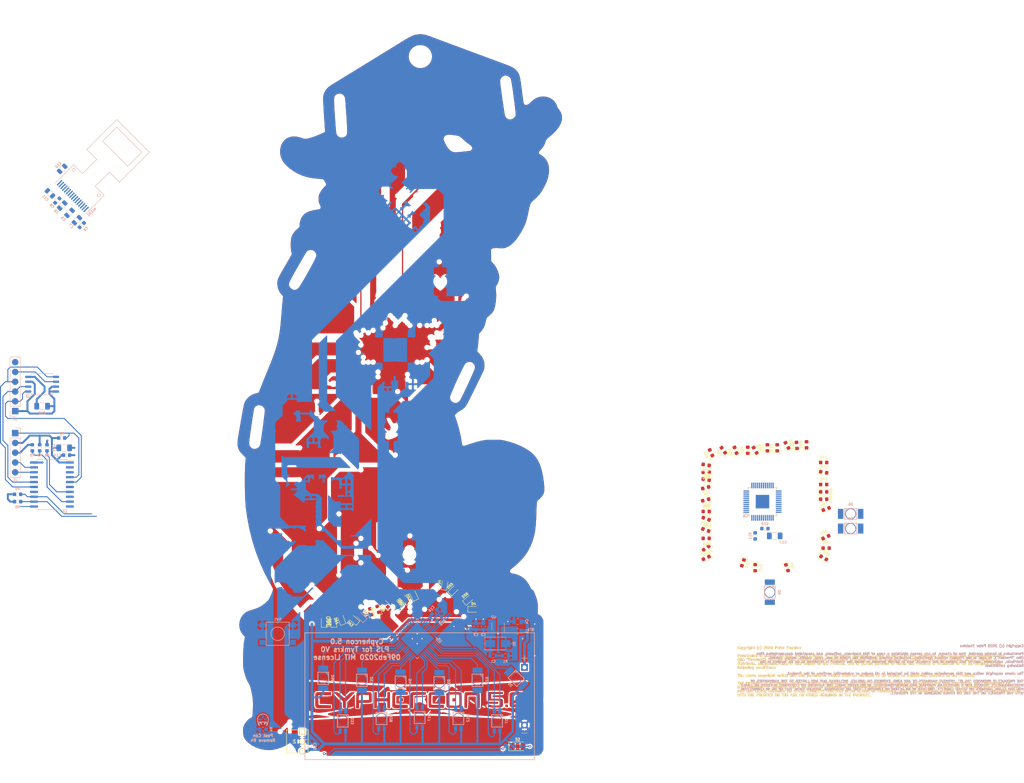
<source format=kicad_pcb>
(kicad_pcb (version 20171130) (host pcbnew "(5.1.5)-3")
  (title_block (title "Cyphercon 5.0 llama") (date 2020-02-08) (rev V0) (company Tymkrs))
  (layers (0 F.Cu signal hide) (31 B.Cu signal) (34 B.Paste user hide) (35 F.Paste user hide) (36 B.SilkS user) (37 F.SilkS user) (38 B.Mask user) (39 F.Mask user) (44 Edge.Cuts user))
  (net 0 "")
  (net 1 "Net-(D10-Pad1)")
  (net 2 GND)
  (net 3 Sclk)
  (net 4 +3V3)
  (net 5 "Net-(BT1-Pad1)")
  (net 6 "Net-(C7-Pad2)")
  (net 7 "Net-(D2-Pad2)")
  (net 8 IR_OUT)
  (net 9 "Net-(D12-Pad1)")
  (net 10 "Net-(D13-Pad1)")
  (net 11 "Net-(D14-Pad1)")
  (net 12 "Net-(D15-Pad1)")
  (net 13 "Net-(D16-Pad1)")
  (net 14 "Net-(D17-Pad1)")
  (net 15 "Net-(D11-Pad1)")
  (net 16 EEPROM_CS)
  (net 17 MISO)
  (net 18 MOSI)
  (net 19 "Net-(D1-Pad2)")
  (net 20 oLED_DC)
  (net 21 oLED_Reset)
  (net 22 oLED_CS)
  (net 23 POST_CON)
  (net 24 IR_IN)
  (net 25 "Net-(C1-Pad2)")
  (net 26 "Net-(C5-Pad2)")
  (net 27 "Net-(C10-Pad2)")
  (net 28 "Net-(C10-Pad1)")
  (net 29 "Net-(C11-Pad2)")
  (net 30 "Net-(C11-Pad1)")
  (net 31 "Net-(D3-Pad1)")
  (net 32 "Net-(D4-Pad1)")
  (net 33 "Net-(D5-Pad1)")
  (net 34 "Net-(D6-Pad1)")
  (net 35 "Net-(D7-Pad4)")
  (net 36 "Net-(D7-Pad3)")
  (net 37 "Net-(D7-Pad1)")
  (net 38 "Net-(D8-Pad1)")
  (net 39 "Net-(D9-Pad1)")
  (net 40 "Net-(D12-Pad4)")
  (net 41 "Net-(D12-Pad3)")
  (net 42 "Net-(D17-Pad4)")
  (net 43 "Net-(D17-Pad3)")
  (net 44 "Net-(D18-Pad1)")
  (net 45 "Net-(D19-Pad1)")
  (net 46 "Net-(D20-Pad1)")
  (net 47 "Net-(D21-Pad1)")
  (net 48 "Net-(D22-Pad1)")
  (net 49 "Net-(D23-Pad1)")
  (net 50 "Net-(D24-Pad1)")
  (net 51 "Net-(D25-Pad1)")
  (net 52 "Net-(D26-Pad1)")
  (net 53 "Net-(D27-Pad1)")
  (net 54 "Net-(D28-Pad4)")
  (net 55 "Net-(D28-Pad3)")
  (net 56 "Net-(D28-Pad1)")
  (net 57 "Net-(D29-Pad1)")
  (net 58 "Net-(D30-Pad1)")
  (net 59 "Net-(D31-Pad1)")
  (net 60 "Net-(D32-Pad1)")
  (net 61 "Net-(D33-Pad4)")
  (net 62 "Net-(D33-Pad3)")
  (net 63 "Net-(D33-Pad1)")
  (net 64 "Net-(D34-Pad1)")
  (net 65 "Net-(D35-Pad1)")
  (net 66 "Net-(D36-Pad1)")
  (net 67 "Net-(D37-Pad1)")
  (net 68 "Net-(D38-Pad1)")
  (net 69 "Net-(D39-Pad1)")
  (net 70 "Net-(D40-Pad1)")
  (net 71 "Net-(D41-Pad1)")
  (net 72 "Net-(D42-Pad1)")
  (net 73 "Net-(D43-Pad1)")
  (net 74 "Net-(D44-Pad1)")
  (net 75 "Net-(D45-Pad1)")
  (net 76 "Net-(D46-Pad1)")
  (net 77 "Net-(D47-Pad1)")
  (net 78 "Net-(D48-Pad1)")
  (net 79 "Net-(D49-Pad1)")
  (net 80 "Net-(D50-Pad1)")
  (net 81 "Net-(D51-Pad1)")
  (net 82 "Net-(D52-Pad1)")
  (net 83 "Net-(D53-Pad1)")
  (net 84 "Net-(D54-Pad1)")
  (net 85 "Net-(D55-Pad1)")
  (net 86 "Net-(D56-Pad1)")
  (net 87 "Net-(J1-Pad5)")
  (net 88 "Net-(J1-Pad4)")
  (net 89 "Net-(J1-Pad1)")
  (net 90 SDA)
  (net 91 SCL)
  (net 92 "Net-(R10-Pad2)")
  (net 93 "Net-(R11-Pad2)")
  (net 94 "Net-(SW1-Pad1)")
  (net 95 "Net-(D57-Pad1)")
  (net 96 "Net-(D58-Pad1)")
  (net 97 "Net-(D59-Pad1)")
  (net 98 "Net-(D60-Pad1)")
  (net 99 "Net-(D61-Pad1)")
  (net 100 "Net-(D62-Pad1)")
  (net 101 "Net-(D63-Pad1)")
  (net 102 "Net-(D64-Pad1)")
  (net 103 "Net-(U1-Pad17)")
  (net 104 "Net-(U1-Pad3)")
  (module LED_SMD:LED_0603_1608Metric (layer F.Cu) (at 104.775 161.29 90)
    (fp_text reference D60 (at 0 -1.43 90) (layer F.SilkS))
    (fp_text value Pink_0603)
    (pad 1 smd roundrect (at -0.7875 0 90) (size 0.875 0.95) (layers F.Cu F.Paste F.Mask) (net 98 "Net-(D60-Pad1)"))
    (pad 2 smd roundrect (at 0.7875 0 90) (size 0.875 0.95) (layers F.Cu F.Paste F.Mask) (net 4 +3V3))
  )
  (module Vishay:TSOP48 (layer F.Cu) (at 96.52 192.405 270)
    (fp_text reference U4 (at 0 2.032 90) (layer F.SilkS) (effects (font (size 0.635 0.635))))
    (fp_text value TSOP58438 hide)
    (pad 3 thru_hole circle (at 2.54 0 270) (size 1.524 1.524) (drill 1.016) (layers *.Cu *.Mask F.SilkS) (net 4 +3V3))
    (pad 2 thru_hole circle (at 0 0 270) (size 1.524 1.524) (drill 1.016) (layers *.Cu *.Mask F.SilkS) (net 2 GND))
    (pad 1 thru_hole rect (at -2.54 0 270) (size 1.524 1.524) (drill 1.016) (layers *.Cu *.Mask F.SilkS) (net 24 IR_IN))
  )
  (module Package_SO:SOIC-8_5.275x5.275mm_P1.27mm (layer B.Cu) (at 29.083 99.695)
    (fp_text reference U3 (at -3.556 3.175) (layer B.SilkS) (effects (font (size 0.635 0.635)) (justify mirror)))
    (fp_text value 25LCxxx)
    (pad 8 smd roundrect (at 3.6 1.905) (size 1.6 0.6) (layers B.Cu B.Paste B.Mask) (net 4 +3V3))
    (pad 7 smd roundrect (at 3.6 0.635) (size 1.6 0.6) (layers B.Cu B.Paste B.Mask) (net 4 +3V3))
    (pad 6 smd roundrect (at 3.6 -0.635) (size 1.6 0.6) (layers B.Cu B.Paste B.Mask) (net 3 Sclk))
    (pad 5 smd roundrect (at 3.6 -1.905) (size 1.6 0.6) (layers B.Cu B.Paste B.Mask) (net 18 MOSI))
    (pad 4 smd roundrect (at -3.6 -1.905) (size 1.6 0.6) (layers B.Cu B.Paste B.Mask) (net 2 GND))
    (pad 3 smd roundrect (at -3.6 -0.635) (size 1.6 0.6) (layers B.Cu B.Paste B.Mask) (net 4 +3V3))
    (pad 2 smd roundrect (at -3.6 0.635) (size 1.6 0.6) (layers B.Cu B.Paste B.Mask) (net 17 MISO))
    (pad 1 smd roundrect (at -3.6 1.905) (size 1.6 0.6) (layers B.Cu B.Paste B.Mask) (net 16 EEPROM_CS))
  )
  (module LED_SMD:LED_0603_1608Metric (layer F.Cu) (at 224.79 115.57 95)
    (fp_text reference D37 (at -0.015829 -1.276236 -85) (layer F.SilkS) (effects (font (size 0.635 0.635))))
    (fp_text value Pink_0603)
    (pad 2 smd roundrect (at 0.7875 0 95) (size 0.875 0.95) (layers F.Cu F.Paste F.Mask) (net 4 +3V3))
    (pad 1 smd roundrect (at -0.7875 0 95) (size 0.875 0.95) (layers F.Cu F.Paste F.Mask) (net 67 "Net-(D37-Pad1)"))
  )
  (module tymkrs:cypheron2020_common_logo_soldermask (layer F.Cu) (at 127 101.6)
    (fp_text reference icon2 hide)
    (fp_text value "Common Logo soldermask" hide)
  )
  (module tymkrs:cypheron2020_common_logo_led_guide (layer F.Cu) (at 127 101.6)
    (fp_text reference icon3 hide)
    (fp_text value "Common LED guide" hide)
  )
  (module LED_SMD:LED_0603_1608Metric (layer F.Cu) (at 116.205 158.115 105)
    (fp_text reference D64 (at 0 -1.43 105) (layer F.SilkS) (effects (font (size 0.635 0.635))))
    (fp_text value Pink_0603)
    (pad 2 smd roundrect (at 0.787501 0 105) (size 0.875 0.95) (layers F.Cu F.Paste F.Mask) (net 4 +3V3))
    (pad 1 smd roundrect (at -0.787501 0 105) (size 0.875 0.95) (layers F.Cu F.Paste F.Mask) (net 102 "Net-(D64-Pad1)"))
  )
  (module LED_SMD:LED_0603_1608Metric (layer F.Cu) (at 114.3 158.75 105)
    (fp_text reference D63 (at 0 -1.43 105) (layer F.SilkS) (effects (font (size 0.635 0.635))))
    (fp_text value Pink_0603)
    (pad 2 smd roundrect (at 0.787501 0 105) (size 0.875 0.95) (layers F.Cu F.Paste F.Mask) (net 4 +3V3))
    (pad 1 smd roundrect (at -0.787501 0 105) (size 0.875 0.95) (layers F.Cu F.Paste F.Mask) (net 101 "Net-(D63-Pad1)"))
  )
  (module LED_SMD:LED_0603_1608Metric (layer F.Cu) (at 109.88674 160.783804 140)
    (fp_text reference D62 (at 0 -1.43 140) (layer F.SilkS) (effects (font (size 0.635 0.635))))
    (fp_text value Pink_0603)
    (pad 2 smd roundrect (at 0.787501 0 140) (size 0.875 0.95) (layers F.Cu F.Paste F.Mask) (net 4 +3V3))
    (pad 1 smd roundrect (at -0.787501 0 140) (size 0.875 0.95) (layers F.Cu F.Paste F.Mask) (net 100 "Net-(D62-Pad1)"))
  )
  (module LED_SMD:LED_0603_1608Metric (layer F.Cu) (at 106.68 160.655 110)
    (fp_text reference D61 (at 0 -1.43 110) (layer F.SilkS) (effects (font (size 0.635 0.635))))
    (fp_text value Pink_0603)
    (pad 2 smd roundrect (at 0.787501 0 110) (size 0.875 0.95) (layers F.Cu F.Paste F.Mask) (net 4 +3V3))
    (pad 1 smd roundrect (at -0.787501 0 110) (size 0.875 0.95) (layers F.Cu F.Paste F.Mask) (net 99 "Net-(D61-Pad1)"))
  )
  (module LED_SMD:LED_0603_1608Metric (layer F.Cu) (at 102.235 161.29 90)
    (fp_text reference D59 (at -0.088411 1.370867 90) (layer F.SilkS) (effects (font (size 0.635 0.635))))
    (fp_text value Pink_0603)
    (pad 2 smd roundrect (at 0.787501 0 90) (size 0.875 0.95) (layers F.Cu F.Paste F.Mask) (net 4 +3V3))
    (pad 1 smd roundrect (at -0.787501 0 90) (size 0.875 0.95) (layers F.Cu F.Paste F.Mask) (net 97 "Net-(D59-Pad1)"))
  )
  (module LED_SMD:LED_0603_1608Metric (layer F.Cu) (at 139.7 155.575 40)
    (fp_text reference D56 (at 0 -1.43 40) (layer F.SilkS) (effects (font (size 0.635 0.635))))
    (fp_text value Pink_0603)
    (pad 2 smd roundrect (at 0.787501 0 40) (size 0.875 0.95) (layers F.Cu F.Paste F.Mask) (net 4 +3V3))
    (pad 1 smd roundrect (at -0.787501 0 40) (size 0.875 0.95) (layers F.Cu F.Paste F.Mask) (net 86 "Net-(D56-Pad1)"))
  )
  (module LED_SMD:LED_0603_1608Metric (layer F.Cu) (at 135.89 153.035 45)
    (fp_text reference D55 (at 0 -1.43 225) (layer F.SilkS) (effects (font (size 0.635 0.635))))
    (fp_text value Pink_0603)
    (pad 1 smd roundrect (at -0.787501 0 45) (size 0.875 0.95) (layers F.Cu F.Paste F.Mask) (net 85 "Net-(D55-Pad1)"))
    (pad 2 smd roundrect (at 0.787501 0 45) (size 0.875 0.95) (layers F.Cu F.Paste F.Mask) (net 4 +3V3))
  )
  (module LED_SMD:LED_0603_1608Metric (layer F.Cu) (at 133.486748 151.624463 80)
    (fp_text reference D54 (at 0 -1.43 80) (layer F.SilkS) (effects (font (size 0.635 0.635))))
    (fp_text value Pink_0603)
    (pad 1 smd roundrect (at -0.787501 0 80) (size 0.875 0.95) (layers F.Cu F.Paste F.Mask) (net 84 "Net-(D54-Pad1)"))
    (pad 2 smd roundrect (at 0.787501 0 80) (size 0.875 0.95) (layers F.Cu F.Paste F.Mask) (net 4 +3V3))
  )
  (module LED_SMD:LED_0603_1608Metric (layer F.Cu) (at 125.427813 154.383718 115)
    (fp_text reference D53 (at 0 -1.43 115) (layer F.SilkS) (effects (font (size 0.635 0.635))))
    (fp_text value Pink_0603)
    (pad 2 smd roundrect (at 0.787501 0 115) (size 0.875 0.95) (layers F.Cu F.Paste F.Mask) (net 4 +3V3))
    (pad 1 smd roundrect (at -0.787501 0 115) (size 0.875 0.95) (layers F.Cu F.Paste F.Mask) (net 83 "Net-(D53-Pad1)"))
  )
  (module LED_SMD:LED_0603_1608Metric (layer F.Cu) (at 123.111847 155.496847 135)
    (fp_text reference D52 (at 0 -1.43 135) (layer F.SilkS) (effects (font (size 0.635 0.635))))
    (fp_text value Pink_0603)
    (pad 2 smd roundrect (at 0.787501 0 135) (size 0.875 0.95) (layers F.Cu F.Paste F.Mask) (net 4 +3V3))
    (pad 1 smd roundrect (at -0.787501 0 135) (size 0.875 0.95) (layers F.Cu F.Paste F.Mask) (net 82 "Net-(D52-Pad1)"))
  )
  (module LED_SMD:LED_0603_1608Metric (layer F.Cu) (at 222.25 147.32 290)
    (fp_text reference D51 (at 0 -1.43 110) (layer F.SilkS) (effects (font (size 0.635 0.635))))
    (fp_text value Pink_0603)
    (pad 2 smd roundrect (at 0.7875 0 290) (size 0.875 0.95) (layers F.Cu F.Paste F.Mask) (net 4 +3V3))
    (pad 1 smd roundrect (at -0.7875 0 290) (size 0.875 0.95) (layers F.Cu F.Paste F.Mask) (net 81 "Net-(D51-Pad1)"))
  )
  (module LED_SMD:LED_0603_1608Metric (layer F.Cu) (at 120.833308 156.834917 125)
    (fp_text reference D50 (at -0.070815 1.353662 125) (layer F.SilkS) (effects (font (size 0.635 0.635))))
    (fp_text value Pink_0603)
    (pad 2 smd roundrect (at 0.787501 0 125) (size 0.875 0.95) (layers F.Cu F.Paste F.Mask) (net 4 +3V3))
    (pad 1 smd roundrect (at -0.787501 0 125) (size 0.875 0.95) (layers F.Cu F.Paste F.Mask) (net 80 "Net-(D50-Pad1)"))
  )
  (module LED_SMD:LED_0603_1608Metric (layer F.Cu) (at 231.775 144.78 330)
    (fp_text reference D49 (at 0 -1.43 150) (layer F.SilkS) (effects (font (size 0.635 0.635))))
    (fp_text value Pink_0603)
    (pad 2 smd roundrect (at 0.7875 0 330) (size 0.875 0.95) (layers F.Cu F.Paste F.Mask) (net 4 +3V3))
    (pad 1 smd roundrect (at -0.7875 0 330) (size 0.875 0.95) (layers F.Cu F.Paste F.Mask) (net 79 "Net-(D49-Pad1)"))
  )
  (module LED_SMD:LED_0603_1608Metric (layer F.Cu) (at 118.188153 156.923153 135)
    (fp_text reference D48 (at 0 -1.43 135) (layer F.SilkS) (effects (font (size 0.635 0.635))))
    (fp_text value Pink_0603)
    (pad 2 smd roundrect (at 0.787501 0 135) (size 0.875 0.95) (layers F.Cu F.Paste F.Mask) (net 4 +3V3))
    (pad 1 smd roundrect (at -0.787501 0 135) (size 0.875 0.95) (layers F.Cu F.Paste F.Mask) (net 78 "Net-(D48-Pad1)"))
  )
  (module LED_SMD:LED_0603_1608Metric (layer F.Cu) (at 232.41 132.08 20)
    (fp_text reference D47 (at 0 -1.43 20) (layer F.SilkS) (effects (font (size 0.635 0.635))))
    (fp_text value Pink_0603)
    (pad 2 smd roundrect (at 0.7875 0 20) (size 0.875 0.95) (layers F.Cu F.Paste F.Mask) (net 4 +3V3))
    (pad 1 smd roundrect (at -0.7875 0 20) (size 0.875 0.95) (layers F.Cu F.Paste F.Mask) (net 77 "Net-(D47-Pad1)"))
  )
  (module LED_SMD:LED_0603_1608Metric (layer F.Cu) (at 231.775 129.54)
    (fp_text reference D46 (at 1.818497 0.016365 90) (layer F.SilkS) (effects (font (size 0.635 0.635))))
    (fp_text value Pink_0603)
    (pad 2 smd roundrect (at 0.7875 0) (size 0.875 0.95) (layers F.Cu F.Paste F.Mask) (net 4 +3V3))
    (pad 1 smd roundrect (at -0.7875 0) (size 0.875 0.95) (layers F.Cu F.Paste F.Mask) (net 76 "Net-(D46-Pad1)"))
  )
  (module LED_SMD:LED_0603_1608Metric (layer F.Cu) (at 231.775 127.635)
    (fp_text reference D45 (at 1.90882 -0.039515 -90) (layer F.SilkS) (effects (font (size 0.635 0.635))))
    (fp_text value Pink_0603)
    (pad 2 smd roundrect (at 0.7875 0) (size 0.875 0.95) (layers F.Cu F.Paste F.Mask) (net 4 +3V3))
    (pad 1 smd roundrect (at -0.7875 0) (size 0.875 0.95) (layers F.Cu F.Paste F.Mask) (net 75 "Net-(D45-Pad1)"))
  )
  (module LED_SMD:LED_0603_1608Metric (layer F.Cu) (at 231.775 125.73)
    (fp_text reference D43 (at 0 -1.43) (layer F.SilkS) (effects (font (size 0.635 0.635))))
    (fp_text value Pink_0603)
    (pad 2 smd roundrect (at 0.7875 0) (size 0.875 0.95) (layers F.Cu F.Paste F.Mask) (net 4 +3V3))
    (pad 1 smd roundrect (at -0.7875 0) (size 0.875 0.95) (layers F.Cu F.Paste F.Mask) (net 73 "Net-(D43-Pad1)"))
  )
  (module LED_SMD:LED_0603_1608Metric (layer F.Cu) (at 231.775 122.555 350)
    (fp_text reference D42 (at 0 -1.43 170) (layer F.SilkS) (effects (font (size 0.635 0.635))))
    (fp_text value Pink_0603)
    (pad 2 smd roundrect (at 0.7875 0 350) (size 0.875 0.95) (layers F.Cu F.Paste F.Mask) (net 4 +3V3))
    (pad 1 smd roundrect (at -0.7875 0 350) (size 0.875 0.95) (layers F.Cu F.Paste F.Mask) (net 72 "Net-(D42-Pad1)"))
  )
  (module LED_SMD:LED_0603_1608Metric (layer F.Cu) (at 231.775 120.015)
    (fp_text reference D41 (at 0 -1.43) (layer F.SilkS) (effects (font (size 0.635 0.635))))
    (fp_text value Pink_0603)
    (pad 2 smd roundrect (at 0.7875 0) (size 0.875 0.95) (layers F.Cu F.Paste F.Mask) (net 4 +3V3))
    (pad 1 smd roundrect (at -0.7875 0) (size 0.875 0.95) (layers F.Cu F.Paste F.Mask) (net 71 "Net-(D41-Pad1)"))
  )
  (module LED_SMD:LED_0603_1608Metric (layer F.Cu) (at 232.41 142.24)
    (fp_text reference D40 (at 0 -1.43) (layer F.SilkS) (effects (font (size 0.635 0.635))))
    (fp_text value Pink_0603)
    (pad 1 smd roundrect (at -0.7875 0) (size 0.875 0.95) (layers F.Cu F.Paste F.Mask) (net 70 "Net-(D40-Pad1)"))
    (pad 2 smd roundrect (at 0.7875 0) (size 0.875 0.95) (layers F.Cu F.Paste F.Mask) (net 4 +3V3))
  )
  (module LED_SMD:LED_0603_1608Metric (layer F.Cu) (at 227.33 115.4175 90)
    (fp_text reference D38 (at 0 -1.43 -90) (layer F.SilkS) (effects (font (size 0.635 0.635))))
    (fp_text value Pink_0603)
    (pad 2 smd roundrect (at 0.7875 0 90) (size 0.875 0.95) (layers F.Cu F.Paste F.Mask) (net 4 +3V3))
    (pad 1 smd roundrect (at -0.7875 0 90) (size 0.875 0.95) (layers F.Cu F.Paste F.Mask) (net 68 "Net-(D38-Pad1)"))
  )
  (module LED_SMD:LED_0603_1608Metric (layer F.Cu) (at 232.331282 139.397812 25)
    (fp_text reference D36 (at 0 -1.43 25) (layer F.SilkS) (effects (font (size 0.635 0.635))))
    (fp_text value Pink_0603)
    (pad 2 smd roundrect (at 0.7875 0 25) (size 0.875 0.95) (layers F.Cu F.Paste F.Mask) (net 4 +3V3))
    (pad 1 smd roundrect (at -0.7875 0 25) (size 0.875 0.95) (layers F.Cu F.Paste F.Mask) (net 66 "Net-(D36-Pad1)"))
  )
  (module LED_SMD:LED_0603_1608Metric (layer F.Cu) (at 222.25 115.57 120)
    (fp_text reference D35 (at 0.026515 1.376068 300) (layer F.SilkS) (effects (font (size 0.635 0.635))))
    (fp_text value Pink_0603)
    (pad 2 smd roundrect (at 0.7875 0 120) (size 0.875 0.95) (layers F.Cu F.Paste F.Mask) (net 4 +3V3))
    (pad 1 smd roundrect (at -0.7875 0 120) (size 0.875 0.95) (layers F.Cu F.Paste F.Mask) (net 65 "Net-(D35-Pad1)"))
  )
  (module LED_SMD:LED_0603_1608Metric (layer F.Cu) (at 219.71 116.205 90)
    (fp_text reference D34 (at 0 -1.43 90) (layer F.SilkS) (effects (font (size 0.635 0.635))))
    (fp_text value Pink_0603)
    (pad 2 smd roundrect (at 0.7875 0 90) (size 0.875 0.95) (layers F.Cu F.Paste F.Mask) (net 4 +3V3))
    (pad 1 smd roundrect (at -0.7875 0 90) (size 0.875 0.95) (layers F.Cu F.Paste F.Mask) (net 64 "Net-(D34-Pad1)"))
  )
  (module LED_SMD:LED_0603_1608Metric (layer F.Cu) (at 217.17 116.205 90)
    (fp_text reference D32 (at 0 -1.43 90) (layer F.SilkS) (effects (font (size 0.635 0.635))))
    (fp_text value Pink_0603)
    (pad 2 smd roundrect (at 0.7875 0 90) (size 0.875 0.95) (layers F.Cu F.Paste F.Mask) (net 4 +3V3))
    (pad 1 smd roundrect (at -0.7875 0 90) (size 0.875 0.95) (layers F.Cu F.Paste F.Mask) (net 60 "Net-(D32-Pad1)"))
  )
  (module LED_SMD:LED_0603_1608Metric (layer F.Cu) (at 213.995 116.84 120)
    (fp_text reference D31 (at 0.021574 1.307367 -60) (layer F.SilkS) (effects (font (size 0.635 0.635))))
    (fp_text value Pink_0603)
    (pad 2 smd roundrect (at 0.7875 0 120) (size 0.875 0.95) (layers F.Cu F.Paste F.Mask) (net 4 +3V3))
    (pad 1 smd roundrect (at -0.7875 0 120) (size 0.875 0.95) (layers F.Cu F.Paste F.Mask) (net 59 "Net-(D31-Pad1)"))
  )
  (module LED_SMD:LED_0603_1608Metric (layer F.Cu) (at 212.09 116.84 90)
    (fp_text reference D30 (at 0 -1.43 90) (layer F.SilkS) (effects (font (size 0.635 0.635))))
    (fp_text value Pink_0603)
    (pad 2 smd roundrect (at 0.7875 0 90) (size 0.875 0.95) (layers F.Cu F.Paste F.Mask) (net 4 +3V3))
    (pad 1 smd roundrect (at -0.7875 0 90) (size 0.875 0.95) (layers F.Cu F.Paste F.Mask) (net 58 "Net-(D30-Pad1)"))
  )
  (module LED_SMD:LED_0603_1608Metric (layer F.Cu) (at 208.915 116.84 110)
    (fp_text reference D29 (at 0 -1.43 110) (layer F.SilkS) (effects (font (size 0.635 0.635))))
    (fp_text value Pink_0603)
    (pad 2 smd roundrect (at 0.7875 0 110) (size 0.875 0.95) (layers F.Cu F.Paste F.Mask) (net 4 +3V3))
    (pad 1 smd roundrect (at -0.7875 0 110) (size 0.875 0.95) (layers F.Cu F.Paste F.Mask) (net 57 "Net-(D29-Pad1)"))
  )
  (module LED_SMD:LED_0603_1608Metric (layer F.Cu) (at 205.74 116.84 125)
    (fp_text reference D27 (at 0 -1.43 305) (layer F.SilkS) (effects (font (size 0.635 0.635))))
    (fp_text value Pink_0603)
    (pad 2 smd roundrect (at 0.7875 0 125) (size 0.875 0.95) (layers F.Cu F.Paste F.Mask) (net 4 +3V3))
    (pad 1 smd roundrect (at -0.7875 0 125) (size 0.875 0.95) (layers F.Cu F.Paste F.Mask) (net 53 "Net-(D27-Pad1)"))
  )
  (module LED_SMD:LED_0603_1608Metric (layer F.Cu) (at 202.565 117.475 115)
    (fp_text reference D26 (at 0 -1.43 -65) (layer F.SilkS) (effects (font (size 0.635 0.635))))
    (fp_text value Pink_0603)
    (pad 2 smd roundrect (at 0.7875 0 115) (size 0.875 0.95) (layers F.Cu F.Paste F.Mask) (net 4 +3V3))
    (pad 1 smd roundrect (at -0.7875 0 115) (size 0.875 0.95) (layers F.Cu F.Paste F.Mask) (net 52 "Net-(D26-Pad1)"))
  )
  (module LED_SMD:LED_0603_1608Metric (layer F.Cu) (at 201.295 120.65 170)
    (fp_text reference D25 (at 0 -1.43 170) (layer F.SilkS) (effects (font (size 0.635 0.635))))
    (fp_text value Pink_0603)
    (pad 2 smd roundrect (at 0.7875 0 170) (size 0.875 0.95) (layers F.Cu F.Paste F.Mask) (net 4 +3V3))
    (pad 1 smd roundrect (at -0.7875 0 170) (size 0.875 0.95) (layers F.Cu F.Paste F.Mask) (net 51 "Net-(D25-Pad1)"))
  )
  (module LED_SMD:LED_0603_1608Metric (layer F.Cu) (at 201.295 122.555 180)
    (fp_text reference D24 (at 0 -1.43 180) (layer F.SilkS) (effects (font (size 0.635 0.635))))
    (fp_text value Pink_0603)
    (pad 2 smd roundrect (at 0.7875 0 180) (size 0.875 0.95) (layers F.Cu F.Paste F.Mask) (net 4 +3V3))
    (pad 1 smd roundrect (at -0.7875 0 180) (size 0.875 0.95) (layers F.Cu F.Paste F.Mask) (net 50 "Net-(D24-Pad1)"))
  )
  (module LED_SMD:LED_0603_1608Metric (layer F.Cu) (at 201.295 124.46 170)
    (fp_text reference D22 (at -0.135436 1.300512 170) (layer F.SilkS) (effects (font (size 0.635 0.635))))
    (fp_text value Pink_0603)
    (pad 2 smd roundrect (at 0.7875 0 170) (size 0.875 0.95) (layers F.Cu F.Paste F.Mask) (net 4 +3V3))
    (pad 1 smd roundrect (at -0.7875 0 170) (size 0.875 0.95) (layers F.Cu F.Paste F.Mask) (net 48 "Net-(D22-Pad1)"))
  )
  (module LED_SMD:LED_0603_1608Metric (layer F.Cu) (at 201.169333 126.56882 195)
    (fp_text reference D21 (at 0 -1.43 15) (layer F.SilkS) (effects (font (size 0.635 0.635))))
    (fp_text value Pink_0603)
    (pad 2 smd roundrect (at 0.7875 0 195) (size 0.875 0.95) (layers F.Cu F.Paste F.Mask) (net 4 +3V3))
    (pad 1 smd roundrect (at -0.7875 0 195) (size 0.875 0.95) (layers F.Cu F.Paste F.Mask) (net 47 "Net-(D21-Pad1)"))
  )
  (module LED_SMD:LED_0603_1608Metric (layer F.Cu) (at 201.169333 129.74382 195)
    (fp_text reference D20 (at 0 -1.43 15) (layer F.SilkS) (effects (font (size 0.635 0.635))))
    (fp_text value Pink_0603)
    (pad 2 smd roundrect (at 0.7875 0 195) (size 0.875 0.95) (layers F.Cu F.Paste F.Mask) (net 4 +3V3))
    (pad 1 smd roundrect (at -0.7875 0 195) (size 0.875 0.95) (layers F.Cu F.Paste F.Mask) (net 46 "Net-(D20-Pad1)"))
  )
  (module LED_SMD:LED_0603_1608Metric (layer F.Cu) (at 201.295 132.715 180)
    (fp_text reference D19 (at 0 1.2954 180) (layer F.SilkS) (effects (font (size 0.635 0.635))))
    (fp_text value Pink_0603)
    (pad 2 smd roundrect (at 0.7875 0 180) (size 0.875 0.95) (layers F.Cu F.Paste F.Mask) (net 4 +3V3))
    (pad 1 smd roundrect (at -0.7875 0 180) (size 0.875 0.95) (layers F.Cu F.Paste F.Mask) (net 45 "Net-(D19-Pad1)"))
  )
  (module LED_SMD:LED_0603_1608Metric (layer F.Cu) (at 201.295 134.62 160)
    (fp_text reference D18 (at 0 -1.43 160) (layer F.SilkS) (effects (font (size 0.635 0.635))))
    (fp_text value Pink_0603)
    (pad 2 smd roundrect (at 0.7875 0 160) (size 0.875 0.95) (layers F.Cu F.Paste F.Mask) (net 4 +3V3))
    (pad 1 smd roundrect (at -0.7875 0 160) (size 0.875 0.95) (layers F.Cu F.Paste F.Mask) (net 44 "Net-(D18-Pad1)"))
  )
  (module LED_SMD:LED_0603_1608Metric (layer F.Cu) (at 201.189992 137.525659 160)
    (fp_text reference D16 (at -0.107895 1.413332 160) (layer F.SilkS) (effects (font (size 0.635 0.635))))
    (fp_text value Pink_0603)
    (pad 2 smd roundrect (at 0.7875 0 160) (size 0.875 0.95) (layers F.Cu F.Paste F.Mask) (net 4 +3V3))
    (pad 1 smd roundrect (at -0.7875 0 160) (size 0.875 0.95) (layers F.Cu F.Paste F.Mask) (net 13 "Net-(D16-Pad1)"))
  )
  (module LED_SMD:LED_0603_1608Metric (layer F.Cu) (at 201.295 139.7 180)
    (fp_text reference D15 (at 0 -1.43 180) (layer F.SilkS) (effects (font (size 0.635 0.635))))
    (fp_text value Pink_0603)
    (pad 2 smd roundrect (at 0.7875 0 180) (size 0.875 0.95) (layers F.Cu F.Paste F.Mask) (net 4 +3V3))
    (pad 1 smd roundrect (at -0.7875 0 180) (size 0.875 0.95) (layers F.Cu F.Paste F.Mask) (net 12 "Net-(D15-Pad1)"))
  )
  (module LED_SMD:LED_0603_1608Metric (layer F.Cu) (at 140.97 158.115)
    (fp_text reference D4 (at 0 -1.43 180) (layer F.SilkS) (effects (font (size 0.635 0.635))))
    (fp_text value Pink_0603)
    (pad 2 smd roundrect (at 0.787501 0) (size 0.875 0.95) (layers F.Cu F.Paste F.Mask) (net 4 +3V3))
    (pad 1 smd roundrect (at -0.787501 0) (size 0.875 0.95) (layers F.Cu F.Paste F.Mask) (net 32 "Net-(D4-Pad1)"))
  )
  (module LED_SMD:LED_0603_1608Metric (layer F.Cu) (at 201.295 144.78 205)
    (fp_text reference D13 (at -0.105916 1.417086 205) (layer F.SilkS) (effects (font (size 0.635 0.635))))
    (fp_text value Pink_0603)
    (pad 2 smd roundrect (at 0.7875 0 205) (size 0.875 0.95) (layers F.Cu F.Paste F.Mask) (net 4 +3V3))
    (pad 1 smd roundrect (at -0.7875 0 205) (size 0.875 0.95) (layers F.Cu F.Paste F.Mask) (net 10 "Net-(D13-Pad1)"))
  )
  (module LED_SMD:LED_0603_1608Metric (layer F.Cu) (at 210.82 146.05 250)
    (fp_text reference D11 (at 0 -1.27 70) (layer F.SilkS) (effects (font (size 0.635 0.635))))
    (fp_text value Pink_0603)
    (pad 2 smd roundrect (at 0.7875 0 250) (size 0.875 0.95) (layers F.Cu F.Paste F.Mask) (net 4 +3V3))
    (pad 1 smd roundrect (at -0.7875 0 250) (size 0.875 0.95) (layers F.Cu F.Paste F.Mask) (net 15 "Net-(D11-Pad1)"))
  )
  (module LED_SMD:LED_0603_1608Metric (layer F.Cu) (at 201.295 142.24 215)
    (fp_text reference D14 (at 0 -1.43 35) (layer F.SilkS) (effects (font (size 0.635 0.635))))
    (fp_text value Pink_0603)
    (pad 2 smd roundrect (at 0.7875 0 215) (size 0.875 0.95) (layers F.Cu F.Paste F.Mask) (net 4 +3V3))
    (pad 1 smd roundrect (at -0.7875 0 215) (size 0.875 0.95) (layers F.Cu F.Paste F.Mask) (net 11 "Net-(D14-Pad1)"))
  )
  (module LED_SMD:LED_0603_1608Metric (layer F.Cu) (at 213.995 147.32 270)
    (fp_text reference D10 (at 0 -1.43 90) (layer F.SilkS) (effects (font (size 0.635 0.635))))
    (fp_text value Pink_0603)
    (pad 2 smd roundrect (at 0.7875 0 270) (size 0.875 0.95) (layers F.Cu F.Paste F.Mask) (net 4 +3V3))
    (pad 1 smd roundrect (at -0.7875 0 270) (size 0.875 0.95) (layers F.Cu F.Paste F.Mask) (net 1 "Net-(D10-Pad1)"))
  )
  (module tymkrs:cypheron2020_common_logo_copper_add (layer F.Cu) (at 127 101.6)
    (fp_text reference icon5 hide)
    (fp_text value "Common Logo copper" hide)
    (fp_poly (pts (xy -4.3 80.4) (xy -5.1 80.4) (xy -5.1 79.6) (xy -4.3 79.6) (xy -4.3 80.4)) (layer F.Cu) (width 0.01))
    (fp_poly (pts (xy 9.3 80.4) (xy 8.5 80.4) (xy 8.5 79.6) (xy 9.3 79.6) (xy 9.3 80.4)) (layer F.Cu) (width 0.01))
    (fp_poly (pts (xy 26.999322 78.271851) (xy 27.080161 78.386535) (xy 27.136605 78.514163) (xy 27.17207 78.689276) (xy 27.189976 78.946417) (xy 27.19374 79.320127) (xy 27.18678 79.844948) (xy 27.18158 80.113792) (xy 27.165712 80.656654) (xy 27.142553 81.129041) (xy 27.114615 81.494742) (xy 27.084407 81.717548) (xy 27.06693 81.766941) (xy 26.943814 81.796267) (xy 26.655533 81.824896) (xy 26.236917 81.850568) (xy 25.722797 81.871024) (xy 25.302125 81.881458) (xy 24.686104 81.892113) (xy 24.239152 81.895277) (xy 23.930379 81.887642) (xy 23.728898 81.865901) (xy 23.60382 81.826745) (xy 23.524257 81.766868) (xy 23.460194 81.684208) (xy 23.395844 81.555768) (xy 23.350614 81.362821) (xy 23.330767 81.164991) (xy 24.3 81.164991) (xy 24.393418 81.178775) (xy 24.647353 81.190003) (xy 25.022328 81.197475) (xy 25.45 81.2) (xy 26.6 81.2) (xy 26.6 80.287755) (xy 26.594274 79.849684) (xy 26.574407 79.584987) (xy 26.536363 79.467293) (xy 26.476104 79.47023) (xy 26.475 79.471066) (xy 26.351134 79.565614) (xy 26.1029 79.754993) (xy 25.764965 80.012756) (xy 25.371999 80.312459) (xy 25.325 80.348302) (xy 24.941541 80.643289) (xy 24.623366 80.892924) (xy 24.400289 81.07345) (xy 24.302123 81.161114) (xy 24.3 81.164991) (xy 23.330767 81.164991) (xy 23.321553 81.073153) (xy 23.305713 80.654548) (xy 23.300141 80.07479) (xy 23.3 79.935007) (xy 23.3 78.7) (xy 24 78.7) (xy 24 80.614516) (xy 24.229661 80.432258) (xy 24.397952 80.294213) (xy 24.676554 80.060956) (xy 25.023916 79.767423) (xy 25.329661 79.507327) (xy 25.673782 79.211034) (xy 25.953663 78.965009) (xy 26.139011 78.796227) (xy 26.2 78.732327) (xy 26.106729 78.719336) (xy 25.853828 78.708838) (xy 25.481663 78.702018) (xy 25.1 78.7) (xy 24 78.7) (xy 23.3 78.7) (xy 23.3 78.414516) (xy 23.563485 78.207258) (xy 23.683024 78.126102) (xy 23.824636 78.069269) (xy 24.024131 78.032502) (xy 24.31732 78.01154) (xy 24.740012 78.002126) (xy 25.306227 78) (xy 26.785483 78) (xy 26.999322 78.271851)) (layer F.Cu) (width 0.01))
    (fp_poly (pts (xy 22.784581 81.21548) (xy 22.880784 81.302818) (xy 22.899956 81.523359) (xy 22.9 81.55) (xy 22.884519 81.784581) (xy 22.797181 81.880784) (xy 22.57664 81.899956) (xy 22.55 81.9) (xy 22.315418 81.884519) (xy 22.219215 81.797181) (xy 22.200043 81.57664) (xy 22.2 81.55) (xy 22.21548 81.315418) (xy 22.302818 81.219215) (xy 22.523359 81.200043) (xy 22.55 81.2) (xy 22.784581 81.21548)) (layer F.Cu) (width 0.01))
    (fp_poly (pts (xy 21.6 78.5) (xy 18.5 78.5) (xy 18.5 79.7) (xy 19.93 79.7) (xy 20.596629 79.707817) (xy 21.072662 79.731724) (xy 21.366908 79.772403) (xy 21.48 79.82) (xy 21.544541 79.990049) (xy 21.58565 80.331523) (xy 21.6 80.814329) (xy 21.596131 81.221238) (xy 21.567092 81.52244) (xy 21.486736 81.733832) (xy 21.328915 81.871313) (xy 21.067482 81.950783) (xy 20.676288 81.98814) (xy 20.129186 81.999283) (xy 19.65 82) (xy 19.031992 81.995826) (xy 18.582321 81.981411) (xy 18.269457 81.953914) (xy 18.061873 81.910494) (xy 17.928042 81.848311) (xy 17.92225 81.844329) (xy 17.754716 81.659999) (xy 17.7 81.494329) (xy 17.737716 81.364167) (xy 17.885412 81.308645) (xy 18.08 81.3) (xy 18.354748 81.325564) (xy 18.544534 81.388581) (xy 18.563678 81.403678) (xy 18.711889 81.449291) (xy 19.026084 81.476473) (xy 19.47291 81.48304) (xy 19.708678 81.478678) (xy 20.75 81.45) (xy 20.779771 80.825) (xy 20.809543 80.2) (xy 17.7 80.2) (xy 17.7 78) (xy 21.6 78) (xy 21.6 78.5)) (layer F.Cu) (width 0.01))
    (fp_poly (pts (xy 6.600139 80.025) (xy 6.593608 80.458874) (xy 6.576027 80.804838) (xy 6.55023 81.023124) (xy 6.525 81.07897) (xy 6.403893 81.068411) (xy 6.119096 81.053096) (xy 5.706814 81.034696) (xy 5.203254 81.014883) (xy 4.9 81.00397) (xy 3.35 80.95) (xy 3.339355 80.607167) (xy 4 80.607167) (xy 4.080764 80.690295) (xy 4.145209 80.7) (xy 4.264756 80.619263) (xy 4.441081 80.407131) (xy 4.63692 80.108719) (xy 4.645209 80.094642) (xy 4.857711 79.718475) (xy 4.967427 79.480282) (xy 4.982167 79.351396) (xy 4.90974 79.303152) (xy 4.861687 79.3) (xy 4.756029 79.379263) (xy 4.589498 79.582331) (xy 4.396426 79.857123) (xy 4.211146 80.151559) (xy 4.067989 80.413556) (xy 4.001288 80.591033) (xy 4 80.607167) (xy 3.339355 80.607167) (xy 3.321225 80.02331) (xy 3.314823 79.549694) (xy 3.3328 79.24756) (xy 3.37797 79.089554) (xy 3.421225 79.05185) (xy 3.562113 79.034456) (xy 3.864743 79.016273) (xy 4.290871 78.998996) (xy 4.802254 78.98432) (xy 5.075139 78.97854) (xy 6.600279 78.95) (xy 6.600139 80.025)) (layer F.Cu) (width 0.01))
    (fp_poly (pts (xy -2.727459 78.784417) (xy -2.709999 78.979415) (xy -2.702119 79.31565) (xy -2.700051 79.81897) (xy -2.7 79.988921) (xy -2.70173 80.494206) (xy -2.706481 80.919406) (xy -2.7136 81.228882) (xy -2.722429 81.386994) (xy -2.725946 81.4) (xy -2.791845 81.326723) (xy -2.875164 81.202608) (xy -2.937975 81.126449) (xy -3.037373 81.071655) (xy -3.205219 81.03388) (xy -3.473377 81.008776) (xy -3.873709 80.991995) (xy -4.438079 80.979191) (xy -4.524219 80.977608) (xy -6.05 80.95) (xy -6.05 80) (xy -5.4 80) (xy -5.366853 80.372243) (xy -5.245022 80.588393) (xy -5.000924 80.684615) (xy -4.75 80.7) (xy -4.461161 80.672325) (xy -4.251486 80.603522) (xy -4.22 80.58) (xy -4.140802 80.39542) (xy -4.105398 80.100231) (xy -4.113788 79.77897) (xy -4.165974 79.516174) (xy -4.220001 79.42) (xy -4.390992 79.343561) (xy -4.667301 79.30233) (xy -4.75 79.3) (xy -5.095655 79.335697) (xy -5.296365 79.4669) (xy -5.385715 79.729775) (xy -5.4 80) (xy -6.05 80) (xy -6.05 79.05) (xy -4.55 79.024411) (xy -3.967783 79.012536) (xy -3.552128 78.996855) (xy -3.2696 78.972655) (xy -3.086762 78.935223) (xy -2.970178 78.879848) (xy -2.886414 78.801817) (xy -2.875 78.788333) (xy -2.806192 78.714725) (xy -2.758268 78.704803) (xy -2.727459 78.784417)) (layer F.Cu) (width 0.01))
    (fp_poly (pts (xy 14.173251 78.0019) (xy 14.638741 78.009547) (xy 14.964728 78.025855) (xy 15.18145 78.05374) (xy 15.319145 78.096118) (xy 15.408051 78.155906) (xy 15.434501 78.182874) (xy 15.493826 78.273527) (xy 15.537372 78.414285) (xy 15.567445 78.633712) (xy 15.58635 78.960369) (xy 15.596394 79.422818) (xy 15.599882 80.049623) (xy 15.6 80.232874) (xy 15.6 82.1) (xy 14.9 82.1) (xy 14.898468 80.575) (xy 14.892808 80.035636) (xy 14.87823 79.562644) (xy 14.856653 79.194256) (xy 14.829995 78.968704) (xy 14.815514 78.921678) (xy 14.719694 78.86404) (xy 14.503727 78.829239) (xy 14.142122 78.815275) (xy 13.609392 78.820145) (xy 13.542045 78.821678) (xy 12.35 78.85) (xy 12.322522 80.475) (xy 12.295045 82.1) (xy 11.6 82.1) (xy 11.6 80.243425) (xy 11.605586 79.585408) (xy 11.621381 79.021491) (xy 11.645938 78.580316) (xy 11.677812 78.290525) (xy 11.703518 78.193425) (xy 11.753966 78.123185) (xy 11.838222 78.072308) (xy 11.985633 78.0377) (xy 12.225544 78.016268) (xy 12.5873 78.004918) (xy 13.100247 78.000555) (xy 13.538019 78) (xy 14.173251 78.0019)) (layer F.Cu) (width 0.01))
    (fp_poly (pts (xy 10.108931 78.009209) (xy 10.446481 78.058161) (xy 10.671915 78.169956) (xy 10.80765 78.369554) (xy 10.876105 78.681914) (xy 10.899696 79.131997) (xy 10.900841 79.744761) (xy 10.9 80.106751) (xy 10.897954 80.728149) (xy 10.889752 81.180529) (xy 10.872296 81.494852) (xy 10.842488 81.702077) (xy 10.79723 81.833164) (xy 10.733426 81.919071) (xy 10.717125 81.934501) (xy 10.6176 81.999113) (xy 10.464074 82.04436) (xy 10.224617 82.073158) (xy 9.867301 82.088426) (xy 9.360195 82.093081) (xy 8.992125 82.092105) (xy 8.447544 82.086016) (xy 7.967161 82.074458) (xy 7.58963 82.058837) (xy 7.353606 82.040557) (xy 7.3 82.030601) (xy 7.157738 81.961271) (xy 7.05344 81.85084) (xy 6.981368 81.670716) (xy 6.93578 81.392305) (xy 6.910936 80.987015) (xy 6.901096 80.426253) (xy 6.900163 80.095577) (xy 7.6 80.095577) (xy 7.604972 80.580953) (xy 7.618552 80.991758) (xy 7.638737 81.287774) (xy 7.663522 81.428782) (xy 7.666666 81.433333) (xy 7.786975 81.458906) (xy 8.06632 81.479941) (xy 8.463751 81.494335) (xy 8.938319 81.499984) (xy 8.964761 81.5) (xy 9.479051 81.498402) (xy 9.827765 81.489597) (xy 10.045322 81.46757) (xy 10.166142 81.426304) (xy 10.224644 81.359784) (xy 10.252054 81.275) (xy 10.271692 81.089018) (xy 10.283216 80.752039) (xy 10.285703 80.312935) (xy 10.27896 79.85) (xy 10.25 78.65) (xy 9.064182 78.621732) (xy 8.435924 78.617971) (xy 8.003536 78.641249) (xy 7.768041 78.691497) (xy 7.739182 78.708977) (xy 7.677287 78.813369) (xy 7.635433 79.024207) (xy 7.610824 79.369358) (xy 7.600661 79.876692) (xy 7.6 80.095577) (xy 6.900163 80.095577) (xy 6.9 80.038145) (xy 6.9 78.414516) (xy 7.163485 78.207258) (xy 7.278775 78.12851) (xy 7.414982 78.072581) (xy 7.606359 78.035623) (xy 7.887158 78.013785) (xy 8.291631 78.00322) (xy 8.85403 78.000077) (xy 9.007815 78) (xy 9.636848 77.998142) (xy 10.108931 78.009209)) (layer F.Cu) (width 0.01))
    (fp_poly (pts (xy 6.3 78.7) (xy 3 78.7) (xy 3 81.3) (xy 6.3 81.3) (xy 6.3 82.1) (xy 4.525 82.093661) (xy 3.934155 82.086634) (xy 3.400328 82.071093) (xy 2.960889 82.048848) (xy 2.653211 82.021705) (xy 2.525 81.996883) (xy 2.444804 81.95852) (xy 2.386359 81.898419) (xy 2.346227 81.787868) (xy 2.320966 81.59815) (xy 2.307137 81.300551) (xy 2.301299 80.866355) (xy 2.300013 80.266847) (xy 2.3 80.118721) (xy 2.301793 79.472239) (xy 2.309027 78.996061) (xy 2.32448 78.660508) (xy 2.350929 78.435903) (xy 2.391155 78.292567) (xy 2.447936 78.200821) (xy 2.482874 78.165498) (xy 2.574857 78.105418) (xy 2.717694 78.06154) (xy 2.940387 78.031462) (xy 3.271934 78.012786) (xy 3.741336 78.003112) (xy 4.377594 78.000039) (xy 4.482874 78) (xy 6.3 78) (xy 6.3 78.7)) (layer F.Cu) (width 0.01))
    (fp_poly (pts (xy -21.57825 78.004655) (xy -21.394278 78.033885) (xy -21.219116 78.110586) (xy -21.012146 78.257655) (xy -20.732755 78.497989) (xy -20.412048 78.789001) (xy -19.547801 79.578002) (xy -18.698901 78.792516) (xy -18.331751 78.455816) (xy -18.069879 78.232269) (xy -17.872363 78.098552) (xy -17.698283 78.03134) (xy -17.506719 78.007312) (xy -17.314615 78.003514) (xy -16.779229 78) (xy -17.939615 79.236822) (xy -19.1 80.473644) (xy -19.1 82.1) (xy -19.9 82.1) (xy -19.9 80.452888) (xy -21.1235 79.226444) (xy -22.346999 78) (xy -21.811647 78) (xy -21.57825 78.004655)) (layer F.Cu) (width 0.01))
    (fp_poly (pts (xy 1.6 78.695045) (xy -0.025 78.722522) (xy -1.65 78.75) (xy -1.677362 80.475) (xy -1.704723 82.2) (xy -2.4 82.2) (xy -2.4 80.32225) (xy -2.397218 79.634773) (xy -2.38748 79.119123) (xy -2.368704 78.747189) (xy -2.338805 78.490856) (xy -2.295699 78.322013) (xy -2.24433 78.22225) (xy -2.182047 78.144003) (xy -2.101491 78.08667) (xy -1.973433 78.047001) (xy -1.768644 78.021751) (xy -1.457895 78.007669) (xy -1.011958 78.001509) (xy -0.401604 78.000022) (xy -0.24433 78) (xy 1.6 78) (xy 1.6 78.695045)) (layer F.Cu) (width 0.01))
    (fp_poly (pts (xy -3.1 78.7) (xy -4.637756 78.7) (xy -5.262713 78.704177) (xy -5.714264 78.718196) (xy -6.018858 78.744285) (xy -6.202943 78.784672) (xy -6.291131 78.839313) (xy -6.349012 79.024164) (xy -6.379168 79.403801) (xy -6.381371 79.974906) (xy -6.378376 80.114313) (xy -6.35 81.25) (xy -3.1 81.304954) (xy -3.1 82.2) (xy -4.836515 82.2) (xy -5.470996 82.198367) (xy -5.937693 82.191245) (xy -6.268806 82.175296) (xy -6.496539 82.147183) (xy -6.653094 82.103569) (xy -6.770675 82.041117) (xy -6.836515 81.992741) (xy -7.1 81.785483) (xy -7.1 80.086167) (xy -7.093945 79.471107) (xy -7.076963 78.94053) (xy -7.050836 78.526975) (xy -7.017342 78.262979) (xy -6.996482 78.193425) (xy -6.948413 78.12594) (xy -6.868317 78.076237) (xy -6.728286 78.041618) (xy -6.500414 78.019383) (xy -6.156792 78.006835) (xy -5.669515 78.001273) (xy -5.010674 78) (xy -3.1 78) (xy -3.1 78.7)) (layer F.Cu) (width 0.01))
    (fp_poly (pts (xy -11.1 79.6) (xy -8.4 79.6) (xy -8.4 78) (xy -7.7 78) (xy -7.7 82.2) (xy -8.4 82.2) (xy -8.4 80.4) (xy -11.1 80.4) (xy -11.1 82.2) (xy -11.8 82.2) (xy -11.8 78) (xy -11.1 78) (xy -11.1 79.6)) (layer F.Cu) (width 0.01))
    (fp_poly (pts (xy -13.751154 78.00136) (xy -13.282166 78.007411) (xy -12.955454 78.021111) (xy -12.742156 78.045416) (xy -12.613415 78.083284) (xy -12.540372 78.137671) (xy -12.503519 78.193425) (xy -12.461212 78.369378) (xy -12.427258 78.695012) (xy -12.405671 79.120054) (xy -12.4 79.489907) (xy -12.403344 79.97894) (xy -12.417416 80.305829) (xy -12.448276 80.508376) (xy -12.501984 80.624383) (xy -12.584599 80.691651) (xy -12.593426 80.696481) (xy -12.761724 80.734266) (xy -13.089902 80.765668) (xy -13.537878 80.788175) (xy -14.065569 80.79927) (xy -14.243426 80.8) (xy -15.7 80.8) (xy -15.7 82.2) (xy -16.511886 82.2) (xy -16.480943 80.265078) (xy -16.466256 79.572015) (xy -15.8 79.572015) (xy -15.8 80.105805) (xy -14.475 80.077902) (xy -13.15 80.05) (xy -13.15 78.75) (xy -14.348871 78.721619) (xy -14.913903 78.713652) (xy -15.309353 78.73279) (xy -15.565417 78.796728) (xy -15.712292 78.923163) (xy -15.780174 79.12979) (xy -15.79926 79.434305) (xy -15.8 79.572015) (xy -16.466256 79.572015) (xy -16.465524 79.537481) (xy -16.444456 78.988027) (xy -16.41599 78.594902) (xy -16.37838 78.336288) (xy -16.329879 78.190367) (xy -16.312756 78.165078) (xy -16.238822 78.104962) (xy -16.112844 78.061167) (xy -15.906217 78.031236) (xy -15.590338 78.012712) (xy -15.136603 78.003137) (xy -14.516409 78.000055) (xy -14.391274 78) (xy -13.751154 78.00136)) (layer F.Cu) (width 0.01))
    (fp_poly (pts (xy -23 78.8) (xy -26.305976 78.8) (xy -26.25 81.35) (xy -23 81.404954) (xy -23 82.2) (xy -24.804546 82.2) (xy -25.446158 82.199212) (xy -25.918722 82.194379) (xy -26.253188 82.181795) (xy -26.480508 82.157753) (xy -26.631632 82.118548) (xy -26.737512 82.060475) (xy -26.829098 81.979826) (xy -26.854546 81.954545) (xy -26.944254 81.858351) (xy -27.00892 81.755433) (xy -27.05264 81.613501) (xy -27.079511 81.400267) (xy -27.09363 81.083442) (xy -27.099094 80.630735) (xy -27.1 80.020044) (xy -27.098013 79.393225) (xy -27.090036 78.935713) (xy -27.073043 78.616833) (xy -27.04401 78.405914) (xy -26.999914 78.272283) (xy -26.937728 78.185267) (xy -26.917126 78.165498) (xy -26.826473 78.106173) (xy -26.685715 78.062627) (xy -26.466288 78.032554) (xy -26.139631 78.013649) (xy -25.677182 78.003605) (xy -25.050377 78.000117) (xy -24.867126 78) (xy -23 78) (xy -23 78.8)) (layer F.Cu) (width 0.01))
    (fp_poly (pts (xy 30.54604 82.778151) (xy 30.2178 83.272888) (xy 29.951027 83.6091) (xy 29.715612 83.806062) (xy 29.481439 83.88305) (xy 29.218397 83.859338) (xy 28.975 83.783771) (xy 28.757917 83.630401) (xy 28.705641 83.422619) (xy 28.831343 83.21558) (xy 28.837998 83.20996) (xy 28.990608 83.128216) (xy 29.282174 83.006384) (xy 29.661173 82.865346) (xy 29.847434 82.800867) (xy 30.718872 82.506302) (xy 30.54604 82.778151)) (layer F.Cu) (width 0.01))
    (fp_poly (pts (xy -30.355041 82.64327) (xy -30.106229 82.71084) (xy -29.781261 82.824613) (xy -29.432011 82.963999) (xy -29.110353 83.108411) (xy -28.86816 83.237261) (xy -28.760869 83.323123) (xy -28.728223 83.525769) (xy -28.870867 83.703473) (xy -29.16409 83.831974) (xy -29.310677 83.86299) (xy -29.494385 83.882143) (xy -29.634355 83.847011) (xy -29.774654 83.725939) (xy -29.959348 83.48727) (xy -30.089377 83.303594) (xy -30.290305 83.003652) (xy -30.428308 82.771207) (xy -30.478183 82.649376) (xy -30.475824 82.642489) (xy -30.355041 82.64327)) (layer F.Cu) (width 0.01))
    (fp_poly (pts (xy 29.379739 75.870714) (xy 29.854686 76.434216) (xy 30.30702 77.051014) (xy 30.695706 77.660872) (xy 30.979709 78.203556) (xy 30.998964 78.247585) (xy 31.263344 79.084102) (xy 31.370129 79.960231) (xy 31.318278 80.8252) (xy 31.10675 81.628235) (xy 31.070177 81.719002) (xy 31.012786 81.846257) (xy 30.9434 81.949644) (xy 30.835374 82.042185) (xy 30.662062 82.136904) (xy 30.39682 82.246824) (xy 30.013002 82.384969) (xy 29.483964 82.564362) (xy 29.032608 82.714912) (xy 28.385134 82.929376) (xy 27.888342 83.088218) (xy 27.503372 83.199647) (xy 27.191364 83.27187) (xy 26.91346 83.313093) (xy 26.630799 83.331525) (xy 26.304523 83.335373) (xy 26.1 83.334301) (xy 25.409443 83.303166) (xy 24.604431 83.216513) (xy 23.653451 83.070638) (xy 23.25 82.999407) (xy 22.665005 82.899975) (xy 22.071251 82.811309) (xy 21.494896 82.735812) (xy 20.962098 82.675888) (xy 20.499014 82.633941) (xy 20.131803 82.612373) (xy 19.886621 82.613589) (xy 19.789628 82.639992) (xy 19.85 82.686996) (xy 20.015784 82.734241) (xy 20.338586 82.806927) (xy 20.778304 82.896689) (xy 21.294834 82.995163) (xy 21.55 83.041587) (xy 22.264394 83.172602) (xy 22.805226 83.280232) (xy 23.196647 83.371243) (xy 23.462807 83.452402) (xy 23.627859 83.530477) (xy 23.715953 83.612234) (xy 23.737942 83.654637) (xy 23.723753 83.814972) (xy 23.543037 83.953283) (xy 23.187032 84.07272) (xy 22.646977 84.176433) (xy 22.083199 84.249457) (xy 21.734211 84.285265) (xy 21.399363 84.311273) (xy 21.051963 84.327167) (xy 20.665321 84.332633) (xy 20.212745 84.327359) (xy 19.667543 84.31103) (xy 19.003024 84.283334) (xy 18.192496 84.243955) (xy 17.209269 84.192582) (xy 17.2 84.192088) (xy 16.049519 84.127745) (xy 15.066762 84.064853) (xy 14.219522 83.999507) (xy 13.475594 83.927799) (xy 12.802773 83.845822) (xy 12.168852 83.74967) (xy 11.541628 83.635437) (xy 10.888894 83.499215) (xy 10.206924 83.343788) (xy 9.744414 83.223787) (xy 9.331895 83.096054) (xy 9.023116 82.978362) (xy 8.89591 82.910331) (xy 8.62535 82.791238) (xy 8.198443 82.696196) (xy 7.657762 82.628495) (xy 7.045879 82.591424) (xy 6.405367 82.588272) (xy 5.778797 82.622328) (xy 5.521256 82.649604) (xy 4.992513 82.715326) (xy 5.246256 82.914921) (xy 5.423638 83.095364) (xy 5.49994 83.25412) (xy 5.5 83.257258) (xy 5.561362 83.385668) (xy 5.688212 83.368653) (xy 5.75 83.3) (xy 5.844096 83.228631) (xy 6.023566 83.211868) (xy 6.314956 83.253214) (xy 6.744814 83.356173) (xy 7.25 83.497985) (xy 8.25 83.789525) (xy 7.6 83.745718) (xy 7.306542 83.730016) (xy 6.853003 83.710846) (xy 6.279241 83.689653) (xy 5.625114 83.66788) (xy 4.930481 83.646969) (xy 4.678873 83.63995) (xy 2.407746 83.577988) (xy 2.653873 83.21578) (xy 2.832477 82.932433) (xy 2.889419 82.772927) (xy 2.8307 82.707154) (xy 2.756694 82.7) (xy 2.619502 82.772517) (xy 2.413883 82.959935) (xy 2.244648 83.15) (xy 1.875907 83.6) (xy -1.893522 83.6) (xy -2.308776 83.05) (xy -2.52741 82.775074) (xy -2.70535 82.577866) (xy -2.804905 82.500055) (xy -2.806113 82.5) (xy -2.933505 82.566552) (xy -2.917765 82.757301) (xy -2.760947 83.058887) (xy -2.70813 83.138183) (xy -2.405495 83.578048) (xy -4.577748 83.639317) (xy -5.27252 83.659908) (xy -5.9504 83.681804) (xy -6.567851 83.703463) (xy -7.081336 83.723345) (xy -7.447317 83.739908) (xy -7.5 83.742744) (xy -8.25 83.784903) (xy -7.25 83.495673) (xy -6.678641 83.337722) (xy -6.268871 83.243932) (xy -5.994062 83.210828) (xy -5.827586 83.234938) (xy -5.75 83.3) (xy -5.622724 83.396159) (xy -5.517508 83.339468) (xy -5.5 83.257258) (xy -5.427269 83.100262) (xy -5.251752 82.919276) (xy -5.246257 82.914921) (xy -4.992514 82.715326) (xy -5.565171 82.643777) (xy -5.91482 82.619543) (xy -6.389204 82.612591) (xy -6.913784 82.623176) (xy -7.22184 82.638067) (xy -7.775784 82.660414) (xy -8.195514 82.653658) (xy -8.453372 82.618581) (xy -8.496211 82.602028) (xy -8.656627 82.558096) (xy -8.743557 82.680451) (xy -8.750058 82.700181) (xy -8.814839 82.8355) (xy -8.933862 82.946912) (xy -9.138777 83.048273) (xy -9.461231 83.153438) (xy -9.932872 83.276266) (xy -10.227163 83.346893) (xy -10.924784 83.506503) (xy -11.570571 83.640988) (xy -12.196231 83.754208) (xy -12.833477 83.850023) (xy -13.514017 83.932292) (xy -14.269563 84.004877) (xy -15.131823 84.071636) (xy -16.132509 84.13643) (xy -17.226947 84.198953) (xy -18.065239 84.244377) (xy -18.840329 84.285584) (xy -19.529601 84.321432) (xy -20.110441 84.350779) (xy -20.560234 84.372484) (xy -20.856364 84.385405) (xy -20.976217 84.388399) (xy -20.976947 84.388309) (xy -21.100142 84.372851) (xy -21.379118 84.339759) (xy -21.770946 84.294081) (xy -22.17931 84.246986) (xy -22.71525 84.173104) (xy -23.156732 84.08802) (xy -23.462124 84.000534) (xy -23.55431 83.956371) (xy -23.733889 83.817683) (xy -23.804007 83.697612) (xy -23.750365 83.588943) (xy -23.55866 83.484463) (xy -23.214591 83.376957) (xy -22.703858 83.25921) (xy -22.012158 83.124009) (xy -21.842119 83.092641) (xy -21.128389 82.958996) (xy -20.597253 82.851534) (xy -20.233716 82.76548) (xy -20.022784 82.696059) (xy -19.94946 82.638499) (xy -19.99875 82.588024) (xy -20.127419 82.546731) (xy -20.34391 82.537782) (xy -20.720705 82.570956) (xy -21.223503 82.642241) (xy -21.776006 82.739581) (xy -22.911208 82.947809) (xy -23.928172 83.117982) (xy -24.811225 83.247954) (xy -25.544693 83.335581) (xy -26.112902 83.378719) (xy -26.45 83.379066) (xy -26.771098 83.334222) (xy -27.211928 83.237469) (xy -27.737571 83.100108) (xy -28.313102 82.933441) (xy -28.903602 82.748769) (xy -29.474148 82.557395) (xy -29.989817 82.37062) (xy -30.415689 82.199745) (xy -30.716842 82.056072) (xy -30.857159 81.952793) (xy -30.991574 81.662447) (xy -31.119115 81.243337) (xy -31.223258 80.766465) (xy -31.287478 80.302834) (xy -31.3 80.05) (xy -27.4 80.05) (xy -27.392202 80.788409) (xy -27.365835 81.351364) (xy -27.316448 81.762909) (xy -27.239585 82.047092) (xy -27.130792 82.227957) (xy -26.985616 82.329552) (xy -26.977104 82.33307) (xy -26.841477 82.349279) (xy -26.538809 82.364194) (xy -26.102061 82.376879) (xy -25.564191 82.3864) (xy -24.95816 82.391824) (xy -24.895 82.392105) (xy -24.139657 82.390732) (xy -23.569087 82.379185) (xy -23.16828 82.356654) (xy -22.922228 82.322328) (xy -22.82 82.279999) (xy -22.736232 82.09131) (xy -22.703918 81.802382) (xy -22.722094 81.499478) (xy -22.789796 81.268862) (xy -22.831901 81.215021) (xy -22.98422 81.169895) (xy -23.308452 81.130726) (xy -23.776541 81.099885) (xy -24.360431 81.079741) (xy -24.456901 81.077776) (xy -25.95 81.05) (xy -25.95 79.15) (xy -24.456901 79.122223) (xy -23.857965 79.103899) (xy -23.370594 79.074521) (xy -23.022845 79.036458) (xy -22.842771 78.992079) (xy -22.831901 78.984978) (xy -22.747959 78.813514) (xy -22.706978 78.527863) (xy -22.709788 78.209351) (xy -22.757219 77.939304) (xy -22.775733 77.904121) (xy -22.503895 77.904121) (xy -22.503585 78.098007) (xy -22.363429 78.376769) (xy -22.080754 78.753579) (xy -21.652888 79.241608) (xy -21.303607 79.616301) (xy -20.2 80.782603) (xy -20.2 81.471301) (xy -20.182618 81.864236) (xy -20.135712 82.154701) (xy -20.08 82.28) (xy -19.91271 82.352683) (xy -19.631636 82.395322) (xy -19.5 82.4) (xy -19.196701 82.375319) (xy -19.032459 82.330046) (xy -18.658072 82.330046) (xy -18.628414 82.382357) (xy -18.494103 82.385928) (xy -18.224595 82.341869) (xy -17.815391 82.256877) (xy -17.347123 82.133681) (xy -17.078691 82.007757) (xy -17.009945 81.87902) (xy -17.055 81.809064) (xy -17.207029 81.77811) (xy -17.482614 81.808321) (xy -17.820943 81.883356) (xy -18.161199 81.986872) (xy -18.442571 82.10253) (xy -18.604243 82.213987) (xy -18.613618 82.227885) (xy -18.658072 82.330046) (xy -19.032459 82.330046) (xy -18.97105 82.313119) (xy -18.92 82.28) (xy -18.855308 82.115018) (xy -18.8115 81.796756) (xy -18.795282 81.405) (xy -18.790563 80.65) (xy -17.795282 79.610623) (xy -16.8 78.571247) (xy -16.8 80.365623) (xy -16.794746 81.096984) (xy -16.778425 81.641912) (xy -16.750204 82.013714) (xy -16.709248 82.225695) (xy -16.68 82.28) (xy -16.498169 82.358989) (xy -16.208565 82.394449) (xy -15.892233 82.386906) (xy -15.630219 82.336886) (xy -15.518641 82.27246) (xy -15.450581 82.102581) (xy -15.397245 81.815065) (xy -15.381397 81.64746) (xy -15.35 81.15) (xy -13.889897 81.1) (xy -13.226614 81.06998) (xy -12.746614 81.030732) (xy -12.433315 80.980342) (xy -12.270136 80.916901) (xy -12.264897 80.912755) (xy -12.178649 80.858277) (xy -12.12908 80.896847) (xy -12.10622 81.062029) (xy -12.100095 81.387383) (xy -12.1 81.467755) (xy -12.082682 81.862526) (xy -12.03589 82.153945) (xy -11.980001 82.28) (xy -11.792428 82.363213) (xy -11.504498 82.395962) (xy -11.20231 82.37899) (xy -10.971967 82.31304) (xy -10.917289 82.270831) (xy -10.859195 82.110501) (xy -10.809898 81.814276) (xy -10.780063 81.446252) (xy -10.780044 81.445831) (xy -10.75 80.75) (xy -8.75 80.75) (xy -8.719957 81.445831) (xy -8.690148 81.813898) (xy -8.640867 82.110238) (xy -8.582777 82.270752) (xy -8.582712 82.270831) (xy -8.385103 82.376052) (xy -8.088299 82.405901) (xy -7.776094 82.365723) (xy -7.532282 82.260862) (xy -7.471218 82.199946) (xy -7.331095 81.999892) (xy -7.150049 82.199946) (xy -7.076323 82.268472) (xy -6.977856 82.319314) (xy -6.82629 82.355091) (xy -6.593268 82.378425) (xy -6.250433 82.391936) (xy -5.769427 82.398245) (xy -5.121892 82.399973) (xy -4.985349 82.4) (xy -4.30566 82.398838) (xy -3.798495 82.393669) (xy -3.436383 82.381964) (xy -3.191855 82.361198) (xy -3.037441 82.328842) (xy -2.945669 82.28237) (xy -2.889071 82.219255) (xy -2.880785 82.206392) (xy -2.78165 82.071207) (xy -2.702128 82.10097) (xy -2.624268 82.206392) (xy -2.434614 82.333139) (xy -2.140923 82.397575) (xy -1.827584 82.395014) (xy -1.578987 82.320768) (xy -1.514947 82.268008) (xy -1.470023 82.11546) (xy -1.431169 81.789098) (xy -1.400528 81.31507) (xy -1.380241 80.719526) (xy -1.377702 80.593008) (xy -1.371841 80.266511) (xy -1.193278 80.266511) (xy -1.174005 80.599756) (xy -1.132775 80.835985) (xy -1.112034 80.883952) (xy -1.024011 80.950986) (xy -0.867063 80.923841) (xy -0.617549 80.808952) (xy -0.275744 80.661545) (xy 0.017378 80.617999) (xy 0.324176 80.684137) (xy 0.707007 80.865779) (xy 0.85 80.945951) (xy 1.251387 81.157748) (xy 1.520371 81.248061) (xy 1.683011 81.217431) (xy 1.765363 81.066399) (xy 1.782492 80.965331) (xy 1.727563 80.628207) (xy 1.541373 80.287552) (xy 1.267762 79.892731) (xy 1.483881 79.600414) (xy 1.626075 79.395767) (xy 1.697886 79.268304) (xy 1.7 79.258527) (xy 1.606106 79.243576) (xy 1.348524 79.23686) (xy 0.963399 79.238512) (xy 0.48688 79.24867) (xy 0.331571 79.253394) (xy -0.30057 79.281511) (xy -0.745106 79.319407) (xy -1.014255 79.368522) (xy -1.116898 79.423916) (xy -1.164971 79.604667) (xy -1.190349 79.910173) (xy -1.193278 80.266511) (xy -1.371841 80.266511) (xy -1.35 79.05) (xy 0.15 79.024411) (xy 0.732217 79.012536) (xy 1.147872 78.996855) (xy 1.4304 78.972655) (xy 1.613238 78.935223) (xy 1.729822 78.879848) (xy 1.813586 78.801817) (xy 1.825 78.788333) (xy 1.888557 78.720787) (xy 1.934523 78.71065) (xy 1.965742 78.782181) (xy 1.985056 78.959636) (xy 1.995307 79.267273) (xy 1.999339 79.729349) (xy 2 80.281663) (xy 2 81.985483) (xy 2.266105 82.194802) (xy 2.367911 82.266756) (xy 2.483706 82.319433) (xy 2.643347 82.355283) (xy 2.876694 82.376753) (xy 3.213606 82.386294) (xy 3.683942 82.386354) (xy 4.31756 82.379382) (xy 4.488237 82.37706) (xy 5.160251 82.366857) (xy 5.659825 82.355341) (xy 6.014509 82.339298) (xy 6.251856 82.315518) (xy 6.399416 82.280788) (xy 6.484739 82.231895) (xy 6.535376 82.165627) (xy 6.550564 82.136611) (xy 6.656865 81.923222) (xy 6.934009 82.161611) (xy 7.043185 82.248615) (xy 7.159034 82.311387) (xy 7.314326 82.353877) (xy 7.541832 82.380033) (xy 7.874323 82.393805) (xy 8.34457 82.399143) (xy 8.91215 82.4) (xy 9.517876 82.394047) (xy 10.04496 82.377409) (xy 10.459647 82.351913) (xy 10.728185 82.319389) (xy 10.804697 82.297485) (xy 10.991817 82.135667) (xy 11.144119 81.922485) (xy 11.291992 81.65) (xy 11.295996 81.904999) (xy 11.343698 82.147588) (xy 11.419999 82.279999) (xy 11.608689 82.363768) (xy 11.897617 82.396082) (xy 12.200521 82.377906) (xy 12.431137 82.310204) (xy 12.484978 82.268099) (xy 12.530104 82.11578) (xy 12.569273 81.791548) (xy 12.600114 81.323459) (xy 12.620258 80.739569) (xy 12.622223 80.643099) (xy 12.632805 80.074235) (xy 12.9 80.074235) (xy 12.994563 80.316474) (xy 13.265481 80.582585) (xy 13.693595 80.854315) (xy 13.75 80.884043) (xy 14.050241 81.031848) (xy 14.215916 81.082591) (xy 14.286121 81.03842) (xy 14.3 80.914213) (xy 14.209025 80.746257) (xy 13.945352 80.519072) (xy 13.677558 80.339213) (xy 13.311786 80.111566) (xy 13.083579 79.978231) (xy 12.960504 79.928155) (xy 12.910129 79.950286) (xy 12.900024 80.033573) (xy 12.9 80.074235) (xy 12.632805 80.074235) (xy 12.65 79.15) (xy 14.55 79.15) (xy 14.577776 80.643099) (xy 14.5961 81.242035) (xy 14.625478 81.729406) (xy 14.663541 82.077155) (xy 14.70792 82.257229) (xy 14.715021 82.268099) (xy 14.890722 82.355939) (xy 15.174273 82.394651) (xy 15.479414 82.383269) (xy 15.719881 82.320831) (xy 15.779999 82.28) (xy 15.825987 82.160171) (xy 15.860173 81.895597) (xy 15.875939 81.607703) (xy 16.157321 81.607703) (xy 16.160047 81.745427) (xy 16.311578 81.895057) (xy 16.535661 81.990884) (xy 16.857735 82.072008) (xy 17.031971 82.07728) (xy 17.096372 82.004772) (xy 17.1 81.962244) (xy 17.004556 81.754253) (xy 16.730937 81.594536) (xy 16.580124 81.548625) (xy 16.29886 81.527048) (xy 16.157321 81.607703) (xy 15.875939 81.607703) (xy 15.883361 81.472176) (xy 15.896355 80.875803) (xy 15.9 80.175454) (xy 15.899422 79.498844) (xy 15.895847 79.034004) (xy 17.293375 79.034004) (xy 17.302381 79.488839) (xy 17.327224 79.896688) (xy 17.367689 80.20879) (xy 17.423562 80.376385) (xy 17.431702 80.384814) (xy 17.583405 80.430321) (xy 17.902861 80.470156) (xy 18.357841 80.501418) (xy 18.916116 80.521208) (xy 18.956702 80.522058) (xy 20.35 80.55) (xy 20.35 81.05) (xy 18.966053 81.02018) (xy 18.308548 81.014071) (xy 17.83981 81.028679) (xy 17.54962 81.064589) (xy 17.441053 81.107425) (xy 17.3249 81.317534) (xy 17.306392 81.615195) (xy 17.380533 81.916307) (xy 17.5 82.1) (xy 17.582555 82.169891) (xy 17.68972 82.221346) (xy 17.850873 82.257163) (xy 18.095392 82.280138) (xy 18.452652 82.293071) (xy 18.952032 82.298758) (xy 19.6 82.3) (xy 20.266641 82.298546) (xy 20.762518 82.292386) (xy 21.116855 82.278822) (xy 21.358878 82.255153) (xy 21.517811 82.218682) (xy 21.62288 82.166709) (xy 21.693308 82.106691) (xy 21.848004 81.981039) (xy 21.954443 82.002659) (xy 22.005553 82.056691) (xy 22.184622 82.149556) (xy 22.470911 82.194296) (xy 22.776844 82.188106) (xy 23.014844 82.128185) (xy 23.069264 82.090735) (xy 23.22432 82.032916) (xy 23.382689 82.090735) (xy 23.565547 82.133132) (xy 23.924031 82.166302) (xy 24.43392 82.188852) (xy 25.070994 82.199389) (xy 25.282347 82.2) (xy 25.992348 82.201891) (xy 26.527734 82.191311) (xy 26.913535 82.143877) (xy 27.174781 82.035207) (xy 27.336502 81.840919) (xy 27.423729 81.536631) (xy 27.46149 81.09796) (xy 27.474817 80.500525) (xy 27.48146 80.057813) (xy 27.51292 78.297535) (xy 27.214152 77.998767) (xy 26.915384 77.7) (xy 25.263268 77.7) (xy 24.651383 77.701172) (xy 24.206038 77.70747) (xy 23.893776 77.723069) (xy 23.681139 77.752143) (xy 23.53467 77.798864) (xy 23.420912 77.867407) (xy 23.330576 77.941099) (xy 23.218105 78.043694) (xy 23.139704 78.149394) (xy 23.088138 78.295146) (xy 23.056173 78.517898) (xy 23.036572 78.854594) (xy 23.022101 79.342182) (xy 23.017251 79.541099) (xy 22.984503 80.9) (xy 22.60043 80.9) (xy 22.306236 80.915307) (xy 22.081589 80.952926) (xy 22.058178 80.960698) (xy 21.966789 80.965117) (xy 21.918601 80.862653) (xy 21.901158 80.614576) (xy 21.9 80.468877) (xy 21.887943 80.077686) (xy 21.833776 79.790234) (xy 21.710506 79.588993) (xy 21.49114 79.456433) (xy 21.148685 79.375027) (xy 20.656145 79.327244) (xy 20.1 79.3) (xy 19.580744 79.277136) (xy 19.229047 79.253336) (xy 19.012543 79.222126) (xy 18.898867 79.177033) (xy 18.855654 79.111585) (xy 18.85 79.05) (xy 18.861247 78.970435) (xy 18.915501 78.914299) (xy 19.043525 78.876559) (xy 19.276083 78.852181) (xy 19.643942 78.836133) (xy 20.177864 78.823381) (xy 20.243297 78.822058) (xy 20.807381 78.803147) (xy 21.270344 78.772567) (xy 21.599957 78.733219) (xy 21.763992 78.688004) (xy 21.768297 78.684814) (xy 21.861084 78.503583) (xy 21.896128 78.222554) (xy 21.872313 77.933745) (xy 21.788523 77.729172) (xy 21.78 77.72) (xy 21.638934 77.677047) (xy 21.335224 77.642902) (xy 20.90603 77.617565) (xy 20.388516 77.601036) (xy 19.819842 77.593314) (xy 19.23717 77.5944) (xy 18.677661 77.604294) (xy 18.178477 77.622996) (xy 17.776779 77.650505) (xy 17.50973 77.686822) (xy 17.42 77.719999) (xy 17.363518 77.875179) (xy 17.32373 78.178414) (xy 17.30042 78.580942) (xy 17.293375 79.034004) (xy 15.895847 79.034004) (xy 15.895532 78.993062) (xy 15.885092 78.628938) (xy 15.864867 78.3773) (xy 15.831619 78.208977) (xy 15.782112 78.094797) (xy 15.713109 78.00559) (xy 15.65233 77.943239) (xy 15.40466 77.695569) (xy 13.531204 77.722784) (xy 11.657749 77.75) (xy 11.436646 78.078255) (xy 11.292549 78.278482) (xy 11.214286 78.32585) (xy 11.162318 78.23749) (xy 11.150685 78.202158) (xy 11.065555 78.030832) (xy 10.916813 77.901982) (xy 10.679329 77.810098) (xy 10.32797 77.749668) (xy 9.837607 77.715184) (xy 9.183108 77.701133) (xy 8.860542 77.7) (xy 8.248961 77.701215) (xy 7.803927 77.707622) (xy 7.491991 77.723359) (xy 7.279705 77.752565) (xy 7.133617 77.799379) (xy 7.020279 77.86794) (xy 6.934009 77.938388) (xy 6.656865 78.176777) (xy 6.550479 77.963388) (xy 6.507426 77.891538) (xy 6.441963 77.837937) (xy 6.327184 77.799916) (xy 6.136186 77.774803) (xy 5.842065 77.759928) (xy 5.417917 77.75262) (xy 4.836838 77.750208) (xy 4.40103 77.75) (xy 2.357966 77.75) (xy 2.128983 78.089788) (xy 1.98478 78.294985) (xy 1.918808 78.344863) (xy 1.900672 78.252032) (xy 1.9 78.184788) (xy 1.853611 77.945419) (xy 1.78 77.82) (xy 1.64154 77.779046) (xy 1.341531 77.746134) (xy 0.918268 77.721427) (xy 0.410045 77.70509) (xy -0.144842 77.697285) (xy -0.708098 77.698178) (xy -1.241428 77.707931) (xy -1.706537 77.726709) (xy -2.06513 77.754677) (xy -2.278911 77.791997) (xy -2.304698 77.802514) (xy -2.491818 77.964332) (xy -2.64412 78.177514) (xy -2.791993 78.45) (xy -2.795997 78.195) (xy -2.80778 78.033584) (xy -2.853789 77.911643) (xy -2.958634 77.82366) (xy -3.146925 77.764119) (xy -3.443273 77.727505) (xy -3.872286 77.708302) (xy -4.458574 77.700993) (xy -5.004502 77.7) (xy -5.681415 77.701203) (xy -6.186854 77.706585) (xy -6.549339 77.718806) (xy -6.797388 77.740525) (xy -6.959522 77.774401) (xy -7.064261 77.823093) (xy -7.140125 77.889261) (xy -7.150049 77.900053) (xy -7.331095 78.100107) (xy -7.471218 77.900053) (xy -7.662231 77.770123) (xy -7.95624 77.70254) (xy -8.269468 77.702673) (xy -8.518136 77.775892) (xy -8.582435 77.828834) (xy -8.642603 77.991183) (xy -8.692922 78.285913) (xy -8.719679 78.603834) (xy -8.75 79.25) (xy -10.75 79.25) (xy -10.780322 78.603834) (xy -10.811876 78.248244) (xy -10.863902 77.96504) (xy -10.917566 77.828834) (xy -11.099084 77.737126) (xy -11.386178 77.702374) (xy -11.693168 77.723046) (xy -11.934372 77.797611) (xy -11.998475 77.848162) (xy -12.112193 77.943205) (xy -12.2459 77.905681) (xy -12.33297 77.848162) (xy -12.451966 77.792967) (xy -12.64637 77.752626) (xy -12.943337 77.725173) (xy -13.370018 77.708642) (xy -13.953566 77.701065) (xy -14.378825 77.7) (xy -14.997175 77.70536) (xy -15.542594 77.720343) (xy -15.981854 77.7433) (xy -16.281725 77.772583) (xy -16.400506 77.80027) (xy -16.59068 77.846142) (xy -16.649833 77.80027) (xy -16.773821 77.750606) (xy -17.041292 77.714743) (xy -17.395835 77.700047) (xy -17.41774 77.7) (xy -18.123676 77.7) (xy -18.835609 78.39385) (xy -19.547542 79.087701) (xy -20.263113 78.39385) (xy -20.978685 77.7) (xy -21.692481 77.7) (xy -22.09567 77.718289) (xy -22.367032 77.781939) (xy -22.503895 77.904121) (xy -22.775733 77.904121) (xy -22.820001 77.82) (xy -22.950768 77.785151) (xy -23.243793 77.755106) (xy -23.661378 77.730392) (xy -24.165826 77.711539) (xy -24.71944 77.699075) (xy -25.284522 77.69353) (xy -25.823376 77.695431) (xy -26.298304 77.70531) (xy -26.67161 77.723693) (xy -26.905596 77.75111) (xy -26.94552 77.762118) (xy -27.102101 77.85589) (xy -27.219682 78.0175) (xy -27.303241 78.272007) (xy -27.357755 78.644469) (xy -27.388202 79.159943) (xy -27.39956 79.843488) (xy -27.4 80.05) (xy -31.3 80.05) (xy -31.21971 79.291761) (xy -30.990641 78.485207) (xy -30.634416 77.7) (xy -30.353886 77.24159) (xy -29.990243 76.723032) (xy -29.592096 76.208116) (xy -29.208058 75.760634) (xy -28.976474 75.524316) (xy -28.735656 75.298633) (xy -24.442828 75.54778) (xy -22.713928 75.647374) (xy -21.039707 75.742353) (xy -19.4326 75.832074) (xy -17.905041 75.915899) (xy -16.469463 75.993184) (xy -15.138302 76.063291) (xy -13.923991 76.125576) (xy -12.838963 76.179401) (xy -11.895654 76.224124) (xy -11.106497 76.259103) (xy -10.483927 76.283699) (xy -10.040376 76.297269) (xy -9.852208 76.299875) (xy -8.954416 76.3) (xy -9.777208 77.127088) (xy -10.101369 77.46246) (xy -10.365379 77.75372) (xy -10.540931 77.968388) (xy -10.6 78.071187) (xy -10.568627 78.197695) (xy -10.4644 78.212288) (xy -10.272155 78.10631) (xy -9.97673 77.871108) (xy -9.562962 77.498028) (xy -9.511301 77.449818) (xy -9.098053 77.072843) (xy -8.792725 76.820613) (xy -8.565947 76.672437) (xy -8.388347 76.607625) (xy -8.304977 76.6) (xy -8.016065 76.681007) (xy -7.846482 76.91966) (xy -7.8 77.243425) (xy -7.793413 77.371514) (xy -7.750457 77.454501) (xy -7.636343 77.500728) (xy -7.416281 77.518537) (xy -7.055482 77.51627) (xy -6.7 77.507189) (xy -6.230325 77.489254) (xy -5.919121 77.457809) (xy -5.724866 77.400245) (xy -5.606034 77.303953) (xy -5.5211 77.156325) (xy -5.51732 77.148077) (xy -5.335991 76.946818) (xy -5.071725 76.910362) (xy -4.757059 77.040215) (xy -4.661914 77.108494) (xy -4.303391 77.319024) (xy -3.915032 77.4365) (xy -3.57342 77.440351) (xy -3.501636 77.420175) (xy -3.39287 77.367278) (xy -3.383069 77.299035) (xy -3.492108 77.182852) (xy -3.739864 76.986134) (xy -3.789373 76.948312) (xy -4.051353 76.745562) (xy -4.235554 76.59735) (xy -4.3 76.538134) (xy -4.203403 76.533774) (xy -3.927223 76.529752) (xy -3.491876 76.526165) (xy -2.917779 76.523109) (xy -2.225349 76.520678) (xy -1.435002 76.518969) (xy -0.567154 76.518077) (xy 0 76.517977) (xy 0.905592 76.518559) (xy 1.746324 76.519973) (xy 2.501778 76.522121) (xy 3.151537 76.524905) (xy 3.675186 76.528225) (xy 4.052307 76.531983) (xy 4.262484 76.536082) (xy 4.3 76.538745) (xy 4.227193 76.604609) (xy 4.036958 76.756956) (xy 3.789372 76.948312) (xy 3.519464 77.159673) (xy 3.391205 77.28569) (xy 3.38472 77.358957) (xy 3.480133 77.412069) (xy 3.501635 77.420175) (xy 3.818519 77.449273) (xy 4.202083 77.359391) (xy 4.575744 77.171101) (xy 4.661913 77.108494) (xy 4.986085 76.929925) (xy 5.268224 76.919892) (xy 5.477217 77.076802) (xy 5.519287 77.152397) (xy 5.704912 77.370123) (xy 5.892143 77.455865) (xy 6.177293 77.52418) (xy 6.474417 77.60973) (xy 6.73005 77.659522) (xy 6.912702 77.641552) (xy 6.92102 77.637008) (xy 7.098554 77.570228) (xy 7.366697 77.509061) (xy 7.392721 77.504681) (xy 7.642439 77.433604) (xy 7.764149 77.287903) (xy 7.80516 77.140205) (xy 7.893254 76.822222) (xy 8.018183 76.658278) (xy 8.22266 76.6025) (xy 8.308136 76.6) (xy 8.589874 76.670933) (xy 8.920399 76.89577) (xy 9.038417 77) (xy 9.407204 77.285445) (xy 9.710479 77.397529) (xy 9.757767 77.4) (xy 9.895523 77.39439) (xy 9.944442 77.357939) (xy 9.89073 77.261216) (xy 9.720593 77.074788) (xy 9.5 76.85) (xy 8.956832 76.3) (xy 9.903416 76.299875) (xy 10.234968 76.293872) (xy 10.752557 76.276393) (xy 11.442587 76.24814) (xy 12.291465 76.209814) (xy 13.285599 76.162115) (xy 14.411394 76.105747) (xy 15.655258 76.041409) (xy 17.003595 75.969803) (xy 18.442814 75.891631) (xy 19.959321 75.807594) (xy 21.539521 75.718393) (xy 23.169823 75.62473) (xy 24.55 75.544178) (xy 28.85 75.291429) (xy 29.379739 75.870714)) (layer F.Cu) (width 0.01))
    (fp_poly (pts (xy 27.156427 83.932689) (xy 27.767715 83.993721) (xy 28.2 84.05) (xy 28.641522 84.109545) (xy 29.010453 84.157686) (xy 29.261075 84.188553) (xy 29.343709 84.196831) (xy 29.34102 84.261068) (xy 29.223963 84.419051) (xy 29.15 84.5) (xy 29.000474 84.645383) (xy 28.858532 84.733151) (xy 28.670687 84.776646) (xy 28.38345 84.789209) (xy 28.00629 84.785278) (xy 27.623283 84.774124) (xy 27.092121 84.752318) (xy 26.464219 84.722295) (xy 25.790995 84.68649) (xy 25.226699 84.653644) (xy 24.625989 84.613939) (xy 24.094782 84.572769) (xy 23.665001 84.533101) (xy 23.368568 84.497905) (xy 23.237407 84.470153) (xy 23.235032 84.468366) (xy 23.266269 84.418244) (xy 23.419581 84.4) (xy 23.61319 84.380472) (xy 23.954576 84.327272) (xy 24.39592 84.248475) (xy 24.889405 84.152155) (xy 24.9 84.15) (xy 25.572207 84.022322) (xy 26.126878 83.944923) (xy 26.632216 83.915734) (xy 27.156427 83.932689)) (layer F.Cu) (width 0.01))
    (fp_poly (pts (xy -26.36086 83.930285) (xy -25.808706 83.989199) (xy -25.196512 84.094253) (xy -24.919423 84.15) (xy -24.43302 84.247121) (xy -24.001235 84.32664) (xy -23.671059 84.380338) (xy -23.489697 84.4) (xy -23.343957 84.424924) (xy -23.336286 84.469618) (xy -23.452011 84.495463) (xy -23.734407 84.528778) (xy -24.150382 84.567307) (xy -24.666842 84.608795) (xy -25.250696 84.650988) (xy -25.86885 84.691632) (xy -26.488213 84.72847) (xy -27.075691 84.759248) (xy -27.598193 84.781712) (xy -28.022625 84.793605) (xy -28.106291 84.794637) (xy -28.473677 84.789063) (xy -28.70916 84.751017) (xy -28.880498 84.65969) (xy -29.04347 84.506816) (xy -29.324358 84.213632) (xy -28.987179 84.158054) (xy -28.166135 84.031397) (xy -27.48867 83.951283) (xy -26.90388 83.917613) (xy -26.36086 83.930285)) (layer F.Cu) (width 0.01))
  )
  (module PJS_smt_parts:oLED_0.42_rev (layer B.Cu) (at 40.386 55.499 135)
    (fp_text reference oLED1 (at -0.71842 1.436841 225) (layer B.SilkS) (effects (font (size 0.635 0.635) (thickness 0.15875)) (justify mirror)))
    (fp_text value 0.42_oLED_display)
    (pad 16 smd rect (at 0.75 0.9 135) (size 0.35 1.8) (layers B.Cu B.Paste B.Mask) (net 6 "Net-(C7-Pad2)"))
    (pad 15 smd rect (at 1.4 0.900001 135) (size 0.35 1.8) (layers B.Cu B.Paste B.Mask) (net 26 "Net-(C5-Pad2)"))
    (pad 14 smd rect (at 2.05 0.9 135) (size 0.35 1.8) (layers B.Cu B.Paste B.Mask) (net 2 GND))
    (pad 13 smd rect (at 2.7 0.9 135) (size 0.35 1.8) (layers B.Cu B.Paste B.Mask) (net 18 MOSI))
    (pad 12 smd rect (at 3.35 0.9 135) (size 0.35 1.8) (layers B.Cu B.Paste B.Mask) (net 3 Sclk))
    (pad 11 smd rect (at 4 0.9 135) (size 0.35 1.8) (layers B.Cu B.Paste B.Mask) (net 20 oLED_DC))
    (pad 10 smd rect (at 4.65 0.900001 135) (size 0.35 1.8) (layers B.Cu B.Paste B.Mask) (net 21 oLED_Reset))
    (pad 9 smd rect (at 5.3 0.9 135) (size 0.35 1.8) (layers B.Cu B.Paste B.Mask) (net 22 oLED_CS))
    (pad 8 smd rect (at 5.95 0.9 135) (size 0.35 1.8) (layers B.Cu B.Paste B.Mask) (net 2 GND))
    (pad 7 smd rect (at 6.6 0.9 135) (size 0.35 1.8) (layers B.Cu B.Paste B.Mask) (net 4 +3V3))
    (pad 6 smd rect (at 7.25 0.9 135) (size 0.35 1.8) (layers B.Cu B.Paste B.Mask) (net 2 GND))
    (pad 5 smd rect (at 7.9 0.900001 135) (size 0.35 1.8) (layers B.Cu B.Paste B.Mask) (net 4 +3V3))
    (pad 4 smd rect (at 8.55 0.9 135) (size 0.35 1.8) (layers B.Cu B.Paste B.Mask) (net 29 "Net-(C11-Pad2)"))
    (pad 3 smd rect (at 9.199999 0.9 135) (size 0.35 1.8) (layers B.Cu B.Paste B.Mask) (net 30 "Net-(C11-Pad1)"))
    (pad 2 smd rect (at 9.85 0.9 135) (size 0.35 1.8) (layers B.Cu B.Paste B.Mask) (net 27 "Net-(C10-Pad2)"))
    (pad 1 smd rect (at 10.5 0.9 135) (size 0.35 1.8) (layers B.Cu B.Paste B.Mask) (net 28 "Net-(C10-Pad1)"))
  )
  (module PJS_smt_parts:PTS645_6mm_tact_sw (layer B.Cu) (at 90.17 164.465)
    (fp_text reference SW1 (at 0 -3.771708) (layer B.SilkS) (effects (font (size 0.635 0.635) (thickness 0.127)) (justify mirror)))
    (fp_text value TACT_6MM)
    (pad 1 smd rect (at -3.975 2.25) (size 1.55 1.3) (layers B.Cu B.Paste B.Mask) (net 94 "Net-(SW1-Pad1)"))
    (pad 2 smd rect (at 3.975 2.25) (size 1.55 1.3) (layers B.Cu B.Paste B.Mask) (net 89 "Net-(J1-Pad1)"))
    (pad 4 smd rect (at 3.975 -2.25) (size 1.55 1.3) (layers B.Cu B.Paste B.Mask) (net 2 GND))
    (pad 3 smd rect (at -3.975 -2.25) (size 1.55 1.3) (layers B.Cu B.Paste B.Mask) (net 2 GND))
  )
  (module Package_QFP:TQFP-48-1EP_7x7mm_P0.5mm_EP3.5x3.5mm (layer B.Cu) (at 215.9 130.175)
    (fp_text reference U6 (at -4.445 3.81) (layer B.SilkS) (effects (font (size 0.635 0.635)) (justify mirror)))
    (fp_text value IS31FL3236_TQFP)
    (pad 1 smd rect (at -4.2 2.75) (size 1.5 0.3) (layers B.Cu B.Paste B.Mask) (net 10 "Net-(D13-Pad1)"))
    (pad 2 smd rect (at -4.2 2.25) (size 1.5 0.3) (layers B.Cu B.Paste B.Mask) (net 11 "Net-(D14-Pad1)"))
    (pad 3 smd rect (at -4.2 1.75) (size 1.5 0.3) (layers B.Cu B.Paste B.Mask) (net 12 "Net-(D15-Pad1)"))
    (pad 4 smd rect (at -4.2 1.25) (size 1.5 0.3) (layers B.Cu B.Paste B.Mask) (net 2 GND))
    (pad 5 smd rect (at -4.2 0.75) (size 1.5 0.3) (layers B.Cu B.Paste B.Mask) (net 13 "Net-(D16-Pad1)"))
    (pad 6 smd rect (at -4.2 0.25) (size 1.5 0.3) (layers B.Cu B.Paste B.Mask) (net 44 "Net-(D18-Pad1)"))
    (pad 7 smd rect (at -4.2 -0.25) (size 1.5 0.3) (layers B.Cu B.Paste B.Mask) (net 45 "Net-(D19-Pad1)"))
    (pad 8 smd rect (at -4.2 -0.75) (size 1.5 0.3) (layers B.Cu B.Paste B.Mask) (net 46 "Net-(D20-Pad1)"))
    (pad 9 smd rect (at -4.2 -1.25) (size 1.5 0.3) (layers B.Cu B.Paste B.Mask) (net 47 "Net-(D21-Pad1)"))
    (pad 10 smd rect (at -4.2 -1.75) (size 1.5 0.3) (layers B.Cu B.Paste B.Mask) (net 48 "Net-(D22-Pad1)"))
    (pad 11 smd rect (at -4.2 -2.25) (size 1.5 0.3) (layers B.Cu B.Paste B.Mask) (net 50 "Net-(D24-Pad1)"))
    (pad 12 smd rect (at -4.2 -2.75) (size 1.5 0.3) (layers B.Cu B.Paste B.Mask) (net 51 "Net-(D25-Pad1)"))
    (pad 13 smd rect (at -2.75 -4.2 270) (size 1.5 0.3) (layers B.Cu B.Paste B.Mask) (net 52 "Net-(D26-Pad1)"))
    (pad 14 smd rect (at -2.25 -4.2 270) (size 1.5 0.3) (layers B.Cu B.Paste B.Mask) (net 53 "Net-(D27-Pad1)"))
    (pad 15 smd rect (at -1.75 -4.2 270) (size 1.5 0.3) (layers B.Cu B.Paste B.Mask) (net 57 "Net-(D29-Pad1)"))
    (pad 16 smd rect (at -1.25 -4.2 270) (size 1.5 0.3) (layers B.Cu B.Paste B.Mask) (net 58 "Net-(D30-Pad1)"))
    (pad 17 smd rect (at -0.75 -4.2 270) (size 1.5 0.3) (layers B.Cu B.Paste B.Mask) (net 59 "Net-(D31-Pad1)"))
    (pad 18 smd rect (at -0.25 -4.2 270) (size 1.5 0.3) (layers B.Cu B.Paste B.Mask) (net 2 GND))
    (pad 19 smd rect (at 0.25 -4.2 270) (size 1.5 0.3) (layers B.Cu B.Paste B.Mask) (net 2 GND))
    (pad 20 smd rect (at 0.75 -4.2 270) (size 1.5 0.3) (layers B.Cu B.Paste B.Mask) (net 60 "Net-(D32-Pad1)"))
    (pad 21 smd rect (at 1.25 -4.2 270) (size 1.5 0.3) (layers B.Cu B.Paste B.Mask) (net 64 "Net-(D34-Pad1)"))
    (pad 22 smd rect (at 1.75 -4.2 270) (size 1.5 0.3) (layers B.Cu B.Paste B.Mask) (net 65 "Net-(D35-Pad1)"))
    (pad 23 smd rect (at 2.25 -4.2 270) (size 1.5 0.3) (layers B.Cu B.Paste B.Mask) (net 67 "Net-(D37-Pad1)"))
    (pad 24 smd rect (at 2.75 -4.2 270) (size 1.5 0.3) (layers B.Cu B.Paste B.Mask) (net 68 "Net-(D38-Pad1)"))
    (pad 25 smd rect (at 4.2 -2.75) (size 1.5 0.3) (layers B.Cu B.Paste B.Mask) (net 71 "Net-(D41-Pad1)"))
    (pad 26 smd rect (at 4.2 -2.25) (size 1.5 0.3) (layers B.Cu B.Paste B.Mask) (net 72 "Net-(D42-Pad1)"))
    (pad 27 smd rect (at 4.2 -1.75) (size 1.5 0.3) (layers B.Cu B.Paste B.Mask) (net 73 "Net-(D43-Pad1)"))
    (pad 28 smd rect (at 4.2 -1.25) (size 1.5 0.3) (layers B.Cu B.Paste B.Mask) (net 75 "Net-(D45-Pad1)"))
    (pad 29 smd rect (at 4.2 -0.75) (size 1.5 0.3) (layers B.Cu B.Paste B.Mask) (net 76 "Net-(D46-Pad1)"))
    (pad 30 smd rect (at 4.2 -0.25) (size 1.5 0.3) (layers B.Cu B.Paste B.Mask) (net 77 "Net-(D47-Pad1)"))
    (pad 31 smd rect (at 4.2 0.25) (size 1.5 0.3) (layers B.Cu B.Paste B.Mask) (net 34 "Net-(D6-Pad1)"))
    (pad 32 smd rect (at 4.2 0.75) (size 1.5 0.3) (layers B.Cu B.Paste B.Mask) (net 38 "Net-(D8-Pad1)"))
    (pad 33 smd rect (at 4.2 1.25) (size 1.5 0.3) (layers B.Cu B.Paste B.Mask) (net 2 GND))
    (pad 34 smd rect (at 4.2 1.75) (size 1.5 0.3) (layers B.Cu B.Paste B.Mask) (net 66 "Net-(D36-Pad1)"))
    (pad 35 smd rect (at 4.2 2.25) (size 1.5 0.3) (layers B.Cu B.Paste B.Mask) (net 70 "Net-(D40-Pad1)"))
    (pad 36 smd rect (at 4.2 2.75) (size 1.5 0.3) (layers B.Cu B.Paste B.Mask) (net 79 "Net-(D49-Pad1)"))
    (pad 37 smd rect (at 2.75 4.2 270) (size 1.5 0.3) (layers B.Cu B.Paste B.Mask) (net 81 "Net-(D51-Pad1)"))
    (pad 38 smd rect (at 2.25 4.2 270) (size 1.5 0.3) (layers B.Cu B.Paste B.Mask) (net 39 "Net-(D9-Pad1)"))
    (pad 39 smd rect (at 1.75 4.2 270) (size 1.5 0.3) (layers B.Cu B.Paste B.Mask) (net 4 +3V3))
    (pad 40 smd rect (at 1.25 4.2 270) (size 1.5 0.3) (layers B.Cu B.Paste B.Mask) (net 4 +3V3))
    (pad 41 smd rect (at 0.75 4.2 270) (size 1.5 0.3) (layers B.Cu B.Paste B.Mask) (net 4 +3V3))
    (pad 42 smd rect (at 0.25 4.2 270) (size 1.5 0.3) (layers B.Cu B.Paste B.Mask) (net 2 GND))
    (pad 43 smd rect (at -0.25 4.2 270) (size 1.5 0.3) (layers B.Cu B.Paste B.Mask) (net 2 GND))
    (pad 44 smd rect (at -0.75 4.2 270) (size 1.5 0.3) (layers B.Cu B.Paste B.Mask) (net 93 "Net-(R11-Pad2)"))
    (pad 45 smd rect (at -1.25 4.2 270) (size 1.5 0.3) (layers B.Cu B.Paste B.Mask) (net 90 SDA))
    (pad 46 smd rect (at -1.75 4.2 270) (size 1.5 0.3) (layers B.Cu B.Paste B.Mask) (net 91 SCL))
    (pad 47 smd rect (at -2.25 4.2 270) (size 1.5 0.3) (layers B.Cu B.Paste B.Mask) (net 1 "Net-(D10-Pad1)"))
    (pad 48 smd rect (at -2.75 4.2 270) (size 1.5 0.3) (layers B.Cu B.Paste B.Mask) (net 15 "Net-(D11-Pad1)"))
    (pad 49 smd rect (at 0 0) (size 3.500001 3.500001) (layers B.Cu B.Mask) (net 2 GND))
  )
  (module SunLED:XZ__K45WT-9 (layer B.Cu) (at 101.981 176.022 90)
    (fp_text reference D58 (at 0 2.5 90) (layer B.SilkS) (effects (font (size 0.635 0.635)) (justify mirror)))
    (fp_text value Amber)
    (fp_circle (center 0 0) (end 1.3335 0.127) (layer B.Cu) (width 0.18))
    (pad 1 smd rect (at 2.6 0 90) (size 1.4 2.6) (layers B.Cu B.Paste B.Mask) (net 96 "Net-(D58-Pad1)"))
    (pad 2 smd rect (at -2.6 0 90) (size 1.4 2.6) (layers B.Cu B.Paste B.Mask) (net 4 +3V3))
  )
  (module SunLED:XZ__K45WT-9 (layer B.Cu) (at 112.014 176.53 90)
    (fp_text reference D57 (at 0 2.5 90) (layer B.SilkS) (effects (font (size 0.635 0.635)) (justify mirror)))
    (fp_text value Amber)
    (fp_circle (center 0 0) (end 1.3335 0.127) (layer B.Cu) (width 0.18))
    (pad 1 smd rect (at 2.6 0 90) (size 1.4 2.6) (layers B.Cu B.Paste B.Mask) (net 95 "Net-(D57-Pad1)"))
    (pad 2 smd rect (at -2.6 0 90) (size 1.4 2.6) (layers B.Cu B.Paste B.Mask) (net 4 +3V3))
  )
  (module SunLED:XZ__K45WT-9 (layer B.Cu) (at 122.047 177.038 90)
    (fp_text reference D44 (at 0 2.5 90) (layer B.SilkS) (effects (font (size 0.635 0.635)) (justify mirror)))
    (fp_text value Amber)
    (fp_circle (center 0 0) (end 1.3335 0.127) (layer B.Cu) (width 0.18))
    (pad 1 smd rect (at 2.6 0 90) (size 1.4 2.6) (layers B.Cu B.Paste B.Mask) (net 74 "Net-(D44-Pad1)"))
    (pad 2 smd rect (at -2.6 0 90) (size 1.4 2.6) (layers B.Cu B.Paste B.Mask) (net 4 +3V3))
  )
  (module SunLED:XZ__K45WT-9 (layer B.Cu) (at 132.08 177.165 90)
    (fp_text reference D39 (at 0 2.5 90) (layer B.SilkS) (effects (font (size 0.635 0.635)) (justify mirror)))
    (fp_text value Amber)
    (fp_circle (center 0 0) (end 1.3335 0.127) (layer B.Cu) (width 0.18))
    (pad 1 smd rect (at 2.6 0 90) (size 1.4 2.6) (layers B.Cu B.Paste B.Mask) (net 69 "Net-(D39-Pad1)"))
    (pad 2 smd rect (at -2.6 0 90) (size 1.4 2.6) (layers B.Cu B.Paste B.Mask) (net 4 +3V3))
  )
  (module SunLED:XZ__K45WT-9 (layer B.Cu) (at 141.986 176.53 90)
    (fp_text reference D23 (at 0 2.5 90) (layer B.SilkS) (effects (font (size 0.635 0.635)) (justify mirror)))
    (fp_text value Amber)
    (fp_circle (center 0 0) (end 1.3335 0.127) (layer B.Cu) (width 0.18))
    (pad 1 smd rect (at 2.6 0 90) (size 1.4 2.6) (layers B.Cu B.Paste B.Mask) (net 49 "Net-(D23-Pad1)"))
    (pad 2 smd rect (at -2.6 0 90) (size 1.4 2.6) (layers B.Cu B.Paste B.Mask) (net 4 +3V3))
  )
  (module SunLED:XZ__K45WT-9 (layer B.Cu) (at 152.019 176.022 135)
    (fp_text reference D5 (at -0.089803 -2.245064 135) (layer B.SilkS) (effects (font (size 0.635 0.635)) (justify mirror)))
    (fp_text value Amber)
    (fp_circle (center 0 0) (end 1.3335 0.127) (layer B.Cu) (width 0.18))
    (pad 1 smd rect (at 2.600001 0 135) (size 1.4 2.6) (layers B.Cu B.Paste B.Mask) (net 33 "Net-(D5-Pad1)"))
    (pad 2 smd rect (at -2.600001 0 135) (size 1.4 2.6) (layers B.Cu B.Paste B.Mask) (net 4 +3V3))
  )
  (module Capacitor_SMD:C_0805_2012Metric (layer B.Cu) (at 31.115 50.165 315)
    (fp_text reference C11 (at 0 1.65 135) (layer B.SilkS) (effects (font (size 0.635 0.635)) (justify mirror)))
    (fp_text value "1uF 16V")
    (pad 2 smd roundrect (at 0.937501 0 315) (size 0.975 1.4) (layers B.Cu B.Paste B.Mask) (net 29 "Net-(C11-Pad2)"))
    (pad 1 smd roundrect (at -0.937501 0 315) (size 0.975 1.4) (layers B.Cu B.Paste B.Mask) (net 30 "Net-(C11-Pad1)"))
  )
  (module Capacitor_SMD:C_0805_2012Metric (layer B.Cu) (at 34.29 43.815 45)
    (fp_text reference C10 (at 0 -1.436841 45) (layer B.SilkS) (effects (font (size 0.635 0.635)) (justify mirror)))
    (fp_text value "1uF 16V")
    (pad 2 smd roundrect (at 0.937501 0 45) (size 0.975 1.4) (layers B.Cu B.Paste B.Mask) (net 27 "Net-(C10-Pad2)"))
    (pad 1 smd roundrect (at -0.937501 0 45) (size 0.975 1.4) (layers B.Cu B.Paste B.Mask) (net 28 "Net-(C10-Pad1)"))
  )
  (module PJS-icons:metroid (layer B.Cu) (at 86.36 186.69 180)
    (fp_text reference icon1 hide)
    (fp_text value Metroid hide)
    (fp_arc (start -1.1684 -0.0254) (end -1.27 0.4064) (angle -90) (layer B.Cu) (width 0.1778))
    (fp_arc (start 0.2286 0.8382) (end 0 0.8636) (angle -90) (layer B.Cu) (width 0.1778))
    (fp_arc (start 0.254 1.3208) (end 0.508 1.3208) (angle -90) (layer B.Cu) (width 0.1778))
    (fp_arc (start -0.038519 -0.727991) (end 1.27 -0.635) (angle -45) (layer B.Cu) (width 0.1778))
    (fp_arc (start 0.47625 -1.11125) (end 0.79375 -0.635) (angle -90) (layer B.Cu) (width 0.1778))
    (fp_line (start 0.9525 -1.5875) (end 0.9525 -1.42875) (layer B.Cu) (width 0.1778))
    (fp_line (start 0.79375 -0.635) (end 0.635 -0.635) (layer B.Cu) (width 0.1778))
    (fp_arc (start 0.15748 -0.79375) (end 0.635 -0.635) (angle -90) (layer B.Cu) (width 0.1778))
    (fp_arc (start 0 -0.9525) (end 0.3175 -0.635) (angle -90) (layer B.Cu) (width 0.1778))
    (fp_arc (start 0 0.317497) (end 0.3175 -0.635) (angle -36.9) (layer B.Cu) (width 0.1778))
    (fp_arc (start 0 -0.9525) (end -0.3175 -0.635) (angle 90) (layer B.Cu) (width 0.1778))
    (fp_arc (start -0.15748 -0.79375) (end -0.635 -0.635) (angle 90) (layer B.Cu) (width 0.1778))
    (fp_line (start -0.79375 -0.635) (end -0.635 -0.635) (layer B.Cu) (width 0.1778))
    (fp_line (start -0.9525 -1.5875) (end -0.9525 -1.42875) (layer B.Cu) (width 0.1778))
    (fp_arc (start -0.47625 -1.11125) (end -0.79375 -0.635) (angle 90) (layer B.Cu) (width 0.1778))
    (fp_arc (start 0.038519 -0.727991) (end -1.27 -0.635) (angle 45) (layer B.Cu) (width 0.1778))
    (fp_arc (start 0 0) (end -1.27 -0.635) (angle -233.1) (layer B.Cu) (width 0.1778))
    (fp_arc (start 0.839684 0.269991) (end 1.1176 0.0762) (angle -92.3) (layer B.Cu) (width 0.1778))
    (fp_arc (start 1.260669 -0.027866) (end 1.1176 0.0762) (angle -82.9) (layer B.Cu) (width 0.1778))
    (pad "" smd circle (at 0 0.635 180) (size 0.635 0.635) (layers B.Cu B.Paste B.Mask))
    (pad "" smd circle (at 0.635 0 180) (size 0.635 0.635) (layers B.Cu B.Paste B.Mask))
    (pad "" smd circle (at -0.635 0 180) (size 0.635 0.635) (layers B.Cu B.Paste B.Mask))
  )
  (module Package_QFP:TQFP-48-1EP_7x7mm_P0.5mm_EP3.5x3.5mm (layer B.Cu) (at 126.365 165.735 135)
    (fp_text reference U5 (at -4.400325 3.86151 135) (layer B.SilkS) (effects (font (size 0.635 0.635)) (justify mirror)))
    (fp_text value IS31FL3236_TQFP)
    (pad 49 smd rect (at 0 0 135) (size 3.500001 3.500001) (layers B.Cu B.Mask) (net 2 GND))
    (pad 48 smd rect (at -2.75 4.2 45) (size 1.5 0.3) (layers B.Cu B.Paste B.Mask) (net 32 "Net-(D4-Pad1)"))
    (pad 47 smd rect (at -2.25 4.2 45) (size 1.5 0.3) (layers B.Cu B.Paste B.Mask) (net 86 "Net-(D56-Pad1)"))
    (pad 46 smd rect (at -1.749999 4.2 45) (size 1.5 0.3) (layers B.Cu B.Paste B.Mask) (net 91 SCL))
    (pad 45 smd rect (at -1.25 4.2 45) (size 1.5 0.3) (layers B.Cu B.Paste B.Mask) (net 90 SDA))
    (pad 44 smd rect (at -0.750001 4.2 45) (size 1.5 0.3) (layers B.Cu B.Paste B.Mask) (net 92 "Net-(R10-Pad2)"))
    (pad 43 smd rect (at -0.25 4.2 45) (size 1.5 0.3) (layers B.Cu B.Paste B.Mask) (net 2 GND))
    (pad 42 smd rect (at 0.25 4.2 45) (size 1.5 0.3) (layers B.Cu B.Paste B.Mask) (net 2 GND))
    (pad 41 smd rect (at 0.750001 4.2 45) (size 1.5 0.3) (layers B.Cu B.Paste B.Mask) (net 4 +3V3))
    (pad 40 smd rect (at 1.25 4.2 45) (size 1.5 0.3) (layers B.Cu B.Paste B.Mask) (net 2 GND))
    (pad 39 smd rect (at 1.749999 4.2 45) (size 1.5 0.3) (layers B.Cu B.Paste B.Mask) (net 4 +3V3))
    (pad 38 smd rect (at 2.25 4.2 45) (size 1.5 0.3) (layers B.Cu B.Paste B.Mask) (net 85 "Net-(D55-Pad1)"))
    (pad 37 smd rect (at 2.75 4.2 45) (size 1.5 0.3) (layers B.Cu B.Paste B.Mask) (net 84 "Net-(D54-Pad1)"))
    (pad 36 smd rect (at 4.2 2.75 135) (size 1.5 0.3) (layers B.Cu B.Paste B.Mask) (net 83 "Net-(D53-Pad1)"))
    (pad 35 smd rect (at 4.2 2.25 135) (size 1.5 0.3) (layers B.Cu B.Paste B.Mask) (net 82 "Net-(D52-Pad1)"))
    (pad 34 smd rect (at 4.2 1.749999 135) (size 1.5 0.3) (layers B.Cu B.Paste B.Mask) (net 80 "Net-(D50-Pad1)"))
    (pad 33 smd rect (at 4.2 1.25 135) (size 1.5 0.3) (layers B.Cu B.Paste B.Mask) (net 2 GND))
    (pad 32 smd rect (at 4.2 0.750001 135) (size 1.5 0.3) (layers B.Cu B.Paste B.Mask) (net 78 "Net-(D48-Pad1)"))
    (pad 31 smd rect (at 4.2 0.25 135) (size 1.5 0.3) (layers B.Cu B.Paste B.Mask) (net 102 "Net-(D64-Pad1)"))
    (pad 30 smd rect (at 4.2 -0.25 135) (size 1.5 0.3) (layers B.Cu B.Paste B.Mask) (net 101 "Net-(D63-Pad1)"))
    (pad 29 smd rect (at 4.2 -0.750001 135) (size 1.5 0.3) (layers B.Cu B.Paste B.Mask) (net 31 "Net-(D3-Pad1)"))
    (pad 28 smd rect (at 4.2 -1.25 135) (size 1.5 0.3) (layers B.Cu B.Paste B.Mask) (net 100 "Net-(D62-Pad1)"))
    (pad 27 smd rect (at 4.2 -1.749999 135) (size 1.5 0.3) (layers B.Cu B.Paste B.Mask) (net 99 "Net-(D61-Pad1)"))
    (pad 26 smd rect (at 4.2 -2.25 135) (size 1.5 0.3) (layers B.Cu B.Paste B.Mask) (net 98 "Net-(D60-Pad1)"))
    (pad 25 smd rect (at 4.2 -2.75 135) (size 1.5 0.3) (layers B.Cu B.Paste B.Mask) (net 97 "Net-(D59-Pad1)"))
    (pad 24 smd rect (at 2.75 -4.2 45) (size 1.5 0.3) (layers B.Cu B.Paste B.Mask) (net 96 "Net-(D58-Pad1)"))
    (pad 23 smd rect (at 2.25 -4.2 45) (size 1.5 0.3) (layers B.Cu B.Paste B.Mask) (net 62 "Net-(D33-Pad3)"))
    (pad 22 smd rect (at 1.749999 -4.2 45) (size 1.5 0.3) (layers B.Cu B.Paste B.Mask) (net 61 "Net-(D33-Pad4)"))
    (pad 21 smd rect (at 1.25 -4.2 45) (size 1.5 0.3) (layers B.Cu B.Paste B.Mask) (net 63 "Net-(D33-Pad1)"))
    (pad 20 smd rect (at 0.750001 -4.2 45) (size 1.5 0.3) (layers B.Cu B.Paste B.Mask) (net 95 "Net-(D57-Pad1)"))
    (pad 19 smd rect (at 0.25 -4.2 45) (size 1.5 0.3) (layers B.Cu B.Paste B.Mask) (net 2 GND))
    (pad 18 smd rect (at -0.25 -4.2 45) (size 1.5 0.3) (layers B.Cu B.Paste B.Mask) (net 2 GND))
    (pad 17 smd rect (at -0.750001 -4.2 45) (size 1.5 0.3) (layers B.Cu B.Paste B.Mask) (net 55 "Net-(D28-Pad3)"))
    (pad 16 smd rect (at -1.25 -4.2 45) (size 1.5 0.3) (layers B.Cu B.Paste B.Mask) (net 54 "Net-(D28-Pad4)"))
    (pad 15 smd rect (at -1.749999 -4.2 45) (size 1.5 0.3) (layers B.Cu B.Paste B.Mask) (net 56 "Net-(D28-Pad1)"))
    (pad 14 smd rect (at -2.25 -4.2 45) (size 1.5 0.3) (layers B.Cu B.Paste B.Mask) (net 74 "Net-(D44-Pad1)"))
    (pad 13 smd rect (at -2.75 -4.2 45) (size 1.5 0.3) (layers B.Cu B.Paste B.Mask) (net 43 "Net-(D17-Pad3)"))
    (pad 12 smd rect (at -4.2 -2.75 135) (size 1.5 0.3) (layers B.Cu B.Paste B.Mask) (net 42 "Net-(D17-Pad4)"))
    (pad 11 smd rect (at -4.2 -2.25 135) (size 1.5 0.3) (layers B.Cu B.Paste B.Mask) (net 14 "Net-(D17-Pad1)"))
    (pad 10 smd rect (at -4.2 -1.749999 135) (size 1.5 0.3) (layers B.Cu B.Paste B.Mask) (net 69 "Net-(D39-Pad1)"))
    (pad 9 smd rect (at -4.2 -1.25 135) (size 1.5 0.3) (layers B.Cu B.Paste B.Mask) (net 41 "Net-(D12-Pad3)"))
    (pad 8 smd rect (at -4.2 -0.750001 135) (size 1.5 0.3) (layers B.Cu B.Paste B.Mask) (net 40 "Net-(D12-Pad4)"))
    (pad 7 smd rect (at -4.2 -0.25 135) (size 1.5 0.3) (layers B.Cu B.Paste B.Mask) (net 9 "Net-(D12-Pad1)"))
    (pad 6 smd rect (at -4.2 0.25 135) (size 1.5 0.3) (layers B.Cu B.Paste B.Mask) (net 49 "Net-(D23-Pad1)"))
    (pad 5 smd rect (at -4.2 0.750001 135) (size 1.5 0.3) (layers B.Cu B.Paste B.Mask) (net 36 "Net-(D7-Pad3)"))
    (pad 4 smd rect (at -4.2 1.25 135) (size 1.5 0.3) (layers B.Cu B.Paste B.Mask) (net 2 GND))
    (pad 3 smd rect (at -4.2 1.749999 135) (size 1.5 0.3) (layers B.Cu B.Paste B.Mask) (net 35 "Net-(D7-Pad4)"))
    (pad 2 smd rect (at -4.2 2.25 135) (size 1.5 0.3) (layers B.Cu B.Paste B.Mask) (net 37 "Net-(D7-Pad1)"))
    (pad 1 smd rect (at -4.2 2.75 135) (size 1.5 0.3) (layers B.Cu B.Paste B.Mask) (net 33 "Net-(D5-Pad1)"))
  )
  (module Package_TO_SOT_SMD:SOT-23-5 (layer B.Cu) (at 147.32 162.56 90)
    (fp_text reference U2 (at 2.413 -1.143 180) (layer B.SilkS) (effects (font (size 0.635 0.635)) (justify mirror)))
    (fp_text value TPS61322x)
    (pad 5 smd rect (at 1.1 0.95 90) (size 1.06 0.65) (layers B.Cu B.Paste B.Mask) (net 2 GND))
    (pad 4 smd rect (at 1.1 -0.95 90) (size 1.06 0.65) (layers B.Cu B.Paste B.Mask) (net 4 +3V3))
    (pad 3 smd rect (at -1.1 -0.95 90) (size 1.06 0.65) (layers B.Cu B.Paste B.Mask) (net 4 +3V3))
    (pad 2 smd rect (at -1.1 0 90) (size 1.06 0.65) (layers B.Cu B.Paste B.Mask) (net 2 GND))
    (pad 1 smd rect (at -1.1 0.95 90) (size 1.06 0.65) (layers B.Cu B.Paste B.Mask) (net 19 "Net-(D1-Pad2)"))
  )
  (module Package_SO:SOIC-20W_7.5x12.8mm_P1.27mm (layer B.Cu) (at 31.623 125.73 180)
    (fp_text reference U1 (at -3.302 -7.112) (layer B.SilkS) (effects (font (size 0.635 0.635)) (justify mirror)))
    (fp_text value PIC16F15345)
    (pad 20 smd roundrect (at 4.65 5.715 180) (size 2.05 0.6) (layers B.Cu B.Paste B.Mask) (net 2 GND))
    (pad 19 smd roundrect (at 4.65 4.445 180) (size 2.05 0.6) (layers B.Cu B.Paste B.Mask) (net 88 "Net-(J1-Pad4)"))
    (pad 18 smd roundrect (at 4.65 3.175 180) (size 2.05 0.6) (layers B.Cu B.Paste B.Mask) (net 87 "Net-(J1-Pad5)"))
    (pad 17 smd roundrect (at 4.65 1.905 180) (size 2.05 0.6) (layers B.Cu B.Paste B.Mask) (net 103 "Net-(U1-Pad17)"))
    (pad 16 smd roundrect (at 4.65 0.635 180) (size 2.05 0.6) (layers B.Cu B.Paste B.Mask) (net 17 MISO))
    (pad 15 smd roundrect (at 4.65 -0.635 180) (size 2.05 0.6) (layers B.Cu B.Paste B.Mask) (net 18 MOSI))
    (pad 14 smd roundrect (at 4.65 -1.905 180) (size 2.05 0.6) (layers B.Cu B.Paste B.Mask) (net 3 Sclk))
    (pad 13 smd roundrect (at 4.65 -3.175 180) (size 2.05 0.6) (layers B.Cu B.Paste B.Mask) (net 91 SCL))
    (pad 12 smd roundrect (at 4.65 -4.445 180) (size 2.05 0.6) (layers B.Cu B.Paste B.Mask) (net 90 SDA))
    (pad 11 smd roundrect (at 4.65 -5.715 180) (size 2.05 0.6) (layers B.Cu B.Paste B.Mask) (net 24 IR_IN))
    (pad 10 smd roundrect (at -4.65 -5.715 180) (size 2.05 0.6) (layers B.Cu B.Paste B.Mask) (net 8 IR_OUT))
    (pad 9 smd roundrect (at -4.65 -4.445 180) (size 2.05 0.6) (layers B.Cu B.Paste B.Mask) (net 23 POST_CON))
    (pad 8 smd roundrect (at -4.65 -3.175 180) (size 2.05 0.6) (layers B.Cu B.Paste B.Mask) (net 22 oLED_CS))
    (pad 7 smd roundrect (at -4.65 -1.905 180) (size 2.05 0.6) (layers B.Cu B.Paste B.Mask) (net 21 oLED_Reset))
    (pad 6 smd roundrect (at -4.65 -0.635 180) (size 2.05 0.6) (layers B.Cu B.Paste B.Mask) (net 20 oLED_DC))
    (pad 5 smd roundrect (at -4.65 0.635 180) (size 2.05 0.6) (layers B.Cu B.Paste B.Mask) (net 16 EEPROM_CS))
    (pad 4 smd roundrect (at -4.65 1.905 180) (size 2.05 0.6) (layers B.Cu B.Paste B.Mask) (net 89 "Net-(J1-Pad1)"))
    (pad 3 smd roundrect (at -4.65 3.175 180) (size 2.05 0.6) (layers B.Cu B.Paste B.Mask) (net 104 "Net-(U1-Pad3)"))
    (pad 2 smd roundrect (at -4.65 4.445 180) (size 2.05 0.6) (layers B.Cu B.Paste B.Mask) (net 2 GND))
    (pad 1 smd roundrect (at -4.65 5.715 180) (size 2.05 0.6) (layers B.Cu B.Paste B.Mask) (net 4 +3V3))
  )
  (module Resistor_SMD:R_0603_1608Metric (layer B.Cu) (at 213.995 139.065 90)
    (fp_text reference R11 (at 0 -1.257236 90) (layer B.SilkS) (effects (font (size 0.635 0.635)) (justify mirror)))
    (fp_text value 24.9K)
    (pad 2 smd roundrect (at 0.787501 0 90) (size 0.875 0.95) (layers B.Cu B.Paste B.Mask) (net 93 "Net-(R11-Pad2)"))
    (pad 1 smd roundrect (at -0.787501 0 90) (size 0.875 0.95) (layers B.Cu B.Paste B.Mask) (net 2 GND))
  )
  (module Resistor_SMD:R_0603_1608Metric (layer B.Cu) (at 132.08 160.655 225)
    (fp_text reference R10 (at 0 -1.257236 45) (layer B.SilkS) (effects (font (size 0.635 0.635)) (justify mirror)))
    (fp_text value 24.9K)
    (pad 2 smd roundrect (at 0.787501 0 225) (size 0.875 0.95) (layers B.Cu B.Paste B.Mask) (net 92 "Net-(R10-Pad2)"))
    (pad 1 smd roundrect (at -0.787501 0 225) (size 0.875 0.95) (layers B.Cu B.Paste B.Mask) (net 2 GND))
  )
  (module Resistor_SMD:R_0603_1608Metric (layer B.Cu) (at 22.733 128.27 180)
    (fp_text reference R9 (at 0 1.43) (layer B.SilkS) (effects (font (size 0.635 0.635)) (justify mirror)))
    (fp_text value 10k)
    (pad 2 smd roundrect (at 0.7875 0 180) (size 0.875 0.95) (layers B.Cu B.Paste B.Mask) (net 4 +3V3))
    (pad 1 smd roundrect (at -0.7875 0 180) (size 0.875 0.95) (layers B.Cu B.Paste B.Mask) (net 91 SCL))
  )
  (module Resistor_SMD:R_0603_1608Metric (layer B.Cu) (at 22.733 130.175 180)
    (fp_text reference R8 (at 0 -1.397) (layer B.SilkS) (effects (font (size 0.635 0.635)) (justify mirror)))
    (fp_text value 10k)
    (pad 2 smd roundrect (at 0.7875 0 180) (size 0.875 0.95) (layers B.Cu B.Paste B.Mask) (net 4 +3V3))
    (pad 1 smd roundrect (at -0.7875 0 180) (size 0.875 0.95) (layers B.Cu B.Paste B.Mask) (net 90 SDA))
  )
  (module Resistor_SMD:R_0603_1608Metric (layer B.Cu) (at 152.4 193.675 180)
    (fp_text reference R7 (at 0 1.43) (layer B.SilkS) (effects (font (size 0.635 0.635)) (justify mirror)))
    (fp_text value "27 (0805)")
    (pad 2 smd roundrect (at 0.7875 0 180) (size 0.875 0.95) (layers B.Cu B.Paste B.Mask) (net 4 +3V3))
    (pad 1 smd roundrect (at -0.7875 0 180) (size 0.875 0.95) (layers B.Cu B.Paste B.Mask) (net 7 "Net-(D2-Pad2)"))
  )
  (module Resistor_SMD:R_0603_1608Metric (layer B.Cu) (at 30.353 116.205 90)
    (fp_text reference R6 (at -1.905 0 180) (layer B.SilkS) (effects (font (size 0.635 0.635)) (justify mirror)))
    (fp_text value 100k)
    (pad 2 smd roundrect (at 0.787501 0 90) (size 0.875 0.95) (layers B.Cu B.Paste B.Mask) (net 2 GND))
    (pad 1 smd roundrect (at -0.787501 0 90) (size 0.875 0.95) (layers B.Cu B.Paste B.Mask) (net 21 oLED_Reset))
  )
  (module Resistor_SMD:R_0603_1608Metric (layer B.Cu) (at 26.543 116.205 90)
    (fp_text reference R5 (at -1.905 0 180) (layer B.SilkS) (effects (font (size 0.635 0.635)) (justify mirror)))
    (fp_text value no_pop)
    (pad 2 smd roundrect (at 0.7875 0 90) (size 0.875 0.95) (layers B.Cu B.Paste B.Mask) (net 2 GND))
    (pad 1 smd roundrect (at -0.7875 0 90) (size 0.875 0.95) (layers B.Cu B.Paste B.Mask) (net 23 POST_CON))
  )
  (module Resistor_SMD:R_0603_1608Metric (layer B.Cu) (at 86.36 189.23 180)
    (fp_text reference R4 (at -2.159 0 270) (layer B.SilkS) (effects (font (size 0.635 0.635)) (justify mirror)))
    (fp_text value 1k)
    (pad 2 smd roundrect (at 0.7875 0 180) (size 0.875 0.95) (layers B.Cu B.Paste B.Mask) (net 2 GND))
    (pad 1 smd roundrect (at -0.7875 0 180) (size 0.875 0.95) (layers B.Cu B.Paste B.Mask) (net 23 POST_CON))
  )
  (module Resistor_SMD:R_0603_1608Metric (layer B.Cu) (at 28.448 116.205 270)
    (fp_text reference R3 (at 1.905 0 180) (layer B.SilkS) (effects (font (size 0.635 0.635)) (justify mirror)))
    (fp_text value 100k)
    (pad 2 smd roundrect (at 0.7875 0 270) (size 0.875 0.95) (layers B.Cu B.Paste B.Mask) (net 23 POST_CON))
    (pad 1 smd roundrect (at -0.7875 0 270) (size 0.875 0.95) (layers B.Cu B.Paste B.Mask) (net 4 +3V3))
  )
  (module Resistor_SMD:R_0603_1608Metric (layer B.Cu) (at 34.163 113.665)
    (fp_text reference R2 (at 0 -1.143) (layer B.SilkS) (effects (font (size 0.635 0.635)) (justify mirror)))
    (fp_text value 100k)
    (pad 2 smd roundrect (at 0.7875 0) (size 0.875 0.95) (layers B.Cu B.Paste B.Mask) (net 89 "Net-(J1-Pad1)"))
    (pad 1 smd roundrect (at -0.7875 0) (size 0.875 0.95) (layers B.Cu B.Paste B.Mask) (net 4 +3V3))
  )
  (module Resistor_SMD:R_0603_1608Metric (layer B.Cu) (at 149.225 170.18)
    (fp_text reference R1 (at 0 1.43) (layer B.SilkS) (effects (font (size 0.635 0.635)) (justify mirror)))
    (fp_text value no_pop)
    (pad 2 smd roundrect (at 0.7875 0) (size 0.875 0.95) (layers B.Cu B.Paste B.Mask) (net 19 "Net-(D1-Pad2)"))
    (pad 1 smd roundrect (at -0.7875 0) (size 0.875 0.95) (layers B.Cu B.Paste B.Mask) (net 25 "Net-(C1-Pad2)"))
  )
  (module Inductor_SMD:L_0805_2012Metric (layer B.Cu) (at 152.4 163.83 180)
    (fp_text reference L1 (at -2.413 0 90) (layer B.SilkS) (effects (font (size 0.635 0.635)) (justify mirror)))
    (fp_text value "2.2uH 1.6A 0805")
    (pad 2 smd roundrect (at 0.9375 0 180) (size 0.975 1.4) (layers B.Cu B.Paste B.Mask) (net 19 "Net-(D1-Pad2)"))
    (pad 1 smd roundrect (at -0.9375 0 180) (size 0.975 1.4) (layers B.Cu B.Paste B.Mask) (net 5 "Net-(BT1-Pad1)"))
  )
  (module Connector_PinHeader_2.54mm:PinHeader_1x06_P2.54mm_Vertical (layer B.Cu) (at 22.098 106.68)
    (fp_text reference J2 (at 0 2.032) (layer B.SilkS) (effects (font (size 0.635 0.635)) (justify mirror)))
    (fp_text value SPI)
    (pad 6 smd oval (at 0 -12.7) (size 1.7 1.7) (layers B.Cu B.Paste B.Mask) (net 2 GND))
    (pad 5 smd oval (at 0 -10.16) (size 1.7 1.7) (layers B.Cu B.Paste B.Mask) (net 3 Sclk))
    (pad 4 smd oval (at 0 -7.62) (size 1.7 1.7) (layers B.Cu B.Paste B.Mask) (net 18 MOSI))
    (pad 3 smd oval (at 0 -5.08) (size 1.7 1.7) (layers B.Cu B.Paste B.Mask) (net 17 MISO))
    (pad 2 smd oval (at 0 -2.54) (size 1.7 1.7) (layers B.Cu B.Paste B.Mask) (net 16 EEPROM_CS))
    (pad 1 smd rect (at 0 0) (size 1.7 1.7) (layers B.Cu B.Paste B.Mask) (net 4 +3V3))
  )
  (module Connector_PinHeader_2.54mm:PinHeader_1x05_P2.54mm_Vertical (layer B.Cu) (at 22.098 112.395 180)
    (fp_text reference J1 (at 0 -12.065) (layer B.SilkS) (effects (font (size 0.635 0.635)) (justify mirror)))
    (fp_text value PicKit)
    (pad 5 smd oval (at 0 -10.16 180) (size 1.7 1.7) (layers B.Cu B.Paste B.Mask) (net 87 "Net-(J1-Pad5)"))
    (pad 4 smd oval (at 0 -7.62 180) (size 1.7 1.7) (layers B.Cu B.Paste B.Mask) (net 88 "Net-(J1-Pad4)"))
    (pad 3 smd oval (at 0 -5.08 180) (size 1.7 1.7) (layers B.Cu B.Paste B.Mask) (net 2 GND))
    (pad 2 smd oval (at 0 -2.54 180) (size 1.7 1.7) (layers B.Cu B.Paste B.Mask) (net 4 +3V3))
    (pad 1 smd rect (at 0 0 180) (size 1.7 1.7) (layers B.Cu B.Paste B.Mask) (net 89 "Net-(J1-Pad1)"))
  )
  (module SunLED:XZMDKCBDDG45S-9 (layer B.Cu) (at 107.061 187.071 90)
    (fp_text reference D33 (at 0 2.5 90) (layer B.SilkS) (effects (font (size 0.635 0.635)) (justify mirror)))
    (fp_text value LED_RABG)
    (fp_circle (center 0 0) (end 1.3335 0.127) (layer B.Cu) (width 0.18))
    (pad 4 smd rect (at 2.6 -0.725 90) (size 1.4 0.8) (layers B.Cu B.Paste B.Mask) (net 61 "Net-(D33-Pad4)"))
    (pad 3 smd rect (at -2.6 -0.725 90) (size 1.4 0.8) (layers B.Cu B.Paste B.Mask) (net 62 "Net-(D33-Pad3)"))
    (pad 2 smd rect (at -2.6 0.725 90) (size 1.4 0.8) (layers B.Cu B.Paste B.Mask) (net 4 +3V3))
    (pad 1 smd rect (at 2.6 0.725 90) (size 1.4 0.8) (layers B.Cu B.Paste B.Mask) (net 63 "Net-(D33-Pad1)"))
  )
  (module SunLED:XZMDKCBDDG45S-9 (layer B.Cu) (at 117.094 186.436 90)
    (fp_text reference D28 (at 0 2.5 90) (layer B.SilkS) (effects (font (size 0.635 0.635)) (justify mirror)))
    (fp_text value LED_RABG)
    (fp_circle (center 0 0) (end 1.3335 0.127) (layer B.Cu) (width 0.18))
    (pad 4 smd rect (at 2.6 -0.725 90) (size 1.4 0.8) (layers B.Cu B.Paste B.Mask) (net 54 "Net-(D28-Pad4)"))
    (pad 3 smd rect (at -2.6 -0.725 90) (size 1.4 0.8) (layers B.Cu B.Paste B.Mask) (net 55 "Net-(D28-Pad3)"))
    (pad 2 smd rect (at -2.6 0.725 90) (size 1.4 0.8) (layers B.Cu B.Paste B.Mask) (net 4 +3V3))
    (pad 1 smd rect (at 2.6 0.725 90) (size 1.4 0.8) (layers B.Cu B.Paste B.Mask) (net 56 "Net-(D28-Pad1)"))
  )
  (module SunLED:XZMDKCBDDG45S-9 (layer B.Cu) (at 127 186.182 90)
    (fp_text reference D17 (at 0 2.5 90) (layer B.SilkS) (effects (font (size 0.635 0.635)) (justify mirror)))
    (fp_text value LED_RABG)
    (fp_circle (center 0 0) (end 1.3335 0.127) (layer B.Cu) (width 0.18))
    (pad 4 smd rect (at 2.6 -0.725 90) (size 1.4 0.8) (layers B.Cu B.Paste B.Mask) (net 42 "Net-(D17-Pad4)"))
    (pad 3 smd rect (at -2.6 -0.725 90) (size 1.4 0.8) (layers B.Cu B.Paste B.Mask) (net 43 "Net-(D17-Pad3)"))
    (pad 2 smd rect (at -2.6 0.725 90) (size 1.4 0.8) (layers B.Cu B.Paste B.Mask) (net 4 +3V3))
    (pad 1 smd rect (at 2.6 0.725 90) (size 1.4 0.8) (layers B.Cu B.Paste B.Mask) (net 14 "Net-(D17-Pad1)"))
  )
  (module SunLED:XZMDKCBDDG45S-9 (layer B.Cu) (at 137.033 186.436 90)
    (fp_text reference D12 (at 0 2.5 90) (layer B.SilkS) (effects (font (size 0.635 0.635)) (justify mirror)))
    (fp_text value LED_RABG)
    (fp_circle (center 0 0) (end 1.3335 0.127) (layer B.Cu) (width 0.18))
    (pad 4 smd rect (at 2.6 -0.725 90) (size 1.4 0.8) (layers B.Cu B.Paste B.Mask) (net 40 "Net-(D12-Pad4)"))
    (pad 3 smd rect (at -2.6 -0.725 90) (size 1.4 0.8) (layers B.Cu B.Paste B.Mask) (net 41 "Net-(D12-Pad3)"))
    (pad 2 smd rect (at -2.6 0.725 90) (size 1.4 0.8) (layers B.Cu B.Paste B.Mask) (net 4 +3V3))
    (pad 1 smd rect (at 2.6 0.725 90) (size 1.4 0.8) (layers B.Cu B.Paste B.Mask) (net 9 "Net-(D12-Pad1)"))
  )
  (module SunLED:XZ__K45WT-9 (layer B.Cu) (at 217.805 153.67 90)
    (fp_text reference D9 (at 0 2.5 90) (layer B.SilkS) (effects (font (size 0.635 0.635)) (justify mirror)))
    (fp_text value Red_rev)
    (fp_circle (center 0 0) (end 1.3335 0.127) (layer B.Cu) (width 0.18))
    (pad 1 smd rect (at 2.6 0 90) (size 1.4 2.6) (layers B.Cu B.Paste B.Mask) (net 39 "Net-(D9-Pad1)"))
    (pad 2 smd rect (at -2.6 0 90) (size 1.4 2.6) (layers B.Cu B.Paste B.Mask) (net 4 +3V3))
  )
  (module SunLED:XZ__K45WT-9 (layer B.Cu) (at 238.76 137.16 180)
    (fp_text reference D8 (at 0 2.5) (layer B.SilkS) (effects (font (size 0.635 0.635)) (justify mirror)))
    (fp_text value Red_rev)
    (fp_circle (center 0 0) (end 1.3335 0.127) (layer B.Cu) (width 0.18))
    (pad 1 smd rect (at 2.6 0 180) (size 1.4 2.6) (layers B.Cu B.Paste B.Mask) (net 38 "Net-(D8-Pad1)"))
    (pad 2 smd rect (at -2.6 0 180) (size 1.4 2.6) (layers B.Cu B.Paste B.Mask) (net 4 +3V3))
  )
  (module SunLED:XZMDKCBDDG45S-9 (layer B.Cu) (at 147.066 187.071 90)
    (fp_text reference D7 (at 0 2.5 90) (layer B.SilkS) (effects (font (size 0.635 0.635)) (justify mirror)))
    (fp_text value LED_RABG)
    (fp_circle (center 0 0) (end 1.3335 0.127) (layer B.Cu) (width 0.18))
    (pad 4 smd rect (at 2.6 -0.725 90) (size 1.4 0.8) (layers B.Cu B.Paste B.Mask) (net 35 "Net-(D7-Pad4)"))
    (pad 3 smd rect (at -2.6 -0.725 90) (size 1.4 0.8) (layers B.Cu B.Paste B.Mask) (net 36 "Net-(D7-Pad3)"))
    (pad 2 smd rect (at -2.6 0.725 90) (size 1.4 0.8) (layers B.Cu B.Paste B.Mask) (net 4 +3V3))
    (pad 1 smd rect (at 2.6 0.725 90) (size 1.4 0.8) (layers B.Cu B.Paste B.Mask) (net 37 "Net-(D7-Pad1)"))
  )
  (module SunLED:XZ__K45WT-9 (layer B.Cu) (at 238.76 133.35 180)
    (fp_text reference D6 (at 0 2.5) (layer B.SilkS) (effects (font (size 0.635 0.635)) (justify mirror)))
    (fp_text value Red_rev)
    (fp_circle (center 0 0) (end 1.3335 0.127) (layer B.Cu) (width 0.18))
    (pad 1 smd rect (at 2.6 0 180) (size 1.4 2.6) (layers B.Cu B.Paste B.Mask) (net 34 "Net-(D6-Pad1)"))
    (pad 2 smd rect (at -2.6 0 180) (size 1.4 2.6) (layers B.Cu B.Paste B.Mask) (net 4 +3V3))
  )
  (module LED_SMD:LED_0603_1608Metric (layer B.Cu) (at 111.76 160.02 135)
    (fp_text reference D3 (at 0 1.43 315) (layer B.SilkS) (effects (font (size 0.635 0.635)) (justify mirror)))
    (fp_text value "White IN-S63AT5UW")
    (pad 2 smd roundrect (at 0.787501 0 45) (size 0.875 0.95) (layers B.Cu B.Paste B.Mask) (net 4 +3V3))
    (pad 1 smd roundrect (at -0.787501 0 45) (size 0.875 0.95) (layers B.Cu B.Paste B.Mask) (net 31 "Net-(D3-Pad1)"))
  )
  (module LED_SMD:LED_1206_3216Metric (layer F.Cu) (at 152.4 193.675)
    (fp_text reference D2 (at 0 -1.82) (layer F.SilkS) (effects (font (size 0.635 0.635))))
    (fp_text value "IR26-21C (1206)")
    (pad 2 smd roundrect (at 1.4 0) (size 1.25 1.75) (layers F.Cu F.Paste F.Mask) (roundrect_rratio 0.2) (net 7 "Net-(D2-Pad2)"))
    (pad 1 smd roundrect (at -1.4 0) (size 1.25 1.75) (layers F.Cu F.Paste F.Mask) (roundrect_rratio 0.2) (net 8 IR_OUT))
  )
  (module Diode_SMD:D_SMA (layer B.Cu) (at 147.32 167.005)
    (fp_text reference D1 (at 4.191 0.127001 90) (layer B.SilkS) (effects (font (size 0.635 0.635)) (justify mirror)))
    (fp_text value no-pop)
    (pad 2 smd rect (at 2 0) (size 2.5 1.8) (layers B.Cu B.Paste B.Mask) (net 19 "Net-(D1-Pad2)"))
    (pad 1 smd rect (at -2 0) (size 2.5 1.8) (layers B.Cu B.Paste B.Mask) (net 4 +3V3))
  )
  (module Capacitor_SMD:C_0603_1608Metric (layer B.Cu) (at 216.535 137.16 180)
    (fp_text reference C18 (at 0 1.27) (layer B.SilkS) (effects (font (size 0.635 0.635)) (justify mirror)))
    (fp_text value 0.1uF)
    (pad 2 smd roundrect (at 0.787501 0 180) (size 0.875 0.95) (layers B.Cu B.Paste B.Mask) (net 2 GND))
    (pad 1 smd roundrect (at -0.787501 0 180) (size 0.875 0.95) (layers B.Cu B.Paste B.Mask) (net 4 +3V3))
  )
  (module Capacitor_SMD:C_1206_3216Metric (layer B.Cu) (at 219.075 139.065)
    (fp_text reference C17 (at 2.159 1.651) (layer B.SilkS) (effects (font (size 0.635 0.635)) (justify mirror)))
    (fp_text value 10uF)
    (pad 2 smd roundrect (at 1.4 0) (size 1.25 1.75) (layers B.Cu B.Paste B.Mask) (roundrect_rratio 0.2) (net 2 GND))
    (pad 1 smd roundrect (at -1.4 0) (size 1.25 1.75) (layers B.Cu B.Paste B.Mask) (roundrect_rratio 0.2) (net 4 +3V3))
  )
  (module Capacitor_SMD:C_0603_1608Metric (layer B.Cu) (at 130.81 158.75 45)
    (fp_text reference C16 (at 0 -1.077631 45) (layer B.SilkS) (effects (font (size 0.635 0.635)) (justify mirror)))
    (fp_text value 0.1uF)
    (pad 2 smd roundrect (at 0.787501 0 45) (size 0.875 0.95) (layers B.Cu B.Paste B.Mask) (net 2 GND))
    (pad 1 smd roundrect (at -0.787501 0 45) (size 0.875 0.95) (layers B.Cu B.Paste B.Mask) (net 4 +3V3))
  )
  (module Capacitor_SMD:C_1206_3216Metric (layer B.Cu) (at 34.798 116.205)
    (fp_text reference C15 (at -2.667 0 90) (layer B.SilkS) (effects (font (size 0.635 0.635)) (justify mirror)))
    (fp_text value 10uF)
    (pad 2 smd roundrect (at 1.4 0) (size 1.25 1.75) (layers B.Cu B.Paste B.Mask) (roundrect_rratio 0.2) (net 2 GND))
    (pad 1 smd roundrect (at -1.4 0) (size 1.25 1.75) (layers B.Cu B.Paste B.Mask) (roundrect_rratio 0.2) (net 4 +3V3))
  )
  (module Capacitor_SMD:C_0603_1608Metric (layer B.Cu) (at 35.433 118.11)
    (fp_text reference C14 (at -2.413 0 180) (layer B.SilkS) (effects (font (size 0.635 0.635)) (justify mirror)))
    (fp_text value 0.1uF)
    (pad 2 smd roundrect (at 0.7875 0) (size 0.875 0.95) (layers B.Cu B.Paste B.Mask) (net 2 GND))
    (pad 1 smd roundrect (at -0.7875 0) (size 0.875 0.95) (layers B.Cu B.Paste B.Mask) (net 4 +3V3))
  )
  (module Capacitor_SMD:C_0603_1608Metric (layer B.Cu) (at 98.425 193.675 90)
    (fp_text reference C13 (at 0 1.43 90) (layer B.SilkS) (effects (font (size 0.635 0.635)) (justify mirror)))
    (fp_text value 0.1uF)
    (pad 1 smd roundrect (at -0.7875 0 90) (size 0.875 0.95) (layers B.Cu B.Paste B.Mask) (net 4 +3V3))
    (pad 2 smd roundrect (at 0.7875 0 90) (size 0.875 0.95) (layers B.Cu B.Paste B.Mask) (net 2 GND))
  )
  (module Capacitor_SMD:C_1206_3216Metric (layer B.Cu) (at 29.083 105.41 180)
    (fp_text reference C12 (at 0 -1.778) (layer B.SilkS) (effects (font (size 0.635 0.635)) (justify mirror)))
    (fp_text value 10uF)
    (pad 2 smd roundrect (at 1.4 0 180) (size 1.25 1.75) (layers B.Cu B.Paste B.Mask) (roundrect_rratio 0.2) (net 2 GND))
    (pad 1 smd roundrect (at -1.4 0 180) (size 1.25 1.75) (layers B.Cu B.Paste B.Mask) (roundrect_rratio 0.2) (net 4 +3V3))
  )
  (module Capacitor_SMD:C_0603_1608Metric (layer B.Cu) (at 39.37 58.42 45)
    (fp_text reference C9 (at 0 1.43 45) (layer B.SilkS) (effects (font (size 0.635 0.635)) (justify mirror)))
    (fp_text value "0.1uF 16V X7R")
    (pad 2 smd roundrect (at 0.787501 0 45) (size 0.875 0.95) (layers B.Cu B.Paste B.Mask) (net 6 "Net-(C7-Pad2)"))
    (pad 1 smd roundrect (at -0.787501 0 45) (size 0.875 0.95) (layers B.Cu B.Paste B.Mask) (net 2 GND))
  )
  (module Capacitor_SMD:C_0603_1608Metric (layer B.Cu) (at 33.02 52.07 225)
    (fp_text reference C8 (at 1.975656 0 135) (layer B.SilkS) (effects (font (size 0.635 0.635)) (justify mirror)))
    (fp_text value "0.1uF 6.3V X5R")
    (pad 2 smd roundrect (at 0.787501 0 225) (size 0.875 0.95) (layers B.Cu B.Paste B.Mask) (net 2 GND))
    (pad 1 smd roundrect (at -0.787501 0 225) (size 0.875 0.95) (layers B.Cu B.Paste B.Mask) (net 4 +3V3))
  )
  (module Capacitor_SMD:C_0805_2012Metric (layer B.Cu) (at 38.1 57.15 45)
    (fp_text reference C7 (at -2.155261 0 135) (layer B.SilkS) (effects (font (size 0.635 0.635)) (justify mirror)))
    (fp_text value "4.7uF 16V 0805")
    (pad 2 smd roundrect (at 0.937501 0 45) (size 0.975 1.4) (layers B.Cu B.Paste B.Mask) (net 6 "Net-(C7-Pad2)"))
    (pad 1 smd roundrect (at -0.937501 0 45) (size 0.975 1.4) (layers B.Cu B.Paste B.Mask) (net 2 GND))
  )
  (module Capacitor_SMD:C_0805_2012Metric (layer B.Cu) (at 34.29 53.34 225)
    (fp_text reference C6 (at 2.155261 0 135) (layer B.SilkS) (effects (font (size 0.635 0.635)) (justify mirror)))
    (fp_text value "4.7uF 16V 0805")
    (pad 2 smd roundrect (at 0.937501 0 225) (size 0.975 1.4) (layers B.Cu B.Paste B.Mask) (net 2 GND))
    (pad 1 smd roundrect (at -0.937501 0 225) (size 0.975 1.4) (layers B.Cu B.Paste B.Mask) (net 4 +3V3))
  )
  (module Capacitor_SMD:C_0805_2012Metric (layer B.Cu) (at 36.195 55.245 45)
    (fp_text reference C5 (at -2.245064 -0.089803 135) (layer B.SilkS) (effects (font (size 0.635 0.635)) (justify mirror)))
    (fp_text value "2.2uF 16V 0805")
    (pad 2 smd roundrect (at 0.937501 0 45) (size 0.975 1.4) (layers B.Cu B.Paste B.Mask) (net 26 "Net-(C5-Pad2)"))
    (pad 1 smd roundrect (at -0.937501 0 45) (size 0.975 1.4) (layers B.Cu B.Paste B.Mask) (net 2 GND))
  )
  (module Capacitor_SMD:C_0805_2012Metric (layer B.Cu) (at 152.4 161.29 180)
    (fp_text reference C4 (at -2.413 -0.000001 90) (layer B.SilkS) (effects (font (size 0.635 0.635)) (justify mirror)))
    (fp_text value "4.7uF 16V 0805")
    (pad 2 smd roundrect (at 0.9375 0 180) (size 0.975 1.4) (layers B.Cu B.Paste B.Mask) (net 2 GND))
    (pad 1 smd roundrect (at -0.9375 0 180) (size 0.975 1.4) (layers B.Cu B.Paste B.Mask) (net 5 "Net-(BT1-Pad1)"))
  )
  (module Capacitor_SMD:C_0603_1608Metric (layer B.Cu) (at 141.605 162.56 90)
    (fp_text reference C3 (at -2.159 0 180) (layer B.SilkS) (effects (font (size 0.635 0.635)) (justify mirror)))
    (fp_text value "22uF 10V")
    (pad 2 smd roundrect (at 0.7875 0 90) (size 0.875 0.95) (layers B.Cu B.Paste B.Mask) (net 2 GND))
    (pad 1 smd roundrect (at -0.7875 0 90) (size 0.875 0.95) (layers B.Cu B.Paste B.Mask) (net 4 +3V3))
  )
  (module Capacitor_SMD:C_0603_1608Metric (layer B.Cu) (at 143.51 162.56 90)
    (fp_text reference C2 (at -2.159 0 180) (layer B.SilkS) (effects (font (size 0.635 0.635)) (justify mirror)))
    (fp_text value "22uF 10V")
    (pad 2 smd roundrect (at 0.7875 0 90) (size 0.875 0.95) (layers B.Cu B.Paste B.Mask) (net 2 GND))
    (pad 1 smd roundrect (at -0.7875 0 90) (size 0.875 0.95) (layers B.Cu B.Paste B.Mask) (net 4 +3V3))
  )
  (module Capacitor_SMD:C_0603_1608Metric (layer B.Cu) (at 146.05 170.18)
    (fp_text reference C1 (at 0 1.43) (layer B.SilkS) (effects (font (size 0.635 0.635)) (justify mirror)))
    (fp_text value no_pop)
    (pad 2 smd roundrect (at 0.7875 0) (size 0.875 0.95) (layers B.Cu B.Paste B.Mask) (net 25 "Net-(C1-Pad2)"))
    (pad 1 smd roundrect (at -0.7875 0) (size 0.875 0.95) (layers B.Cu B.Paste B.Mask) (net 4 +3V3))
  )
  (module PJS-pth-parts:Keystone_2462_2x_AA_no_holes (layer B.Cu) (at 127 180.6702)
    (fp_text reference BT1 (at 28.829 -17.272) (layer B.SilkS) (effects (font (size 0.635 0.635)) (justify mirror)))
    (fp_text value "Keystone 2462")
    (fp_text user - (at 27.178 9.4488) (layer B.SilkS) (effects (font (size 1.905 1.905)) (justify mirror)))
    (fp_text user + (at 27.178 -9.9822) (layer B.SilkS) (effects (font (size 1.905 1.905)) (justify mirror)))
    (pad 2 thru_hole circle (at 27.178 7.493) (size 1.778 1.778) (drill 1.016) (layers *.Cu *.Mask) (net 2 GND))
    (pad 1 thru_hole rect (at 27.178 -7.493) (size 1.778 1.778) (drill 1.016) (layers *.Cu *.Mask) (net 5 "Net-(BT1-Pad1)"))
  )
  (gr_text "Copyright (c) 2020 Peter Shabino\n\nPermission is hereby granted, free of charge, to any person obtaining a copy of this hardware, software, and associated documentation files \n(the \"Product\"), to deal in the Product without restriction, including without limitation the rights to use, copy, modify, merge, publish, \ndistribute, sublicense, and/or sell copies of the Product, and to permit persons to whom the Product is furnished to do so, subject to the \nfollowing conditions:\n\nThe above copyright notice and this permission notice shall be included in all copies or substantial portions of the Product.\n\nTHE PRODUCT IS PROVIDED \"AS IS\", WITHOUT WARRANTY OF ANY KIND, EXPRESS OR IMPLIED, INCLUDING BUT NOT LIMITED TO THE WARRANTIES OF \nMERCHANTABILITY, FITNESS FOR A PARTICULAR PURPOSE AND NONINFRINGEMENT. IN NO EVENT SHALL THE AUTHORS OR COPYRIGHT HOLDERS BE LIABLE \nFOR ANY CLAIM, DAMAGES OR OTHER LIABILITY, WHETHER IN AN ACTION OF CONTRACT, TORT OR OTHERWISE, ARISING FROM, OUT OF OR IN CONNECTION \nWITH THE PRODUCT OR THE USE OR OTHER DEALINGS IN THE PRODUCT.\n\n\n\n" (at 283.718 175.26) (layer B.Cu) (effects (font (size 0.635 0.635) (thickness 0.15875)) (justify left mirror)))
  (gr_text "Copyright (c) 2020 Peter Shabino\n\nPermission is hereby granted, free of charge, to any person obtaining a copy of this hardware, software, and associated documentation files \n(the \"Product\"), to deal in the Product without restriction, including without limitation the rights to use, copy, modify, merge, publish, \ndistribute, sublicense, and/or sell copies of the Product, and to permit persons to whom the Product is furnished to do so, subject to the \nfollowing conditions:\n\nThe above copyright notice and this permission notice shall be included in all copies or substantial portions of the Product.\n\nTHE PRODUCT IS PROVIDED \"AS IS\", WITHOUT WARRANTY OF ANY KIND, EXPRESS OR IMPLIED, INCLUDING BUT NOT LIMITED TO THE WARRANTIES OF \nMERCHANTABILITY, FITNESS FOR A PARTICULAR PURPOSE AND NONINFRINGEMENT. IN NO EVENT SHALL THE AUTHORS OR COPYRIGHT HOLDERS BE LIABLE \nFOR ANY CLAIM, DAMAGES OR OTHER LIABILITY, WHETHER IN AN ACTION OF CONTRACT, TORT OR OTHERWISE, ARISING FROM, OUT OF OR IN CONNECTION \nWITH THE PRODUCT OR THE USE OR OTHER DEALINGS IN THE PRODUCT.\n\n\n\n" (at 209.296 175.768) (layer F.SilkS) (effects (font (size 0.635 0.635) (thickness 0.15875)) (justify left)))
  (gr_text "Copyright (c) 2020 Peter Shabino\n\nPermission is hereby granted, free of charge, to any person obtaining a copy of this hardware, software, and associated documentation files \n(the \"Product\"), to deal in the Product without restriction, including without limitation the rights to use, copy, modify, merge, publish, \ndistribute, sublicense, and/or sell copies of the Product, and to permit persons to whom the Product is furnished to do so, subject to the \nfollowing conditions:\n\nThe above copyright notice and this permission notice shall be included in all copies or substantial portions of the Product.\n\nTHE PRODUCT IS PROVIDED \"AS IS\", WITHOUT WARRANTY OF ANY KIND, EXPRESS OR IMPLIED, INCLUDING BUT NOT LIMITED TO THE WARRANTIES OF \nMERCHANTABILITY, FITNESS FOR A PARTICULAR PURPOSE AND NONINFRINGEMENT. IN NO EVENT SHALL THE AUTHORS OR COPYRIGHT HOLDERS BE LIABLE \nFOR ANY CLAIM, DAMAGES OR OTHER LIABILITY, WHETHER IN AN ACTION OF CONTRACT, TORT OR OTHERWISE, ARISING FROM, OUT OF OR IN CONNECTION \nWITH THE PRODUCT OR THE USE OR OTHER DEALINGS IN THE PRODUCT.\n\n\n\n" (at 209.296 175.768) (layer F.Cu) (effects (font (size 0.635 0.635) (thickness 0.15875)) (justify left)))
  (gr_text "Copyright (c) 2020 Peter Shabino\n\nPermission is hereby granted, free of charge, to any person obtaining a copy of this hardware, software, and associated documentation files \n(the \"Product\"), to deal in the Product without restriction, including without limitation the rights to use, copy, modify, merge, publish, \ndistribute, sublicense, and/or sell copies of the Product, and to permit persons to whom the Product is furnished to do so, subject to the \nfollowing conditions:\n\nThe above copyright notice and this permission notice shall be included in all copies or substantial portions of the Product.\n\nTHE PRODUCT IS PROVIDED \"AS IS\", WITHOUT WARRANTY OF ANY KIND, EXPRESS OR IMPLIED, INCLUDING BUT NOT LIMITED TO THE WARRANTIES OF \nMERCHANTABILITY, FITNESS FOR A PARTICULAR PURPOSE AND NONINFRINGEMENT. IN NO EVENT SHALL THE AUTHORS OR COPYRIGHT HOLDERS BE LIABLE \nFOR ANY CLAIM, DAMAGES OR OTHER LIABILITY, WHETHER IN AN ACTION OF CONTRACT, TORT OR OTHERWISE, ARISING FROM, OUT OF OR IN CONNECTION \nWITH THE PRODUCT OR THE USE OR OTHER DEALINGS IN THE PRODUCT.\n\n\n\n" (at 283.718 175.26) (layer B.SilkS) (effects (font (size 0.635 0.635) (thickness 0.15875)) (justify left mirror)))
  (gr_text "Cyphercon 5.0 \nPJS for Tymkrs V0\n09Feb2020 MIT License " (at 110.236 168.529) (layer B.SilkS) (effects (font (size 1.27 1.27) (thickness 0.3)) (justify mirror)))
  (gr_text "Post Con\nRemove R4" (at 86.36 191.516) (layer B.SilkS) (effects (font (size 0.762 0.762) (thickness 0.1905)) (justify mirror)))
  (segment (start 126.365 166.088553) (end 126.365 165.735) (width 0.254) (layer B.Cu) (net 2))
  (segment (start 123.571928 168.881625) (end 126.365 166.088553) (width 0.254) (layer B.Cu) (net 2))
  (segment (start 126.011447 165.735) (end 126.365 165.735) (width 0.254) (layer B.Cu) (net 2))
  (segment (start 123.218375 168.528072) (end 126.011447 165.735) (width 0.254) (layer B.Cu) (net 2))
  (segment (start 124.279035 161.881268) (end 126.365 163.967233) (width 0.254) (layer B.Cu) (net 2))
  (segment (start 130.218732 167.820965) (end 128.132767 165.735) (width 0.254) (layer B.Cu) (net 2))
  (segment (start 126.718553 165.735) (end 126.365 165.735) (width 0.254) (layer B.Cu) (net 2))
  (segment (start 129.511625 162.941928) (end 126.718553 165.735) (width 0.254) (layer B.Cu) (net 2))
  (segment (start 126.365 165.381447) (end 126.365 165.735) (width 0.254) (layer B.Cu) (net 2))
  (segment (start 129.158072 162.588375) (end 126.365 165.381447) (width 0.254) (layer B.Cu) (net 2))
  (segment (start 128.450965 161.881268) (end 126.365 163.967233) (width 0.254) (layer B.Cu) (net 2))
  (segment (start 126.365 165.735) (end 126.365 164.465) (width 0.254) (layer B.Cu) (net 2))
  (via (at 126.365 164.465) (size 0.69) (drill 0.3302) (layers F.Cu B.Cu) (net 2))
  (segment (start 126.365 163.967233) (end 126.365 164.465) (width 0.254) (layer B.Cu) (net 2))
  (via (at 127.635 165.735) (size 0.69) (drill 0.3302) (layers F.Cu B.Cu) (net 2))
  (segment (start 126.365 165.735) (end 127.635 165.735) (width 0.254) (layer B.Cu) (net 2))
  (segment (start 128.132767 165.735) (end 127.635 165.735) (width 0.254) (layer B.Cu) (net 2))
  (via (at 125.095 165.735) (size 0.69) (drill 0.3302) (layers F.Cu B.Cu) (net 2))
  (segment (start 126.365 165.735) (end 125.095 165.735) (width 0.254) (layer B.Cu) (net 2))
  (via (at 126.365 167.005) (size 0.69) (drill 0.3302) (layers F.Cu B.Cu) (net 2))
  (segment (start 126.365 165.735) (end 126.365 167.005) (width 0.254) (layer B.Cu) (net 2))
  (via (at 149.86 161.29) (size 0.69) (drill 0.3302) (layers F.Cu B.Cu) (net 2))
  (segment (start 151.4625 161.29) (end 149.86 161.29) (width 0.762) (layer B.Cu) (net 2))
  (via (at 147.32 164.465) (size 0.69) (drill 0.3302) (layers F.Cu B.Cu) (net 2))
  (segment (start 147.32 163.66) (end 147.32 164.465) (width 0.762) (layer B.Cu) (net 2))
  (segment (start 143.51 161.7725) (end 143.51 160.655) (width 0.762) (layer B.Cu) (net 2))
  (segment (start 141.605 161.7725) (end 141.605 160.655) (width 0.762) (layer B.Cu) (net 2))
  (via (at 153.67 165.735) (size 0.69) (drill 0.3302) (layers F.Cu B.Cu) (net 2))
  (via (at 156.845 161.925) (size 0.69) (drill 0.3302) (layers F.Cu B.Cu) (net 2))
  (segment (start 26.973 120.015) (end 29.083 120.015) (width 0.508) (layer B.Cu) (net 2))
  (segment (start 25.483 97.79) (end 27.178 97.79) (width 0.508) (layer B.Cu) (net 2))
  (segment (start 27.178 97.79) (end 29.718 100.33) (width 0.508) (layer B.Cu) (net 2))
  (segment (start 27.683 103.635) (end 29.718 101.6) (width 0.508) (layer B.Cu) (net 2))
  (segment (start 27.683 105.41) (end 27.683 103.635) (width 0.508) (layer B.Cu) (net 2))
  (segment (start 29.718 101.6) (end 29.718 100.33) (width 0.508) (layer B.Cu) (net 2))
  (segment (start 26.543 115.4175) (end 25.4255 115.4175) (width 0.508) (layer B.Cu) (net 2))
  (segment (start 23.368 117.475) (end 22.098 117.475) (width 0.508) (layer B.Cu) (net 2))
  (segment (start 25.4255 115.4175) (end 23.368 117.475) (width 0.508) (layer B.Cu) (net 2))
  (via (at 156.845 170.18) (size 0.69) (drill 0.3302) (layers F.Cu B.Cu) (net 2))
  (segment (start 97.9425 192.405) (end 98.425 192.8875) (width 0.762) (layer B.Cu) (net 2))
  (segment (start 96.52 192.405) (end 97.9425 192.405) (width 0.762) (layer B.Cu) (net 2))
  (segment (start 36.198 116.205) (end 37.465 116.205) (width 0.508) (layer B.Cu) (net 2))
  (segment (start 36.2205 118.11) (end 37.465 118.11) (width 0.508) (layer B.Cu) (net 2))
  (segment (start 30.353 115.417499) (end 30.353 114.427) (width 0.508) (layer B.Cu) (net 2))
  (segment (start 30.353 114.427) (end 30.48 114.3) (width 0.508) (layer B.Cu) (net 2))
  (segment (start 29.083 120.015) (end 29.21 120.015) (width 0.508) (layer B.Cu) (net 2))
  (via (at 135.89 162.56) (size 0.69) (drill 0.3302) (layers F.Cu B.Cu) (net 2))
  (via (at 141.605 160.655) (size 0.69) (drill 0.3302) (layers F.Cu B.Cu) (net 2))
  (via (at 143.51 160.655) (size 0.69) (drill 0.3302) (layers F.Cu B.Cu) (net 2))
  (segment (start 29.845 99.06) (end 28.575 97.79) (width 0.254) (layer B.Cu) (net 3))
  (segment (start 32.683 99.06) (end 29.845 99.06) (width 0.254) (layer B.Cu) (net 3))
  (segment (start 27.305 96.52) (end 28.575 97.79) (width 0.254) (layer B.Cu) (net 3))
  (segment (start 22.098 96.52) (end 27.305 96.52) (width 0.254) (layer B.Cu) (net 3))
  (via (at 139.7 163.195) (size 0.69) (drill 0.3302) (layers F.Cu B.Cu) (net 4))
  (segment (start 151.13 180.587956) (end 153.857478 177.860478) (width 0.635) (layer B.Cu) (net 4))
  (segment (start 151.13 189.865) (end 151.13 180.587956) (width 0.635) (layer B.Cu) (net 4))
  (segment (start 139.8525 163.3475) (end 139.7 163.195) (width 0.762) (layer B.Cu) (net 4))
  (segment (start 141.605 163.3475) (end 139.8525 163.3475) (width 0.762) (layer B.Cu) (net 4))
  (segment (start 147.791 192.876) (end 147.955 193.04) (width 0.508) (layer B.Cu) (net 4))
  (segment (start 147.791 189.671) (end 147.791 192.876) (width 0.508) (layer B.Cu) (net 4))
  (segment (start 137.758 193.003) (end 137.795 193.04) (width 0.508) (layer B.Cu) (net 4))
  (segment (start 137.758 189.036) (end 137.758 193.003) (width 0.508) (layer B.Cu) (net 4))
  (segment (start 141.986 179.13) (end 141.986 192.786) (width 0.508) (layer B.Cu) (net 4))
  (segment (start 137.795 193.04) (end 142.24 193.04) (width 0.635) (layer B.Cu) (net 4))
  (segment (start 141.986 192.786) (end 142.24 193.04) (width 0.508) (layer B.Cu) (net 4))
  (segment (start 142.24 193.04) (end 147.955 193.04) (width 0.635) (layer B.Cu) (net 4))
  (segment (start 132.08 179.765) (end 132.08 193.04) (width 0.508) (layer B.Cu) (net 4))
  (segment (start 132.08 193.04) (end 137.795 193.04) (width 0.635) (layer B.Cu) (net 4))
  (segment (start 127.725 188.782) (end 127.725 192.95) (width 0.508) (layer B.Cu) (net 4))
  (segment (start 127.725 192.95) (end 127.635 193.04) (width 0.508) (layer B.Cu) (net 4))
  (segment (start 127.635 193.04) (end 132.08 193.04) (width 0.635) (layer B.Cu) (net 4))
  (segment (start 122.047 192.913) (end 121.92 193.04) (width 0.508) (layer B.Cu) (net 4))
  (segment (start 122.047 179.638) (end 122.047 192.913) (width 0.508) (layer B.Cu) (net 4))
  (segment (start 121.92 193.04) (end 127.635 193.04) (width 0.635) (layer B.Cu) (net 4))
  (segment (start 117.819 189.036) (end 117.819 192.749) (width 0.508) (layer B.Cu) (net 4))
  (segment (start 117.819 192.749) (end 118.11 193.04) (width 0.508) (layer B.Cu) (net 4))
  (segment (start 112.014 192.786) (end 111.76 193.04) (width 0.508) (layer B.Cu) (net 4))
  (segment (start 112.014 179.13) (end 112.014 192.786) (width 0.508) (layer B.Cu) (net 4))
  (segment (start 107.786 192.876) (end 107.95 193.04) (width 0.508) (layer B.Cu) (net 4))
  (segment (start 107.786 189.671) (end 107.786 192.876) (width 0.508) (layer B.Cu) (net 4))
  (segment (start 107.95 193.04) (end 111.76 193.04) (width 0.762) (layer B.Cu) (net 4))
  (segment (start 111.76 193.04) (end 118.11 193.04) (width 0.762) (layer B.Cu) (net 4))
  (segment (start 118.11 193.04) (end 121.92 193.04) (width 0.762) (layer B.Cu) (net 4))
  (segment (start 151.13 193.675) (end 149.225 191.77) (width 0.508) (layer B.Cu) (net 4))
  (segment (start 151.6125 193.675) (end 151.13 193.675) (width 0.508) (layer B.Cu) (net 4))
  (segment (start 147.955 193.04) (end 149.225 191.77) (width 0.635) (layer B.Cu) (net 4))
  (segment (start 149.225 191.77) (end 151.13 189.865) (width 0.635) (layer B.Cu) (net 4))
  (segment (start 101.981 178.622) (end 101.981 179.959) (width 0.508) (layer B.Cu) (net 4))
  (segment (start 100.965 180.975) (end 99.06 180.975) (width 0.508) (layer B.Cu) (net 4))
  (segment (start 101.981 179.959) (end 100.965 180.975) (width 0.508) (layer B.Cu) (net 4))
  (segment (start 105.41 193.04) (end 106.68 193.04) (width 0.762) (layer B.Cu) (net 4))
  (segment (start 106.68 193.04) (end 107.95 193.04) (width 0.762) (layer B.Cu) (net 4))
  (segment (start 137.795 161.29) (end 139.7 163.195) (width 0.762) (layer F.Cu) (net 4))
  (segment (start 128.097412 161.527715) (end 129.54 160.085127) (width 0.254) (layer B.Cu) (net 4))
  (segment (start 129.54 160.085127) (end 129.54 160.02) (width 0.254) (layer B.Cu) (net 4))
  (segment (start 128.804518 162.234821) (end 130.175 160.864339) (width 0.254) (layer B.Cu) (net 4))
  (segment (start 130.175 160.720127) (end 129.54 160.085127) (width 0.254) (layer B.Cu) (net 4))
  (segment (start 130.175 160.864339) (end 130.175 160.720127) (width 0.254) (layer B.Cu) (net 4))
  (segment (start 130.253153 159.306847) (end 129.54 160.02) (width 0.508) (layer B.Cu) (net 4))
  (via (at 130.175 160.864339) (size 0.69) (drill 0.3302) (layers F.Cu B.Cu) (net 4))
  (segment (start 130.175 160.655) (end 129.54 160.02) (width 0.508) (layer B.Cu) (net 4))
  (segment (start 130.175 160.864339) (end 130.175 160.655) (width 0.508) (layer B.Cu) (net 4))
  (segment (start 99.06 170.815) (end 99.06 180.975) (width 0.762) (layer B.Cu) (net 4))
  (segment (start 21.9455 130.175) (end 20.828 130.175) (width 0.508) (layer B.Cu) (net 4))
  (segment (start 20.193 129.54) (end 20.193 128.27) (width 0.508) (layer B.Cu) (net 4))
  (segment (start 20.828 130.175) (end 20.193 129.54) (width 0.508) (layer B.Cu) (net 4))
  (segment (start 21.9455 128.27) (end 20.193 128.27) (width 0.508) (layer B.Cu) (net 4))
  (segment (start 25.483 99.06) (end 26.543 99.06) (width 0.508) (layer B.Cu) (net 4))
  (segment (start 27.178 99.695) (end 27.178 102.235) (width 0.508) (layer B.Cu) (net 4))
  (segment (start 27.178 102.235) (end 25.273 104.14) (width 0.508) (layer B.Cu) (net 4))
  (segment (start 26.543 99.06) (end 27.178 99.695) (width 0.508) (layer B.Cu) (net 4))
  (segment (start 25.273 104.14) (end 25.273 106.68) (width 0.508) (layer B.Cu) (net 4))
  (segment (start 31.623 100.33) (end 32.683 100.33) (width 0.508) (layer B.Cu) (net 4))
  (segment (start 25.908 107.315) (end 31.623 107.315) (width 0.508) (layer B.Cu) (net 4))
  (segment (start 30.988 100.965) (end 31.623 100.33) (width 0.508) (layer B.Cu) (net 4))
  (segment (start 31.623 107.315) (end 32.258 106.68) (width 0.508) (layer B.Cu) (net 4))
  (segment (start 25.273 106.68) (end 25.908 107.315) (width 0.508) (layer B.Cu) (net 4))
  (segment (start 32.258 103.505) (end 30.988 102.235) (width 0.508) (layer B.Cu) (net 4))
  (segment (start 32.683 101.6) (end 30.988 101.6) (width 0.508) (layer B.Cu) (net 4))
  (segment (start 30.988 102.235) (end 30.988 101.6) (width 0.508) (layer B.Cu) (net 4))
  (segment (start 30.988 101.6) (end 30.988 100.965) (width 0.508) (layer B.Cu) (net 4))
  (segment (start 32.258 106.68) (end 32.258 105.41) (width 0.508) (layer B.Cu) (net 4))
  (segment (start 30.483 105.41) (end 32.258 105.41) (width 0.508) (layer B.Cu) (net 4))
  (segment (start 32.258 105.41) (end 32.258 103.505) (width 0.508) (layer B.Cu) (net 4))
  (segment (start 24.003 106.68) (end 22.098 106.68) (width 0.508) (layer B.Cu) (net 4))
  (segment (start 22.098 114.935) (end 24.003 114.935) (width 0.508) (layer B.Cu) (net 4))
  (segment (start 24.003 114.935) (end 25.908 113.03) (width 0.508) (layer B.Cu) (net 4))
  (segment (start 36.273 120.015) (end 33.528 120.015) (width 0.508) (layer B.Cu) (net 4))
  (segment (start 31.623 113.665) (end 30.988 113.03) (width 0.508) (layer B.Cu) (net 4))
  (segment (start 33.3755 113.665) (end 31.623 113.665) (width 0.508) (layer B.Cu) (net 4))
  (segment (start 33.398 116.205) (end 31.623 116.205) (width 0.508) (layer B.Cu) (net 4))
  (segment (start 31.623 118.11) (end 31.623 116.205) (width 0.508) (layer B.Cu) (net 4))
  (segment (start 31.623 116.205) (end 31.623 113.665) (width 0.508) (layer B.Cu) (net 4))
  (segment (start 34.6455 118.11) (end 34.163 118.11) (width 0.508) (layer B.Cu) (net 4))
  (segment (start 33.528 120.015) (end 32.893 119.38) (width 0.508) (layer B.Cu) (net 4))
  (segment (start 34.163 118.11) (end 32.893 119.38) (width 0.508) (layer B.Cu) (net 4))
  (segment (start 32.893 119.38) (end 31.623 118.11) (width 0.508) (layer B.Cu) (net 4))
  (segment (start 28.448 115.4175) (end 28.448 113.03) (width 0.508) (layer B.Cu) (net 4))
  (segment (start 25.908 113.03) (end 28.448 113.03) (width 0.508) (layer B.Cu) (net 4))
  (segment (start 28.448 113.03) (end 30.988 113.03) (width 0.508) (layer B.Cu) (net 4))
  (segment (start 146.37 161.46) (end 146.37 163.66) (width 0.508) (layer B.Cu) (net 4))
  (segment (start 137.369339 160.864339) (end 137.795 161.29) (width 0.762) (layer F.Cu) (net 4))
  (segment (start 130.175 160.864339) (end 137.369339 160.864339) (width 0.762) (layer F.Cu) (net 4))
  (via (at 119.38 165.735) (size 0.69) (drill 0.3302) (layers F.Cu B.Cu) (net 4))
  (segment (start 130.175 160.864339) (end 124.250661 160.864339) (width 0.762) (layer F.Cu) (net 4))
  (segment (start 119.38 165.735) (end 118.745 166.37) (width 0.762) (layer B.Cu) (net 4))
  (segment (start 118.745 166.37) (end 103.505 166.37) (width 0.762) (layer B.Cu) (net 4))
  (segment (start 97.9425 194.945) (end 98.425 194.4625) (width 0.762) (layer B.Cu) (net 4))
  (segment (start 96.52 194.945) (end 97.9425 194.945) (width 0.762) (layer B.Cu) (net 4))
  (segment (start 124.250661 160.864339) (end 122.555 162.56) (width 0.762) (layer F.Cu) (net 4))
  (segment (start 122.555 162.56) (end 119.38 165.735) (width 0.762) (layer F.Cu) (net 4))
  (segment (start 103.505 166.37) (end 99.06 166.37) (width 0.762) (layer B.Cu) (net 4))
  (segment (start 99.06 170.815) (end 99.06 166.37) (width 0.762) (layer B.Cu) (net 4))
  (segment (start 99.06 180.975) (end 99.06 189.865) (width 0.762) (layer B.Cu) (net 4))
  (segment (start 102.235 193.04) (end 105.41 193.04) (width 0.762) (layer B.Cu) (net 4))
  (segment (start 99.06 189.865) (end 102.235 193.04) (width 0.762) (layer B.Cu) (net 4))
  (segment (start 100.8125 194.4625) (end 102.235 193.04) (width 0.762) (layer B.Cu) (net 4))
  (segment (start 98.425 194.4625) (end 100.8125 194.4625) (width 0.762) (layer B.Cu) (net 4))
  (segment (start 24.13 106.68) (end 24.003 106.68) (width 0.508) (layer B.Cu) (net 4))
  (segment (start 25.273 106.68) (end 24.13 106.68) (width 0.508) (layer B.Cu) (net 4))
  (segment (start 99.06 161.925) (end 99.06 166.37) (width 0.762) (layer B.Cu) (net 4))
  (segment (start 154.178 173.1772) (end 154.178 166.878) (width 0.762) (layer B.Cu) (net 5))
  (segment (start 154.178 166.878) (end 154.94 166.116) (width 0.762) (layer B.Cu) (net 5))
  (segment (start 154.305 161.29) (end 153.3375 161.29) (width 0.762) (layer B.Cu) (net 5))
  (segment (start 154.94 161.925) (end 154.305 161.29) (width 0.762) (layer B.Cu) (net 5))
  (segment (start 153.3375 163.83) (end 154.94 163.83) (width 0.762) (layer B.Cu) (net 5))
  (segment (start 154.94 166.116) (end 154.94 163.83) (width 0.762) (layer B.Cu) (net 5))
  (segment (start 154.94 163.83) (end 154.94 161.925) (width 0.762) (layer B.Cu) (net 5))
  (via (at 155.575 193.675) (size 0.69) (drill 0.3302) (layers F.Cu B.Cu) (net 7))
  (segment (start 153.8 193.675) (end 155.575 193.675) (width 0.254) (layer F.Cu) (net 7))
  (segment (start 155.575 193.675) (end 153.1875 193.675) (width 0.254) (layer B.Cu) (net 7))
  (via (at 148.59 194.31) (size 0.69) (drill 0.3302) (layers F.Cu B.Cu) (net 8))
  (segment (start 151 193.675) (end 149.225 193.675) (width 0.254) (layer F.Cu) (net 8))
  (segment (start 149.225 193.675) (end 148.59 194.31) (width 0.254) (layer F.Cu) (net 8))
  (segment (start 148.59 194.31) (end 135.89 194.31) (width 0.254) (layer B.Cu) (net 8))
  (segment (start 135.89 194.31) (end 104.775 194.31) (width 0.254) (layer B.Cu) (net 8))
  (via (at 102.235 195.58) (size 0.69) (drill 0.3302) (layers F.Cu B.Cu) (net 8))
  (segment (start 104.775 194.31) (end 103.505 195.58) (width 0.254) (layer B.Cu) (net 8))
  (segment (start 103.505 195.58) (end 102.235 195.58) (width 0.254) (layer B.Cu) (net 8))
  (segment (start 129.158072 168.881625) (end 131.726447 171.45) (width 0.254) (layer B.Cu) (net 9))
  (segment (start 131.726447 171.45) (end 135.255 171.45) (width 0.254) (layer B.Cu) (net 9))
  (segment (start 137.758 173.953) (end 137.758 183.836) (width 0.254) (layer B.Cu) (net 9))
  (segment (start 135.255 171.45) (end 137.758 173.953) (width 0.254) (layer B.Cu) (net 9))
  (segment (start 127.743858 170.295839) (end 128.905 171.456981) (width 0.254) (layer B.Cu) (net 14))
  (segment (start 128.905 171.456981) (end 128.905 173.355) (width 0.254) (layer B.Cu) (net 14))
  (segment (start 127.725 174.535) (end 127.725 183.582) (width 0.254) (layer B.Cu) (net 14))
  (segment (start 128.905 173.355) (end 127.725 174.535) (width 0.254) (layer B.Cu) (net 14))
  (segment (start 25.483 101.6) (end 24.638 101.6) (width 0.254) (layer B.Cu) (net 16))
  (segment (start 24.638 101.6) (end 24.003 102.235) (width 0.254) (layer B.Cu) (net 16))
  (segment (start 24.003 102.235) (end 24.003 103.505) (width 0.254) (layer B.Cu) (net 16))
  (segment (start 23.368 104.14) (end 22.098 104.14) (width 0.254) (layer B.Cu) (net 16))
  (segment (start 24.003 103.505) (end 23.368 104.14) (width 0.254) (layer B.Cu) (net 16))
  (segment (start 36.273 125.095) (end 37.973 125.095) (width 0.254) (layer B.Cu) (net 16))
  (segment (start 37.973 125.095) (end 39.243 123.825) (width 0.254) (layer B.Cu) (net 16))
  (segment (start 39.243 123.825) (end 39.243 113.03) (width 0.254) (layer B.Cu) (net 16))
  (segment (start 39.243 113.03) (end 34.798 108.585) (width 0.254) (layer B.Cu) (net 16))
  (segment (start 34.798 108.585) (end 20.193 108.585) (width 0.254) (layer B.Cu) (net 16))
  (segment (start 20.193 108.585) (end 19.558 107.95) (width 0.254) (layer B.Cu) (net 16))
  (segment (start 19.558 107.95) (end 19.558 104.775) (width 0.254) (layer B.Cu) (net 16))
  (segment (start 20.193 104.14) (end 22.098 104.14) (width 0.254) (layer B.Cu) (net 16))
  (segment (start 19.558 104.775) (end 20.193 104.14) (width 0.254) (layer B.Cu) (net 16))
  (segment (start 23.368 100.33) (end 22.098 101.6) (width 0.254) (layer B.Cu) (net 17))
  (segment (start 25.483 100.33) (end 23.368 100.33) (width 0.254) (layer B.Cu) (net 17))
  (segment (start 20.193 101.6) (end 22.098 101.6) (width 0.254) (layer B.Cu) (net 17))
  (segment (start 26.973 125.095) (end 21.463 125.095) (width 0.254) (layer B.Cu) (net 17))
  (segment (start 21.463 125.095) (end 20.193 123.825) (width 0.254) (layer B.Cu) (net 17))
  (segment (start 20.193 123.825) (end 20.193 115.57) (width 0.254) (layer B.Cu) (net 17))
  (segment (start 20.193 115.57) (end 18.923 114.3) (width 0.254) (layer B.Cu) (net 17))
  (segment (start 18.923 102.87) (end 20.193 101.6) (width 0.254) (layer B.Cu) (net 17))
  (segment (start 18.923 114.3) (end 18.923 102.87) (width 0.254) (layer B.Cu) (net 17))
  (segment (start 20.193 97.79) (end 20.193 95.885) (width 0.254) (layer B.Cu) (net 18))
  (segment (start 20.193 95.885) (end 20.828 95.25) (width 0.254) (layer B.Cu) (net 18))
  (segment (start 30.353 97.79) (end 32.683 97.79) (width 0.254) (layer B.Cu) (net 18))
  (segment (start 27.813 95.25) (end 30.353 97.79) (width 0.254) (layer B.Cu) (net 18))
  (segment (start 25.273 95.25) (end 27.813 95.25) (width 0.254) (layer B.Cu) (net 18))
  (segment (start 20.828 95.25) (end 25.273 95.25) (width 0.254) (layer B.Cu) (net 18))
  (segment (start 20.193 97.79) (end 20.193 99.06) (width 0.254) (layer B.Cu) (net 18))
  (segment (start 20.193 99.06) (end 22.098 99.06) (width 0.254) (layer B.Cu) (net 18))
  (segment (start 18.288 100.33) (end 19.558 99.06) (width 0.254) (layer B.Cu) (net 18))
  (segment (start 19.558 99.06) (end 20.193 99.06) (width 0.254) (layer B.Cu) (net 18))
  (segment (start 26.973 126.365) (end 21.463 126.365) (width 0.254) (layer B.Cu) (net 18))
  (segment (start 21.463 126.365) (end 19.558 124.46) (width 0.254) (layer B.Cu) (net 18))
  (segment (start 19.558 124.46) (end 19.558 116.205) (width 0.254) (layer B.Cu) (net 18))
  (segment (start 19.558 116.205) (end 18.288 114.935) (width 0.254) (layer B.Cu) (net 18))
  (segment (start 18.288 114.935) (end 18.288 100.33) (width 0.254) (layer B.Cu) (net 18))
  (segment (start 30.353 118.11) (end 30.353 116.992501) (width 0.254) (layer B.Cu) (net 21))
  (segment (start 30.988 118.745) (end 30.353 118.11) (width 0.254) (layer B.Cu) (net 21))
  (segment (start 30.988 125.73) (end 30.988 118.745) (width 0.254) (layer B.Cu) (net 21))
  (segment (start 36.273 127.635) (end 32.893 127.635) (width 0.254) (layer B.Cu) (net 21))
  (segment (start 32.893 127.635) (end 30.988 125.73) (width 0.254) (layer B.Cu) (net 21))
  (segment (start 26.543 116.9925) (end 26.543 117.475) (width 0.254) (layer B.Cu) (net 23))
  (segment (start 26.543 117.475) (end 27.178 118.11) (width 0.254) (layer B.Cu) (net 23))
  (segment (start 29.083 118.11) (end 30.353 119.38) (width 0.254) (layer B.Cu) (net 23))
  (segment (start 30.353 119.38) (end 30.353 126.365) (width 0.254) (layer B.Cu) (net 23))
  (segment (start 34.163 130.175) (end 36.273 130.175) (width 0.254) (layer B.Cu) (net 23))
  (segment (start 30.353 126.365) (end 34.163 130.175) (width 0.254) (layer B.Cu) (net 23))
  (segment (start 28.448 116.9925) (end 28.448 118.11) (width 0.254) (layer B.Cu) (net 23))
  (segment (start 27.178 118.11) (end 28.448 118.11) (width 0.254) (layer B.Cu) (net 23))
  (segment (start 28.448 118.11) (end 29.083 118.11) (width 0.254) (layer B.Cu) (net 23))
  (segment (start 26.973 131.445) (end 23.495 131.445) (width 0.254) (layer B.Cu) (net 24))
  (segment (start 146.8375 170.18) (end 148.4375 170.18) (width 0.508) (layer B.Cu) (net 25))
  (segment (start 131.279392 166.760305) (end 132.794087 168.275) (width 0.254) (layer B.Cu) (net 33))
  (segment (start 132.794087 168.275) (end 141.605 168.275) (width 0.254) (layer B.Cu) (net 33))
  (segment (start 141.605 168.275) (end 146.685 173.355) (width 0.254) (layer B.Cu) (net 33))
  (segment (start 149.352 173.355) (end 150.180522 174.183522) (width 0.254) (layer B.Cu) (net 33))
  (segment (start 146.685 173.355) (end 149.352 173.355) (width 0.254) (layer B.Cu) (net 33))
  (segment (start 130.572285 167.467412) (end 132.649873 169.545) (width 0.254) (layer B.Cu) (net 35))
  (segment (start 132.649873 169.545) (end 141.605 169.545) (width 0.254) (layer B.Cu) (net 35))
  (segment (start 146.341 174.281) (end 146.341 184.471) (width 0.254) (layer B.Cu) (net 35))
  (segment (start 141.605 169.545) (end 146.341 174.281) (width 0.254) (layer B.Cu) (net 35))
  (segment (start 129.865179 168.174518) (end 131.870661 170.18) (width 0.254) (layer B.Cu) (net 36))
  (segment (start 131.870661 170.18) (end 141.605 170.18) (width 0.254) (layer B.Cu) (net 36))
  (segment (start 141.605 170.18) (end 144.78 173.355) (width 0.254) (layer B.Cu) (net 36))
  (segment (start 144.78 173.355) (end 144.78 190.5) (width 0.254) (layer B.Cu) (net 36))
  (segment (start 144.78 190.5) (end 145.415 191.135) (width 0.254) (layer B.Cu) (net 36))
  (segment (start 145.415 191.135) (end 146.05 191.135) (width 0.254) (layer B.Cu) (net 36))
  (segment (start 146.341 190.844) (end 146.341 189.671) (width 0.254) (layer B.Cu) (net 36))
  (segment (start 146.05 191.135) (end 146.341 190.844) (width 0.254) (layer B.Cu) (net 36))
  (segment (start 130.925839 167.113858) (end 132.721981 168.91) (width 0.254) (layer B.Cu) (net 37))
  (segment (start 132.721981 168.91) (end 141.605 168.91) (width 0.254) (layer B.Cu) (net 37))
  (segment (start 147.791 175.096) (end 147.791 184.471) (width 0.254) (layer B.Cu) (net 37))
  (segment (start 141.605 168.91) (end 147.791 175.096) (width 0.254) (layer B.Cu) (net 37))
  (segment (start 128.804518 169.235179) (end 131.654339 172.085) (width 0.254) (layer B.Cu) (net 40))
  (segment (start 131.654339 172.085) (end 134.62 172.085) (width 0.254) (layer B.Cu) (net 40))
  (segment (start 136.308 173.773) (end 136.308 183.836) (width 0.254) (layer B.Cu) (net 40))
  (segment (start 134.62 172.085) (end 136.308 173.773) (width 0.254) (layer B.Cu) (net 40))
  (segment (start 128.450965 169.588732) (end 131.582233 172.72) (width 0.254) (layer B.Cu) (net 41))
  (segment (start 131.582233 172.72) (end 133.985 172.72) (width 0.254) (layer B.Cu) (net 41))
  (segment (start 133.985 172.72) (end 134.62 173.355) (width 0.254) (layer B.Cu) (net 41))
  (segment (start 134.62 173.355) (end 134.62 189.865) (width 0.254) (layer B.Cu) (net 41))
  (segment (start 134.62 189.865) (end 135.255 190.5) (width 0.254) (layer B.Cu) (net 41))
  (segment (start 135.255 190.5) (end 135.89 190.5) (width 0.254) (layer B.Cu) (net 41))
  (segment (start 136.308 190.082) (end 136.308 189.036) (width 0.254) (layer B.Cu) (net 41))
  (segment (start 135.89 190.5) (end 136.308 190.082) (width 0.254) (layer B.Cu) (net 41))
  (segment (start 127.390305 170.649392) (end 128.27 171.529087) (width 0.254) (layer B.Cu) (net 42))
  (segment (start 128.27 171.529087) (end 128.27 172.72) (width 0.254) (layer B.Cu) (net 42))
  (segment (start 126.275 174.715) (end 126.275 183.582) (width 0.254) (layer B.Cu) (net 42))
  (segment (start 128.27 172.72) (end 126.275 174.715) (width 0.254) (layer B.Cu) (net 42))
  (segment (start 125.339695 170.649392) (end 124.46 171.529087) (width 0.254) (layer B.Cu) (net 43))
  (segment (start 124.46 171.529087) (end 124.46 189.865) (width 0.254) (layer B.Cu) (net 43))
  (segment (start 124.46 189.865) (end 125.095 190.5) (width 0.254) (layer B.Cu) (net 43))
  (segment (start 125.095 190.5) (end 125.73 190.5) (width 0.254) (layer B.Cu) (net 43))
  (segment (start 126.275 189.955) (end 126.275 188.782) (width 0.254) (layer B.Cu) (net 43))
  (segment (start 125.73 190.5) (end 126.275 189.955) (width 0.254) (layer B.Cu) (net 43))
  (segment (start 129.511625 168.528072) (end 131.798553 170.815) (width 0.254) (layer B.Cu) (net 49))
  (segment (start 131.798553 170.815) (end 140.335 170.815) (width 0.254) (layer B.Cu) (net 49))
  (segment (start 141.986 172.466) (end 141.986 173.93) (width 0.254) (layer B.Cu) (net 49))
  (segment (start 140.335 170.815) (end 141.986 172.466) (width 0.254) (layer B.Cu) (net 49))
  (segment (start 124.279035 169.588732) (end 121.782767 172.085) (width 0.254) (layer B.Cu) (net 54))
  (segment (start 121.782767 172.085) (end 119.38 172.085) (width 0.254) (layer B.Cu) (net 54))
  (segment (start 116.369 175.096) (end 116.369 183.836) (width 0.254) (layer B.Cu) (net 54))
  (segment (start 119.38 172.085) (end 116.369 175.096) (width 0.254) (layer B.Cu) (net 54))
  (segment (start 123.925482 169.235179) (end 121.710661 171.45) (width 0.254) (layer B.Cu) (net 55))
  (segment (start 121.710661 171.45) (end 118.745 171.45) (width 0.254) (layer B.Cu) (net 55))
  (segment (start 118.745 171.45) (end 114.935 175.26) (width 0.254) (layer B.Cu) (net 55))
  (segment (start 114.935 175.26) (end 114.935 189.865) (width 0.254) (layer B.Cu) (net 55))
  (segment (start 114.935 189.865) (end 115.57 190.5) (width 0.254) (layer B.Cu) (net 55))
  (segment (start 115.57 190.5) (end 116.205 190.5) (width 0.254) (layer B.Cu) (net 55))
  (segment (start 116.369 190.336) (end 116.369 189.036) (width 0.254) (layer B.Cu) (net 55))
  (segment (start 116.205 190.5) (end 116.369 190.336) (width 0.254) (layer B.Cu) (net 55))
  (segment (start 124.632588 169.942285) (end 121.854873 172.72) (width 0.254) (layer B.Cu) (net 56))
  (segment (start 121.854873 172.72) (end 120.015 172.72) (width 0.254) (layer B.Cu) (net 56))
  (segment (start 117.819 174.916) (end 117.819 183.836) (width 0.254) (layer B.Cu) (net 56))
  (segment (start 120.015 172.72) (end 117.819 174.916) (width 0.254) (layer B.Cu) (net 56))
  (segment (start 106.336 171.794) (end 106.336 184.471) (width 0.254) (layer B.Cu) (net 61))
  (segment (start 109.22 168.91) (end 106.336 171.794) (width 0.254) (layer B.Cu) (net 61))
  (segment (start 122.157715 167.467412) (end 120.715127 168.91) (width 0.254) (layer B.Cu) (net 61))
  (segment (start 120.715127 168.91) (end 109.22 168.91) (width 0.254) (layer B.Cu) (net 61))
  (segment (start 106.336 190.209) (end 106.336 189.671) (width 0.254) (layer B.Cu) (net 62))
  (segment (start 106.045 190.5) (end 106.336 190.209) (width 0.254) (layer B.Cu) (net 62))
  (segment (start 105.41 190.5) (end 106.045 190.5) (width 0.254) (layer B.Cu) (net 62))
  (segment (start 120.643019 168.275) (end 108.585 168.275) (width 0.254) (layer B.Cu) (net 62))
  (segment (start 121.804161 167.113858) (end 120.643019 168.275) (width 0.254) (layer B.Cu) (net 62))
  (segment (start 108.585 168.275) (end 104.775 172.085) (width 0.254) (layer B.Cu) (net 62))
  (segment (start 104.775 172.085) (end 104.775 189.865) (width 0.254) (layer B.Cu) (net 62))
  (segment (start 104.775 189.865) (end 105.41 190.5) (width 0.254) (layer B.Cu) (net 62))
  (segment (start 122.511268 167.820965) (end 120.787233 169.545) (width 0.254) (layer B.Cu) (net 63))
  (segment (start 107.786 171.614) (end 107.786 184.471) (width 0.254) (layer B.Cu) (net 63))
  (segment (start 109.855 169.545) (end 107.786 171.614) (width 0.254) (layer B.Cu) (net 63))
  (segment (start 120.787233 169.545) (end 109.855 169.545) (width 0.254) (layer B.Cu) (net 63))
  (segment (start 132.08 173.924873) (end 132.08 174.565) (width 0.254) (layer B.Cu) (net 69))
  (segment (start 128.097412 169.942285) (end 132.08 173.924873) (width 0.254) (layer B.Cu) (net 69))
  (segment (start 122.047 173.234981) (end 122.047 174.438) (width 0.254) (layer B.Cu) (net 74))
  (segment (start 124.986142 170.295839) (end 122.047 173.234981) (width 0.254) (layer B.Cu) (net 74))
  (segment (start 26.973 122.555) (end 22.098 122.555) (width 0.254) (layer B.Cu) (net 87))
  (segment (start 26.973 121.285) (end 24.638 121.285) (width 0.254) (layer B.Cu) (net 88))
  (segment (start 23.368 120.015) (end 22.098 120.015) (width 0.254) (layer B.Cu) (net 88))
  (segment (start 24.638 121.285) (end 23.368 120.015) (width 0.254) (layer B.Cu) (net 88))
  (segment (start 36.273 123.825) (end 37.973 123.825) (width 0.254) (layer B.Cu) (net 89))
  (segment (start 37.973 123.825) (end 38.608 123.19) (width 0.254) (layer B.Cu) (net 89))
  (segment (start 38.608 123.19) (end 38.608 113.665) (width 0.254) (layer B.Cu) (net 89))
  (segment (start 38.608 113.665) (end 37.338 112.395) (width 0.254) (layer B.Cu) (net 89))
  (segment (start 35.433 112.395) (end 22.098 112.395) (width 0.254) (layer B.Cu) (net 89))
  (segment (start 34.9505 113.665) (end 35.433 113.665) (width 0.254) (layer B.Cu) (net 89))
  (segment (start 35.433 113.665) (end 36.068 113.03) (width 0.254) (layer B.Cu) (net 89))
  (segment (start 36.068 113.03) (end 36.068 112.395) (width 0.254) (layer B.Cu) (net 89))
  (segment (start 37.338 112.395) (end 36.068 112.395) (width 0.254) (layer B.Cu) (net 89))
  (segment (start 36.068 112.395) (end 35.433 112.395) (width 0.254) (layer B.Cu) (net 89))
  (segment (start 26.973 130.175) (end 23.5205 130.175) (width 0.254) (layer B.Cu) (net 90))
  (segment (start 30.353 130.175) (end 26.973 130.175) (width 0.254) (layer B.Cu) (net 90))
  (segment (start 34.163 133.985) (end 30.353 130.175) (width 0.254) (layer B.Cu) (net 90))
  (segment (start 43.18 133.985) (end 34.163 133.985) (width 0.254) (layer B.Cu) (net 90))
  (segment (start 130.218732 163.649035) (end 134.62 159.247767) (width 0.254) (layer B.Cu) (net 90))
  (segment (start 26.973 128.905) (end 30.353 128.905) (width 0.254) (layer B.Cu) (net 91))
  (segment (start 30.353 128.905) (end 34.798 133.35) (width 0.254) (layer B.Cu) (net 91))
  (segment (start 26.973 128.905) (end 25.273 128.905) (width 0.254) (layer B.Cu) (net 91))
  (segment (start 24.638 128.27) (end 23.5205 128.27) (width 0.254) (layer B.Cu) (net 91))
  (segment (start 25.273 128.905) (end 24.638 128.27) (width 0.254) (layer B.Cu) (net 91))
  (segment (start 34.798 133.35) (end 41.91 133.35) (width 0.254) (layer B.Cu) (net 91))
  (segment (start 130.572285 164.002588) (end 135.255 159.319873) (width 0.254) (layer B.Cu) (net 91))
  (segment (start 129.865179 163.295482) (end 130.81 162.350661) (width 0.254) (layer B.Cu) (net 92))
  (segment (start 130.81 161.925) (end 131.523153 161.211847) (width 0.254) (layer B.Cu) (net 92))
  (segment (start 130.81 162.350661) (end 130.81 161.925) (width 0.254) (layer B.Cu) (net 92))
  (segment (start 122.864821 168.174518) (end 120.859339 170.18) (width 0.254) (layer B.Cu) (net 95))
  (segment (start 120.859339 170.18) (end 113.665 170.18) (width 0.254) (layer B.Cu) (net 95))
  (segment (start 112.014 171.831) (end 112.014 173.93) (width 0.254) (layer B.Cu) (net 95))
  (segment (start 113.665 170.18) (end 112.014 171.831) (width 0.254) (layer B.Cu) (net 95))
  (segment (start 101.981 169.799) (end 101.981 173.422) (width 0.254) (layer B.Cu) (net 96))
  (segment (start 104.14 167.64) (end 101.981 169.799) (width 0.254) (layer B.Cu) (net 96))
  (segment (start 121.450608 166.760305) (end 120.570913 167.64) (width 0.254) (layer B.Cu) (net 96))
  (segment (start 120.570913 167.64) (end 104.14 167.64) (width 0.254) (layer B.Cu) (net 96))
  (zone (net 0) (net_name "") (layer F.Cu) (connect_pads (clearance 0.3556)) (min_thickness 0.254)
    (keepout (tracks not_allowed) (vias not_allowed) (copperpour not_allowed))
    (fill (arc_segments 32) (thermal_gap 0.508) (thermal_bridge_width 0.508))
    (polygon (pts (xy 108.121303 176.917537) (xy 109.513353 176.990262) (xy 110.890924 177.062196) (xy 112.231832 177.13218) (xy 113.513891 177.199059) (xy 114.714915 177.261676) (xy 115.812719 177.318874) (xy 116.785118 177.369495) (xy 117.609925 177.412383) (xy 118.264956 177.446382) (xy 118.45 177.455966) (xy 119.619405 177.506877) (xy 120.954534 177.548301) (xy 122.421334 177.580239) (xy 123.985754 177.602691) (xy 125.613742 177.615657) (xy 127.271247 177.619136) (xy 128.924216 177.61313) (xy 130.538598 177.597637) (xy 132.080341 177.572658) (xy 133.515393 177.538193) (xy 134.809703 177.494242) (xy 135.65 177.455966) (xy 136.240409 177.425351) (xy 137.008357 177.38544) (xy 137.931655 177.337392) (xy 138.988114 177.282364) (xy 140.155545 177.221512) (xy 141.411761 177.155993) (xy 142.734572 177.086965) (xy 144.10179 177.015585) (xy 145.491227 176.943009) (xy 146.880694 176.870395) (xy 147.361709 176.845248) (xy 155.973419 176.394989) (xy 156.479473 176.872494) (xy 156.907406 177.319271) (xy 157.356547 177.85988) (xy 157.777425 178.42942) (xy 158.120568 178.962989) (xy 158.241634 179.184289) (xy 158.637588 180.136972) (xy 158.848197 181.072577) (xy 158.871815 182.001906) (xy 158.706792 182.935763) (xy 158.35148 183.88495) (xy 157.804232 184.86027) (xy 157.258829 185.625783) (xy 156.956224 186.000263) (xy 156.661178 186.336662) (xy 156.416335 186.587647) (xy 156.311235 186.677571) (xy 156.001142 186.905142) (xy 147.375571 186.455106) (xy 144.623827 186.314133) (xy 142.064288 186.188455) (xy 139.689764 186.077805) (xy 137.493064 185.981916) (xy 135.467 185.900522) (xy 133.604382 185.833354) (xy 131.89802 185.780147) (xy 130.340726 185.740632) (xy 128.925308 185.714544) (xy 127.644579 185.701614) (xy 127.049999 185.7) (xy 125.826186 185.70651) (xy 124.469242 185.726217) (xy 122.97214 185.75938) (xy 121.327851 185.806261) (xy 119.529348 185.86712) (xy 117.569603 185.942219) (xy 115.441587 186.031817) (xy 113.138274 186.136176) (xy 110.652635 186.255556) (xy 107.977642 186.390219) (xy 106.774462 186.452521) (xy 105.482821 186.519873) (xy 104.248508 186.584143) (xy 103.086117 186.644577) (xy 102.010245 186.700421) (xy 101.035485 186.750919) (xy 100.176433 186.795318) (xy 99.447685 186.832863) (xy 98.863836 186.862799) (xy 98.439481 186.884371) (xy 98.189215 186.896826) (xy 98.124462 186.899729) (xy 98.015095 186.837376) (xy 97.811748 186.676966) (xy 97.637895 186.524729) (xy 96.958372 185.814224) (xy 96.362636 185.008499) (xy 95.869932 184.14578) (xy 95.499505 183.264292) (xy 95.2706 182.402261) (xy 95.2015 181.685533) (xy 95.290563 180.823673) (xy 95.551196 179.922092) (xy 95.967929 179.011893) (xy 96.52529 178.12418) (xy 97.207812 177.290057) (xy 97.57053 176.922424) (xy 98.123921 176.394849) (xy 106.73696 176.845178)))
  )
  (zone (net 2) (net_name GND) (layer F.Cu) (priority 5) (connect_pads (clearance 0.3556)) (min_thickness 0.254) (fill yes (arc_segments 32) (thermal_gap 0.508) (thermal_bridge_width 0.508))
    (polygon (pts (xy 170.18 203.2) (xy 76.2 203.2) (xy 76.2 0) (xy 170.18 0)))
  )
  (zone (net 2) (net_name GND) (layer B.Cu) (priority 5) (connect_pads (clearance 0.3556)) (min_thickness 0.254) (fill yes (arc_segments 32) (thermal_gap 0.508) (thermal_bridge_width 0.508))
    (polygon (pts (xy 170.18 203.2) (xy 76.2 203.2) (xy 76.2 0) (xy 170.18 0)))
  )
  (zone (net 4) (net_name +3V3) (layer B.Cu) (priority 6) (connect_pads (clearance 0.3556)) (min_thickness 0.254) (fill yes (arc_segments 32) (thermal_gap 0.508) (thermal_bridge_width 0.508))
    (polygon (pts (xy 146.685 168.91) (xy 146.05 168.91) (xy 146.05 171.45) (xy 144.78 171.45) (xy 139.065 165.735) (xy 139.065 162.56) (xy 144.78 162.56) (xy 144.78 160.655) (xy 146.685 160.655)))
  )
  (zone (net 19) (net_name "Net-(D1-Pad2)") (layer B.Cu) (priority 6) (connect_pads (clearance 0.3556)) (min_thickness 0.254) (fill yes (arc_segments 32) (thermal_gap 0.508) (thermal_bridge_width 0.508))
    (polygon (pts (xy 152.4 171.45) (xy 149.225 171.45) (xy 149.225 168.91) (xy 147.955 168.91) (xy 147.955 162.56) (xy 152.4 162.56)))
  )
)
</source>
